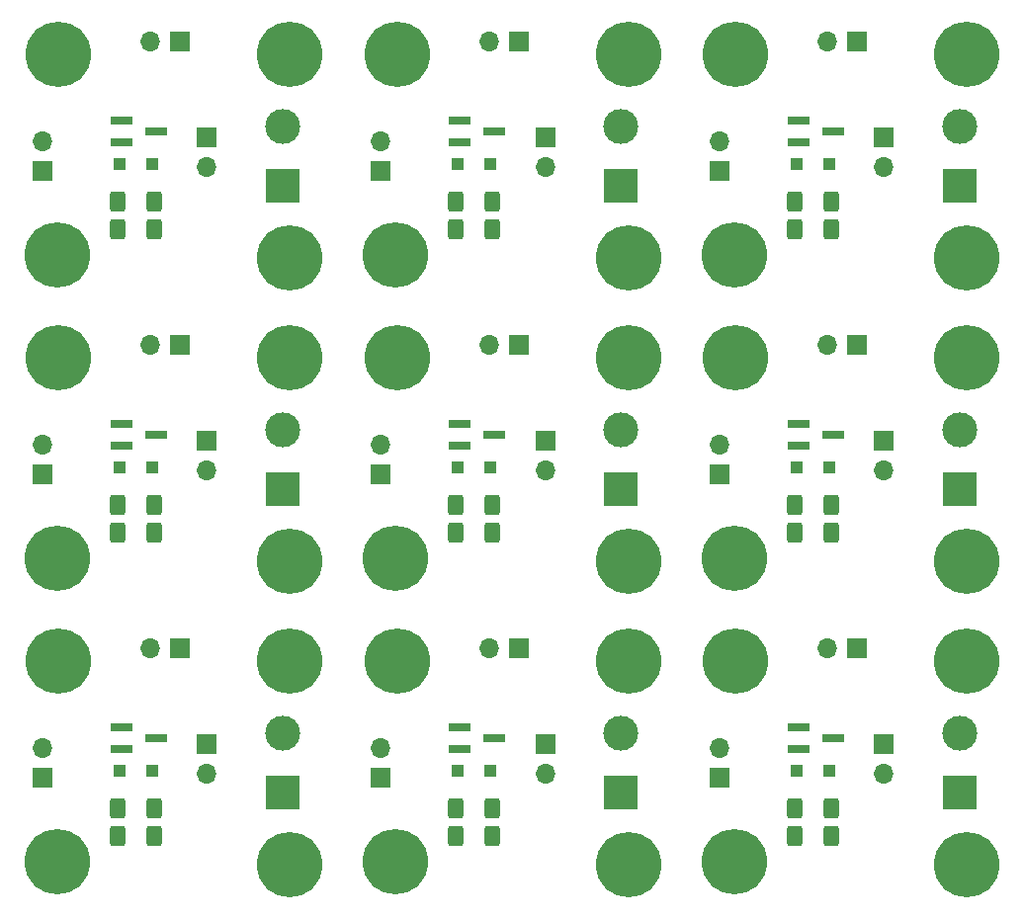
<source format=gts>
%MOIN*%
%OFA0B0*%
%FSLAX46Y46*%
%IPPOS*%
%LPD*%
%AMRoundRect*
4,1,4,
0.07874015748031496,0.11811023622047245,
0.15748031496062992,0.19685039370078741,
0.23622047244094491,0.27559055118110237,
0.31496062992125984,0.35433070866141736,
0.07874015748031496,0.11811023622047245,
0*
1,1,$1,$2,$3*
1,1,$1,$2,$3*
1,1,$1,$2,$3*
1,1,$1,$2,$3*
20,1,$1,$2,$3,$4,$5,0*
20,1,$1,$2,$3,$4,$5,0*
20,1,$1,$2,$3,$4,$5,0*
20,1,$1,$2,$3,$4,$5,0*%
%AMCOMP3*
4,1,3,
-0.015748031496062995,-0.024606299212598427,
0.015748031496062995,-0.024606299212598427,
0.015748031496062995,0.024606299212598427,
-0.015748031496062995,0.024606299212598427,
0*
4,1,19,
-0.015748031496062995,-0.014763779527559057,
-0.012706525645915873,-0.015245506729378409,
-0.0099627435797984935,-0.016643533519931621,
-0.0077852658033961877,-0.018821011296333928,
-0.0063872390128429787,-0.021564793362451307,
-0.0059055118110236228,-0.024606299212598427,
-0.006387239012842977,-0.027647805062745546,
-0.0077852658033961877,-0.030391587128862925,
-0.0099627435797984918,-0.032569064905265233,
-0.012706525645915873,-0.033967091695818442,
-0.015748031496062992,-0.034448818897637797,
-0.018789537346210118,-0.033967091695818442,
-0.02153331941232749,-0.032569064905265233,
-0.0237107971887298,-0.030391587128862928,
-0.025108823979283011,-0.027647805062745546,
-0.025590551181102365,-0.024606299212598427,
-0.025108823979283011,-0.021564793362451307,
-0.0237107971887298,-0.018821011296333928,
-0.021533319412327497,-0.016643533519931621,
-0.018789537346210118,-0.015245506729378409,
0*
4,1,19,
0.015748031496062995,-0.014763779527559057,
0.018789537346210115,-0.015245506729378409,
0.02153331941232749,-0.016643533519931621,
0.0237107971887298,-0.018821011296333928,
0.025108823979283011,-0.021564793362451307,
0.025590551181102365,-0.024606299212598427,
0.025108823979283011,-0.027647805062745546,
0.0237107971887298,-0.030391587128862925,
0.021533319412327497,-0.032569064905265233,
0.018789537346210115,-0.033967091695818442,
0.015748031496062995,-0.034448818897637797,
0.012706525645915871,-0.033967091695818442,
0.009962743579798497,-0.032569064905265233,
0.0077852658033961885,-0.030391587128862928,
0.0063872390128429787,-0.027647805062745546,
0.0059055118110236228,-0.024606299212598427,
0.006387239012842977,-0.021564793362451307,
0.0077852658033961868,-0.018821011296333928,
0.0099627435797984918,-0.016643533519931621,
0.012706525645915871,-0.015245506729378409,
0*
4,1,19,
0.015748031496062995,0.034448818897637797,
0.018789537346210115,0.033967091695818442,
0.02153331941232749,0.032569064905265233,
0.0237107971887298,0.030391587128862928,
0.025108823979283011,0.027647805062745546,
0.025590551181102365,0.024606299212598427,
0.025108823979283011,0.021564793362451307,
0.0237107971887298,0.018821011296333928,
0.021533319412327497,0.016643533519931621,
0.018789537346210115,0.015245506729378409,
0.015748031496062995,0.014763779527559057,
0.012706525645915871,0.015245506729378409,
0.009962743579798497,0.016643533519931621,
0.0077852658033961885,0.018821011296333925,
0.0063872390128429787,0.021564793362451307,
0.0059055118110236228,0.024606299212598427,
0.006387239012842977,0.027647805062745546,
0.0077852658033961868,0.030391587128862925,
0.0099627435797984918,0.032569064905265233,
0.012706525645915871,0.033967091695818442,
0*
4,1,19,
-0.015748031496062995,0.034448818897637797,
-0.012706525645915873,0.033967091695818442,
-0.0099627435797984935,0.032569064905265233,
-0.0077852658033961877,0.030391587128862928,
-0.0063872390128429787,0.027647805062745546,
-0.0059055118110236228,0.024606299212598427,
-0.006387239012842977,0.021564793362451307,
-0.0077852658033961877,0.018821011296333928,
-0.0099627435797984918,0.016643533519931621,
-0.012706525645915873,0.015245506729378409,
-0.015748031496062992,0.014763779527559057,
-0.018789537346210118,0.015245506729378409,
-0.02153331941232749,0.016643533519931621,
-0.0237107971887298,0.018821011296333925,
-0.025108823979283011,0.021564793362451307,
-0.025590551181102365,0.024606299212598427,
-0.025108823979283011,0.027647805062745546,
-0.0237107971887298,0.030391587128862925,
-0.021533319412327497,0.032569064905265233,
-0.018789537346210118,0.033967091695818442,
0*
4,1,3,
-0.015748031496062995,-0.034448818897637797,
-0.015748031496062995,-0.014763779527559057,
0.015748031496062995,-0.014763779527559057,
0.015748031496062995,-0.034448818897637797,
0*
4,1,3,
0.025590551181102365,-0.024606299212598427,
0.0059055118110236228,-0.024606299212598427,
0.0059055118110236228,0.024606299212598427,
0.025590551181102365,0.024606299212598427,
0*
4,1,3,
0.015748031496062995,0.034448818897637797,
0.015748031496062995,0.014763779527559057,
-0.015748031496062995,0.014763779527559057,
-0.015748031496062995,0.034448818897637797,
0*
4,1,3,
-0.025590551181102365,0.024606299212598427,
-0.0059055118110236228,0.024606299212598427,
-0.0059055118110236228,-0.024606299212598427,
-0.025590551181102365,-0.024606299212598427,
0*%
%AMCOMP4*
4,1,3,
0.015748031496062995,0.024606299212598427,
-0.015748031496062995,0.024606299212598427,
-0.015748031496062995,-0.024606299212598427,
0.015748031496062995,-0.024606299212598427,
0*
4,1,19,
0.015748031496062995,0.034448818897637797,
0.018789537346210115,0.033967091695818442,
0.02153331941232749,0.032569064905265233,
0.0237107971887298,0.030391587128862928,
0.025108823979283011,0.027647805062745546,
0.025590551181102365,0.024606299212598427,
0.025108823979283011,0.021564793362451307,
0.0237107971887298,0.018821011296333928,
0.021533319412327497,0.016643533519931621,
0.018789537346210115,0.015245506729378409,
0.015748031496062995,0.014763779527559057,
0.012706525645915871,0.015245506729378409,
0.009962743579798497,0.016643533519931621,
0.0077852658033961885,0.018821011296333925,
0.0063872390128429787,0.021564793362451307,
0.0059055118110236228,0.024606299212598427,
0.006387239012842977,0.027647805062745546,
0.0077852658033961868,0.030391587128862925,
0.0099627435797984918,0.032569064905265233,
0.012706525645915871,0.033967091695818442,
0*
4,1,19,
-0.015748031496062995,0.034448818897637797,
-0.012706525645915873,0.033967091695818442,
-0.0099627435797984935,0.032569064905265233,
-0.0077852658033961877,0.030391587128862928,
-0.0063872390128429787,0.027647805062745546,
-0.0059055118110236228,0.024606299212598427,
-0.006387239012842977,0.021564793362451307,
-0.0077852658033961877,0.018821011296333928,
-0.0099627435797984918,0.016643533519931621,
-0.012706525645915873,0.015245506729378409,
-0.015748031496062992,0.014763779527559057,
-0.018789537346210118,0.015245506729378409,
-0.02153331941232749,0.016643533519931621,
-0.0237107971887298,0.018821011296333925,
-0.025108823979283011,0.021564793362451307,
-0.025590551181102365,0.024606299212598427,
-0.025108823979283011,0.027647805062745546,
-0.0237107971887298,0.030391587128862925,
-0.021533319412327497,0.032569064905265233,
-0.018789537346210118,0.033967091695818442,
0*
4,1,19,
-0.015748031496062995,-0.014763779527559057,
-0.012706525645915873,-0.015245506729378409,
-0.0099627435797984935,-0.016643533519931621,
-0.0077852658033961877,-0.018821011296333928,
-0.0063872390128429787,-0.021564793362451307,
-0.0059055118110236228,-0.024606299212598427,
-0.006387239012842977,-0.027647805062745546,
-0.0077852658033961877,-0.030391587128862925,
-0.0099627435797984918,-0.032569064905265233,
-0.012706525645915873,-0.033967091695818442,
-0.015748031496062992,-0.034448818897637797,
-0.018789537346210118,-0.033967091695818442,
-0.02153331941232749,-0.032569064905265233,
-0.0237107971887298,-0.030391587128862928,
-0.025108823979283011,-0.027647805062745546,
-0.025590551181102365,-0.024606299212598427,
-0.025108823979283011,-0.021564793362451307,
-0.0237107971887298,-0.018821011296333928,
-0.021533319412327497,-0.016643533519931621,
-0.018789537346210118,-0.015245506729378409,
0*
4,1,19,
0.015748031496062995,-0.014763779527559057,
0.018789537346210115,-0.015245506729378409,
0.02153331941232749,-0.016643533519931621,
0.0237107971887298,-0.018821011296333928,
0.025108823979283011,-0.021564793362451307,
0.025590551181102365,-0.024606299212598427,
0.025108823979283011,-0.027647805062745546,
0.0237107971887298,-0.030391587128862925,
0.021533319412327497,-0.032569064905265233,
0.018789537346210115,-0.033967091695818442,
0.015748031496062995,-0.034448818897637797,
0.012706525645915871,-0.033967091695818442,
0.009962743579798497,-0.032569064905265233,
0.0077852658033961885,-0.030391587128862928,
0.0063872390128429787,-0.027647805062745546,
0.0059055118110236228,-0.024606299212598427,
0.006387239012842977,-0.021564793362451307,
0.0077852658033961868,-0.018821011296333928,
0.0099627435797984918,-0.016643533519931621,
0.012706525645915871,-0.015245506729378409,
0*
4,1,3,
0.015748031496062995,0.034448818897637797,
0.015748031496062995,0.014763779527559057,
-0.015748031496062995,0.014763779527559057,
-0.015748031496062995,0.034448818897637797,
0*
4,1,3,
-0.025590551181102365,0.024606299212598427,
-0.0059055118110236228,0.024606299212598427,
-0.0059055118110236228,-0.024606299212598427,
-0.025590551181102365,-0.024606299212598427,
0*
4,1,3,
-0.015748031496062995,-0.034448818897637797,
-0.015748031496062995,-0.014763779527559057,
0.015748031496062995,-0.014763779527559057,
0.015748031496062995,-0.034448818897637797,
0*
4,1,3,
0.025590551181102365,-0.024606299212598427,
0.0059055118110236228,-0.024606299212598427,
0.0059055118110236228,0.024606299212598427,
0.025590551181102365,0.024606299212598427,
0*%
%AMRoundRect0*
4,1,4,
0.07874015748031496,0.11811023622047245,
0.15748031496062992,0.19685039370078741,
0.23622047244094491,0.27559055118110237,
0.31496062992125984,0.35433070866141736,
0.07874015748031496,0.11811023622047245,
0*
1,1,$1,$2,$3*
1,1,$1,$2,$3*
1,1,$1,$2,$3*
1,1,$1,$2,$3*
20,1,$1,$2,$3,$4,$5,0*
20,1,$1,$2,$3,$4,$5,0*
20,1,$1,$2,$3,$4,$5,0*
20,1,$1,$2,$3,$4,$5,0*%
%AMCOMP110*
4,1,3,
-0.015748031496062995,-0.024606299212598427,
0.015748031496062995,-0.024606299212598427,
0.015748031496062995,0.024606299212598427,
-0.015748031496062995,0.024606299212598427,
0*
4,1,19,
-0.015748031496062995,-0.014763779527559057,
-0.012706525645915873,-0.015245506729378409,
-0.0099627435797984935,-0.016643533519931621,
-0.0077852658033961877,-0.018821011296333928,
-0.0063872390128429787,-0.021564793362451307,
-0.0059055118110236228,-0.024606299212598427,
-0.006387239012842977,-0.027647805062745546,
-0.0077852658033961877,-0.030391587128862925,
-0.0099627435797984918,-0.032569064905265233,
-0.012706525645915873,-0.033967091695818442,
-0.015748031496062992,-0.034448818897637797,
-0.018789537346210118,-0.033967091695818442,
-0.02153331941232749,-0.032569064905265233,
-0.0237107971887298,-0.030391587128862928,
-0.025108823979283011,-0.027647805062745546,
-0.025590551181102365,-0.024606299212598427,
-0.025108823979283011,-0.021564793362451307,
-0.0237107971887298,-0.018821011296333928,
-0.021533319412327497,-0.016643533519931621,
-0.018789537346210118,-0.015245506729378409,
0*
4,1,19,
0.015748031496062995,-0.014763779527559057,
0.018789537346210115,-0.015245506729378409,
0.02153331941232749,-0.016643533519931621,
0.0237107971887298,-0.018821011296333928,
0.025108823979283011,-0.021564793362451307,
0.025590551181102365,-0.024606299212598427,
0.025108823979283011,-0.027647805062745546,
0.0237107971887298,-0.030391587128862925,
0.021533319412327497,-0.032569064905265233,
0.018789537346210115,-0.033967091695818442,
0.015748031496062995,-0.034448818897637797,
0.012706525645915871,-0.033967091695818442,
0.009962743579798497,-0.032569064905265233,
0.0077852658033961885,-0.030391587128862928,
0.0063872390128429787,-0.027647805062745546,
0.0059055118110236228,-0.024606299212598427,
0.006387239012842977,-0.021564793362451307,
0.0077852658033961868,-0.018821011296333928,
0.0099627435797984918,-0.016643533519931621,
0.012706525645915871,-0.015245506729378409,
0*
4,1,19,
0.015748031496062995,0.034448818897637797,
0.018789537346210115,0.033967091695818442,
0.02153331941232749,0.032569064905265233,
0.0237107971887298,0.030391587128862928,
0.025108823979283011,0.027647805062745546,
0.025590551181102365,0.024606299212598427,
0.025108823979283011,0.021564793362451307,
0.0237107971887298,0.018821011296333928,
0.021533319412327497,0.016643533519931621,
0.018789537346210115,0.015245506729378409,
0.015748031496062995,0.014763779527559057,
0.012706525645915871,0.015245506729378409,
0.009962743579798497,0.016643533519931621,
0.0077852658033961885,0.018821011296333925,
0.0063872390128429787,0.021564793362451307,
0.0059055118110236228,0.024606299212598427,
0.006387239012842977,0.027647805062745546,
0.0077852658033961868,0.030391587128862925,
0.0099627435797984918,0.032569064905265233,
0.012706525645915871,0.033967091695818442,
0*
4,1,19,
-0.015748031496062995,0.034448818897637797,
-0.012706525645915873,0.033967091695818442,
-0.0099627435797984935,0.032569064905265233,
-0.0077852658033961877,0.030391587128862928,
-0.0063872390128429787,0.027647805062745546,
-0.0059055118110236228,0.024606299212598427,
-0.006387239012842977,0.021564793362451307,
-0.0077852658033961877,0.018821011296333928,
-0.0099627435797984918,0.016643533519931621,
-0.012706525645915873,0.015245506729378409,
-0.015748031496062992,0.014763779527559057,
-0.018789537346210118,0.015245506729378409,
-0.02153331941232749,0.016643533519931621,
-0.0237107971887298,0.018821011296333925,
-0.025108823979283011,0.021564793362451307,
-0.025590551181102365,0.024606299212598427,
-0.025108823979283011,0.027647805062745546,
-0.0237107971887298,0.030391587128862925,
-0.021533319412327497,0.032569064905265233,
-0.018789537346210118,0.033967091695818442,
0*
4,1,3,
-0.015748031496062995,-0.034448818897637797,
-0.015748031496062995,-0.014763779527559057,
0.015748031496062995,-0.014763779527559057,
0.015748031496062995,-0.034448818897637797,
0*
4,1,3,
0.025590551181102365,-0.024606299212598427,
0.0059055118110236228,-0.024606299212598427,
0.0059055118110236228,0.024606299212598427,
0.025590551181102365,0.024606299212598427,
0*
4,1,3,
0.015748031496062995,0.034448818897637797,
0.015748031496062995,0.014763779527559057,
-0.015748031496062995,0.014763779527559057,
-0.015748031496062995,0.034448818897637797,
0*
4,1,3,
-0.025590551181102365,0.024606299212598427,
-0.0059055118110236228,0.024606299212598427,
-0.0059055118110236228,-0.024606299212598427,
-0.025590551181102365,-0.024606299212598427,
0*%
%AMCOMP120*
4,1,3,
0.015748031496062995,0.024606299212598427,
-0.015748031496062995,0.024606299212598427,
-0.015748031496062995,-0.024606299212598427,
0.015748031496062995,-0.024606299212598427,
0*
4,1,19,
0.015748031496062995,0.034448818897637797,
0.018789537346210115,0.033967091695818442,
0.02153331941232749,0.032569064905265233,
0.0237107971887298,0.030391587128862928,
0.025108823979283011,0.027647805062745546,
0.025590551181102365,0.024606299212598427,
0.025108823979283011,0.021564793362451307,
0.0237107971887298,0.018821011296333928,
0.021533319412327497,0.016643533519931621,
0.018789537346210115,0.015245506729378409,
0.015748031496062995,0.014763779527559057,
0.012706525645915871,0.015245506729378409,
0.009962743579798497,0.016643533519931621,
0.0077852658033961885,0.018821011296333925,
0.0063872390128429787,0.021564793362451307,
0.0059055118110236228,0.024606299212598427,
0.006387239012842977,0.027647805062745546,
0.0077852658033961868,0.030391587128862925,
0.0099627435797984918,0.032569064905265233,
0.012706525645915871,0.033967091695818442,
0*
4,1,19,
-0.015748031496062995,0.034448818897637797,
-0.012706525645915873,0.033967091695818442,
-0.0099627435797984935,0.032569064905265233,
-0.0077852658033961877,0.030391587128862928,
-0.0063872390128429787,0.027647805062745546,
-0.0059055118110236228,0.024606299212598427,
-0.006387239012842977,0.021564793362451307,
-0.0077852658033961877,0.018821011296333928,
-0.0099627435797984918,0.016643533519931621,
-0.012706525645915873,0.015245506729378409,
-0.015748031496062992,0.014763779527559057,
-0.018789537346210118,0.015245506729378409,
-0.02153331941232749,0.016643533519931621,
-0.0237107971887298,0.018821011296333925,
-0.025108823979283011,0.021564793362451307,
-0.025590551181102365,0.024606299212598427,
-0.025108823979283011,0.027647805062745546,
-0.0237107971887298,0.030391587128862925,
-0.021533319412327497,0.032569064905265233,
-0.018789537346210118,0.033967091695818442,
0*
4,1,19,
-0.015748031496062995,-0.014763779527559057,
-0.012706525645915873,-0.015245506729378409,
-0.0099627435797984935,-0.016643533519931621,
-0.0077852658033961877,-0.018821011296333928,
-0.0063872390128429787,-0.021564793362451307,
-0.0059055118110236228,-0.024606299212598427,
-0.006387239012842977,-0.027647805062745546,
-0.0077852658033961877,-0.030391587128862925,
-0.0099627435797984918,-0.032569064905265233,
-0.012706525645915873,-0.033967091695818442,
-0.015748031496062992,-0.034448818897637797,
-0.018789537346210118,-0.033967091695818442,
-0.02153331941232749,-0.032569064905265233,
-0.0237107971887298,-0.030391587128862928,
-0.025108823979283011,-0.027647805062745546,
-0.025590551181102365,-0.024606299212598427,
-0.025108823979283011,-0.021564793362451307,
-0.0237107971887298,-0.018821011296333928,
-0.021533319412327497,-0.016643533519931621,
-0.018789537346210118,-0.015245506729378409,
0*
4,1,19,
0.015748031496062995,-0.014763779527559057,
0.018789537346210115,-0.015245506729378409,
0.02153331941232749,-0.016643533519931621,
0.0237107971887298,-0.018821011296333928,
0.025108823979283011,-0.021564793362451307,
0.025590551181102365,-0.024606299212598427,
0.025108823979283011,-0.027647805062745546,
0.0237107971887298,-0.030391587128862925,
0.021533319412327497,-0.032569064905265233,
0.018789537346210115,-0.033967091695818442,
0.015748031496062995,-0.034448818897637797,
0.012706525645915871,-0.033967091695818442,
0.009962743579798497,-0.032569064905265233,
0.0077852658033961885,-0.030391587128862928,
0.0063872390128429787,-0.027647805062745546,
0.0059055118110236228,-0.024606299212598427,
0.006387239012842977,-0.021564793362451307,
0.0077852658033961868,-0.018821011296333928,
0.0099627435797984918,-0.016643533519931621,
0.012706525645915871,-0.015245506729378409,
0*
4,1,3,
0.015748031496062995,0.034448818897637797,
0.015748031496062995,0.014763779527559057,
-0.015748031496062995,0.014763779527559057,
-0.015748031496062995,0.034448818897637797,
0*
4,1,3,
-0.025590551181102365,0.024606299212598427,
-0.0059055118110236228,0.024606299212598427,
-0.0059055118110236228,-0.024606299212598427,
-0.025590551181102365,-0.024606299212598427,
0*
4,1,3,
-0.015748031496062995,-0.034448818897637797,
-0.015748031496062995,-0.014763779527559057,
0.015748031496062995,-0.014763779527559057,
0.015748031496062995,-0.034448818897637797,
0*
4,1,3,
0.025590551181102365,-0.024606299212598427,
0.0059055118110236228,-0.024606299212598427,
0.0059055118110236228,0.024606299212598427,
0.025590551181102365,0.024606299212598427,
0*%
%AMRoundRect1*
4,1,4,
0.07874015748031496,0.11811023622047245,
0.15748031496062992,0.19685039370078741,
0.23622047244094491,0.27559055118110237,
0.31496062992125984,0.35433070866141736,
0.07874015748031496,0.11811023622047245,
0*
1,1,$1,$2,$3*
1,1,$1,$2,$3*
1,1,$1,$2,$3*
1,1,$1,$2,$3*
20,1,$1,$2,$3,$4,$5,0*
20,1,$1,$2,$3,$4,$5,0*
20,1,$1,$2,$3,$4,$5,0*
20,1,$1,$2,$3,$4,$5,0*%
%AMCOMP190*
4,1,3,
-0.015748031496062995,-0.024606299212598427,
0.015748031496062995,-0.024606299212598427,
0.015748031496062995,0.024606299212598427,
-0.015748031496062995,0.024606299212598427,
0*
4,1,19,
-0.015748031496062995,-0.014763779527559057,
-0.012706525645915873,-0.015245506729378409,
-0.0099627435797984935,-0.016643533519931621,
-0.0077852658033961877,-0.018821011296333928,
-0.0063872390128429787,-0.021564793362451307,
-0.0059055118110236228,-0.024606299212598427,
-0.006387239012842977,-0.027647805062745546,
-0.0077852658033961877,-0.030391587128862925,
-0.0099627435797984918,-0.032569064905265233,
-0.012706525645915873,-0.033967091695818442,
-0.015748031496062992,-0.034448818897637797,
-0.018789537346210118,-0.033967091695818442,
-0.02153331941232749,-0.032569064905265233,
-0.0237107971887298,-0.030391587128862928,
-0.025108823979283011,-0.027647805062745546,
-0.025590551181102365,-0.024606299212598427,
-0.025108823979283011,-0.021564793362451307,
-0.0237107971887298,-0.018821011296333928,
-0.021533319412327497,-0.016643533519931621,
-0.018789537346210118,-0.015245506729378409,
0*
4,1,19,
0.015748031496062995,-0.014763779527559057,
0.018789537346210115,-0.015245506729378409,
0.02153331941232749,-0.016643533519931621,
0.0237107971887298,-0.018821011296333928,
0.025108823979283011,-0.021564793362451307,
0.025590551181102365,-0.024606299212598427,
0.025108823979283011,-0.027647805062745546,
0.0237107971887298,-0.030391587128862925,
0.021533319412327497,-0.032569064905265233,
0.018789537346210115,-0.033967091695818442,
0.015748031496062995,-0.034448818897637797,
0.012706525645915871,-0.033967091695818442,
0.009962743579798497,-0.032569064905265233,
0.0077852658033961885,-0.030391587128862928,
0.0063872390128429787,-0.027647805062745546,
0.0059055118110236228,-0.024606299212598427,
0.006387239012842977,-0.021564793362451307,
0.0077852658033961868,-0.018821011296333928,
0.0099627435797984918,-0.016643533519931621,
0.012706525645915871,-0.015245506729378409,
0*
4,1,19,
0.015748031496062995,0.034448818897637797,
0.018789537346210115,0.033967091695818442,
0.02153331941232749,0.032569064905265233,
0.0237107971887298,0.030391587128862928,
0.025108823979283011,0.027647805062745546,
0.025590551181102365,0.024606299212598427,
0.025108823979283011,0.021564793362451307,
0.0237107971887298,0.018821011296333928,
0.021533319412327497,0.016643533519931621,
0.018789537346210115,0.015245506729378409,
0.015748031496062995,0.014763779527559057,
0.012706525645915871,0.015245506729378409,
0.009962743579798497,0.016643533519931621,
0.0077852658033961885,0.018821011296333925,
0.0063872390128429787,0.021564793362451307,
0.0059055118110236228,0.024606299212598427,
0.006387239012842977,0.027647805062745546,
0.0077852658033961868,0.030391587128862925,
0.0099627435797984918,0.032569064905265233,
0.012706525645915871,0.033967091695818442,
0*
4,1,19,
-0.015748031496062995,0.034448818897637797,
-0.012706525645915873,0.033967091695818442,
-0.0099627435797984935,0.032569064905265233,
-0.0077852658033961877,0.030391587128862928,
-0.0063872390128429787,0.027647805062745546,
-0.0059055118110236228,0.024606299212598427,
-0.006387239012842977,0.021564793362451307,
-0.0077852658033961877,0.018821011296333928,
-0.0099627435797984918,0.016643533519931621,
-0.012706525645915873,0.015245506729378409,
-0.015748031496062992,0.014763779527559057,
-0.018789537346210118,0.015245506729378409,
-0.02153331941232749,0.016643533519931621,
-0.0237107971887298,0.018821011296333925,
-0.025108823979283011,0.021564793362451307,
-0.025590551181102365,0.024606299212598427,
-0.025108823979283011,0.027647805062745546,
-0.0237107971887298,0.030391587128862925,
-0.021533319412327497,0.032569064905265233,
-0.018789537346210118,0.033967091695818442,
0*
4,1,3,
-0.015748031496062995,-0.034448818897637797,
-0.015748031496062995,-0.014763779527559057,
0.015748031496062995,-0.014763779527559057,
0.015748031496062995,-0.034448818897637797,
0*
4,1,3,
0.025590551181102365,-0.024606299212598427,
0.0059055118110236228,-0.024606299212598427,
0.0059055118110236228,0.024606299212598427,
0.025590551181102365,0.024606299212598427,
0*
4,1,3,
0.015748031496062995,0.034448818897637797,
0.015748031496062995,0.014763779527559057,
-0.015748031496062995,0.014763779527559057,
-0.015748031496062995,0.034448818897637797,
0*
4,1,3,
-0.025590551181102365,0.024606299212598427,
-0.0059055118110236228,0.024606299212598427,
-0.0059055118110236228,-0.024606299212598427,
-0.025590551181102365,-0.024606299212598427,
0*%
%AMCOMP200*
4,1,3,
0.015748031496062995,0.024606299212598427,
-0.015748031496062995,0.024606299212598427,
-0.015748031496062995,-0.024606299212598427,
0.015748031496062995,-0.024606299212598427,
0*
4,1,19,
0.015748031496062995,0.034448818897637797,
0.018789537346210115,0.033967091695818442,
0.02153331941232749,0.032569064905265233,
0.0237107971887298,0.030391587128862928,
0.025108823979283011,0.027647805062745546,
0.025590551181102365,0.024606299212598427,
0.025108823979283011,0.021564793362451307,
0.0237107971887298,0.018821011296333928,
0.021533319412327497,0.016643533519931621,
0.018789537346210115,0.015245506729378409,
0.015748031496062995,0.014763779527559057,
0.012706525645915871,0.015245506729378409,
0.009962743579798497,0.016643533519931621,
0.0077852658033961885,0.018821011296333925,
0.0063872390128429787,0.021564793362451307,
0.0059055118110236228,0.024606299212598427,
0.006387239012842977,0.027647805062745546,
0.0077852658033961868,0.030391587128862925,
0.0099627435797984918,0.032569064905265233,
0.012706525645915871,0.033967091695818442,
0*
4,1,19,
-0.015748031496062995,0.034448818897637797,
-0.012706525645915873,0.033967091695818442,
-0.0099627435797984935,0.032569064905265233,
-0.0077852658033961877,0.030391587128862928,
-0.0063872390128429787,0.027647805062745546,
-0.0059055118110236228,0.024606299212598427,
-0.006387239012842977,0.021564793362451307,
-0.0077852658033961877,0.018821011296333928,
-0.0099627435797984918,0.016643533519931621,
-0.012706525645915873,0.015245506729378409,
-0.015748031496062992,0.014763779527559057,
-0.018789537346210118,0.015245506729378409,
-0.02153331941232749,0.016643533519931621,
-0.0237107971887298,0.018821011296333925,
-0.025108823979283011,0.021564793362451307,
-0.025590551181102365,0.024606299212598427,
-0.025108823979283011,0.027647805062745546,
-0.0237107971887298,0.030391587128862925,
-0.021533319412327497,0.032569064905265233,
-0.018789537346210118,0.033967091695818442,
0*
4,1,19,
-0.015748031496062995,-0.014763779527559057,
-0.012706525645915873,-0.015245506729378409,
-0.0099627435797984935,-0.016643533519931621,
-0.0077852658033961877,-0.018821011296333928,
-0.0063872390128429787,-0.021564793362451307,
-0.0059055118110236228,-0.024606299212598427,
-0.006387239012842977,-0.027647805062745546,
-0.0077852658033961877,-0.030391587128862925,
-0.0099627435797984918,-0.032569064905265233,
-0.012706525645915873,-0.033967091695818442,
-0.015748031496062992,-0.034448818897637797,
-0.018789537346210118,-0.033967091695818442,
-0.02153331941232749,-0.032569064905265233,
-0.0237107971887298,-0.030391587128862928,
-0.025108823979283011,-0.027647805062745546,
-0.025590551181102365,-0.024606299212598427,
-0.025108823979283011,-0.021564793362451307,
-0.0237107971887298,-0.018821011296333928,
-0.021533319412327497,-0.016643533519931621,
-0.018789537346210118,-0.015245506729378409,
0*
4,1,19,
0.015748031496062995,-0.014763779527559057,
0.018789537346210115,-0.015245506729378409,
0.02153331941232749,-0.016643533519931621,
0.0237107971887298,-0.018821011296333928,
0.025108823979283011,-0.021564793362451307,
0.025590551181102365,-0.024606299212598427,
0.025108823979283011,-0.027647805062745546,
0.0237107971887298,-0.030391587128862925,
0.021533319412327497,-0.032569064905265233,
0.018789537346210115,-0.033967091695818442,
0.015748031496062995,-0.034448818897637797,
0.012706525645915871,-0.033967091695818442,
0.009962743579798497,-0.032569064905265233,
0.0077852658033961885,-0.030391587128862928,
0.0063872390128429787,-0.027647805062745546,
0.0059055118110236228,-0.024606299212598427,
0.006387239012842977,-0.021564793362451307,
0.0077852658033961868,-0.018821011296333928,
0.0099627435797984918,-0.016643533519931621,
0.012706525645915871,-0.015245506729378409,
0*
4,1,3,
0.015748031496062995,0.034448818897637797,
0.015748031496062995,0.014763779527559057,
-0.015748031496062995,0.014763779527559057,
-0.015748031496062995,0.034448818897637797,
0*
4,1,3,
-0.025590551181102365,0.024606299212598427,
-0.0059055118110236228,0.024606299212598427,
-0.0059055118110236228,-0.024606299212598427,
-0.025590551181102365,-0.024606299212598427,
0*
4,1,3,
-0.015748031496062995,-0.034448818897637797,
-0.015748031496062995,-0.014763779527559057,
0.015748031496062995,-0.014763779527559057,
0.015748031496062995,-0.034448818897637797,
0*
4,1,3,
0.025590551181102365,-0.024606299212598427,
0.0059055118110236228,-0.024606299212598427,
0.0059055118110236228,0.024606299212598427,
0.025590551181102365,0.024606299212598427,
0*%
%AMRoundRect0*
4,1,4,
0.07874015748031496,0.11811023622047245,
0.15748031496062992,0.19685039370078741,
0.23622047244094491,0.27559055118110237,
0.31496062992125984,0.35433070866141736,
0.07874015748031496,0.11811023622047245,
0*
1,1,$1,$2,$3*
1,1,$1,$2,$3*
1,1,$1,$2,$3*
1,1,$1,$2,$3*
20,1,$1,$2,$3,$4,$5,0*
20,1,$1,$2,$3,$4,$5,0*
20,1,$1,$2,$3,$4,$5,0*
20,1,$1,$2,$3,$4,$5,0*%
%AMCOMP270*
4,1,3,
-0.015748031496062995,-0.024606299212598427,
0.015748031496062995,-0.024606299212598427,
0.015748031496062995,0.024606299212598427,
-0.015748031496062995,0.024606299212598427,
0*
4,1,19,
-0.015748031496062995,-0.014763779527559057,
-0.012706525645915873,-0.015245506729378409,
-0.0099627435797984935,-0.016643533519931621,
-0.0077852658033961877,-0.018821011296333928,
-0.0063872390128429787,-0.021564793362451307,
-0.0059055118110236228,-0.024606299212598427,
-0.006387239012842977,-0.027647805062745546,
-0.0077852658033961877,-0.030391587128862925,
-0.0099627435797984918,-0.032569064905265233,
-0.012706525645915873,-0.033967091695818442,
-0.015748031496062992,-0.034448818897637797,
-0.018789537346210118,-0.033967091695818442,
-0.02153331941232749,-0.032569064905265233,
-0.0237107971887298,-0.030391587128862928,
-0.025108823979283011,-0.027647805062745546,
-0.025590551181102365,-0.024606299212598427,
-0.025108823979283011,-0.021564793362451307,
-0.0237107971887298,-0.018821011296333928,
-0.021533319412327497,-0.016643533519931621,
-0.018789537346210118,-0.015245506729378409,
0*
4,1,19,
0.015748031496062995,-0.014763779527559057,
0.018789537346210115,-0.015245506729378409,
0.02153331941232749,-0.016643533519931621,
0.0237107971887298,-0.018821011296333928,
0.025108823979283011,-0.021564793362451307,
0.025590551181102365,-0.024606299212598427,
0.025108823979283011,-0.027647805062745546,
0.0237107971887298,-0.030391587128862925,
0.021533319412327497,-0.032569064905265233,
0.018789537346210115,-0.033967091695818442,
0.015748031496062995,-0.034448818897637797,
0.012706525645915871,-0.033967091695818442,
0.009962743579798497,-0.032569064905265233,
0.0077852658033961885,-0.030391587128862928,
0.0063872390128429787,-0.027647805062745546,
0.0059055118110236228,-0.024606299212598427,
0.006387239012842977,-0.021564793362451307,
0.0077852658033961868,-0.018821011296333928,
0.0099627435797984918,-0.016643533519931621,
0.012706525645915871,-0.015245506729378409,
0*
4,1,19,
0.015748031496062995,0.034448818897637797,
0.018789537346210115,0.033967091695818442,
0.02153331941232749,0.032569064905265233,
0.0237107971887298,0.030391587128862928,
0.025108823979283011,0.027647805062745546,
0.025590551181102365,0.024606299212598427,
0.025108823979283011,0.021564793362451307,
0.0237107971887298,0.018821011296333928,
0.021533319412327497,0.016643533519931621,
0.018789537346210115,0.015245506729378409,
0.015748031496062995,0.014763779527559057,
0.012706525645915871,0.015245506729378409,
0.009962743579798497,0.016643533519931621,
0.0077852658033961885,0.018821011296333925,
0.0063872390128429787,0.021564793362451307,
0.0059055118110236228,0.024606299212598427,
0.006387239012842977,0.027647805062745546,
0.0077852658033961868,0.030391587128862925,
0.0099627435797984918,0.032569064905265233,
0.012706525645915871,0.033967091695818442,
0*
4,1,19,
-0.015748031496062995,0.034448818897637797,
-0.012706525645915873,0.033967091695818442,
-0.0099627435797984935,0.032569064905265233,
-0.0077852658033961877,0.030391587128862928,
-0.0063872390128429787,0.027647805062745546,
-0.0059055118110236228,0.024606299212598427,
-0.006387239012842977,0.021564793362451307,
-0.0077852658033961877,0.018821011296333928,
-0.0099627435797984918,0.016643533519931621,
-0.012706525645915873,0.015245506729378409,
-0.015748031496062992,0.014763779527559057,
-0.018789537346210118,0.015245506729378409,
-0.02153331941232749,0.016643533519931621,
-0.0237107971887298,0.018821011296333925,
-0.025108823979283011,0.021564793362451307,
-0.025590551181102365,0.024606299212598427,
-0.025108823979283011,0.027647805062745546,
-0.0237107971887298,0.030391587128862925,
-0.021533319412327497,0.032569064905265233,
-0.018789537346210118,0.033967091695818442,
0*
4,1,3,
-0.015748031496062995,-0.034448818897637797,
-0.015748031496062995,-0.014763779527559057,
0.015748031496062995,-0.014763779527559057,
0.015748031496062995,-0.034448818897637797,
0*
4,1,3,
0.025590551181102365,-0.024606299212598427,
0.0059055118110236228,-0.024606299212598427,
0.0059055118110236228,0.024606299212598427,
0.025590551181102365,0.024606299212598427,
0*
4,1,3,
0.015748031496062995,0.034448818897637797,
0.015748031496062995,0.014763779527559057,
-0.015748031496062995,0.014763779527559057,
-0.015748031496062995,0.034448818897637797,
0*
4,1,3,
-0.025590551181102365,0.024606299212598427,
-0.0059055118110236228,0.024606299212598427,
-0.0059055118110236228,-0.024606299212598427,
-0.025590551181102365,-0.024606299212598427,
0*%
%AMCOMP280*
4,1,3,
0.015748031496062995,0.024606299212598427,
-0.015748031496062995,0.024606299212598427,
-0.015748031496062995,-0.024606299212598427,
0.015748031496062995,-0.024606299212598427,
0*
4,1,19,
0.015748031496062995,0.034448818897637797,
0.018789537346210115,0.033967091695818442,
0.02153331941232749,0.032569064905265233,
0.0237107971887298,0.030391587128862928,
0.025108823979283011,0.027647805062745546,
0.025590551181102365,0.024606299212598427,
0.025108823979283011,0.021564793362451307,
0.0237107971887298,0.018821011296333928,
0.021533319412327497,0.016643533519931621,
0.018789537346210115,0.015245506729378409,
0.015748031496062995,0.014763779527559057,
0.012706525645915871,0.015245506729378409,
0.009962743579798497,0.016643533519931621,
0.0077852658033961885,0.018821011296333925,
0.0063872390128429787,0.021564793362451307,
0.0059055118110236228,0.024606299212598427,
0.006387239012842977,0.027647805062745546,
0.0077852658033961868,0.030391587128862925,
0.0099627435797984918,0.032569064905265233,
0.012706525645915871,0.033967091695818442,
0*
4,1,19,
-0.015748031496062995,0.034448818897637797,
-0.012706525645915873,0.033967091695818442,
-0.0099627435797984935,0.032569064905265233,
-0.0077852658033961877,0.030391587128862928,
-0.0063872390128429787,0.027647805062745546,
-0.0059055118110236228,0.024606299212598427,
-0.006387239012842977,0.021564793362451307,
-0.0077852658033961877,0.018821011296333928,
-0.0099627435797984918,0.016643533519931621,
-0.012706525645915873,0.015245506729378409,
-0.015748031496062992,0.014763779527559057,
-0.018789537346210118,0.015245506729378409,
-0.02153331941232749,0.016643533519931621,
-0.0237107971887298,0.018821011296333925,
-0.025108823979283011,0.021564793362451307,
-0.025590551181102365,0.024606299212598427,
-0.025108823979283011,0.027647805062745546,
-0.0237107971887298,0.030391587128862925,
-0.021533319412327497,0.032569064905265233,
-0.018789537346210118,0.033967091695818442,
0*
4,1,19,
-0.015748031496062995,-0.014763779527559057,
-0.012706525645915873,-0.015245506729378409,
-0.0099627435797984935,-0.016643533519931621,
-0.0077852658033961877,-0.018821011296333928,
-0.0063872390128429787,-0.021564793362451307,
-0.0059055118110236228,-0.024606299212598427,
-0.006387239012842977,-0.027647805062745546,
-0.0077852658033961877,-0.030391587128862925,
-0.0099627435797984918,-0.032569064905265233,
-0.012706525645915873,-0.033967091695818442,
-0.015748031496062992,-0.034448818897637797,
-0.018789537346210118,-0.033967091695818442,
-0.02153331941232749,-0.032569064905265233,
-0.0237107971887298,-0.030391587128862928,
-0.025108823979283011,-0.027647805062745546,
-0.025590551181102365,-0.024606299212598427,
-0.025108823979283011,-0.021564793362451307,
-0.0237107971887298,-0.018821011296333928,
-0.021533319412327497,-0.016643533519931621,
-0.018789537346210118,-0.015245506729378409,
0*
4,1,19,
0.015748031496062995,-0.014763779527559057,
0.018789537346210115,-0.015245506729378409,
0.02153331941232749,-0.016643533519931621,
0.0237107971887298,-0.018821011296333928,
0.025108823979283011,-0.021564793362451307,
0.025590551181102365,-0.024606299212598427,
0.025108823979283011,-0.027647805062745546,
0.0237107971887298,-0.030391587128862925,
0.021533319412327497,-0.032569064905265233,
0.018789537346210115,-0.033967091695818442,
0.015748031496062995,-0.034448818897637797,
0.012706525645915871,-0.033967091695818442,
0.009962743579798497,-0.032569064905265233,
0.0077852658033961885,-0.030391587128862928,
0.0063872390128429787,-0.027647805062745546,
0.0059055118110236228,-0.024606299212598427,
0.006387239012842977,-0.021564793362451307,
0.0077852658033961868,-0.018821011296333928,
0.0099627435797984918,-0.016643533519931621,
0.012706525645915871,-0.015245506729378409,
0*
4,1,3,
0.015748031496062995,0.034448818897637797,
0.015748031496062995,0.014763779527559057,
-0.015748031496062995,0.014763779527559057,
-0.015748031496062995,0.034448818897637797,
0*
4,1,3,
-0.025590551181102365,0.024606299212598427,
-0.0059055118110236228,0.024606299212598427,
-0.0059055118110236228,-0.024606299212598427,
-0.025590551181102365,-0.024606299212598427,
0*
4,1,3,
-0.015748031496062995,-0.034448818897637797,
-0.015748031496062995,-0.014763779527559057,
0.015748031496062995,-0.014763779527559057,
0.015748031496062995,-0.034448818897637797,
0*
4,1,3,
0.025590551181102365,-0.024606299212598427,
0.0059055118110236228,-0.024606299212598427,
0.0059055118110236228,0.024606299212598427,
0.025590551181102365,0.024606299212598427,
0*%
%AMRoundRect1*
4,1,4,
0.07874015748031496,0.11811023622047245,
0.15748031496062992,0.19685039370078741,
0.23622047244094491,0.27559055118110237,
0.31496062992125984,0.35433070866141736,
0.07874015748031496,0.11811023622047245,
0*
1,1,$1,$2,$3*
1,1,$1,$2,$3*
1,1,$1,$2,$3*
1,1,$1,$2,$3*
20,1,$1,$2,$3,$4,$5,0*
20,1,$1,$2,$3,$4,$5,0*
20,1,$1,$2,$3,$4,$5,0*
20,1,$1,$2,$3,$4,$5,0*%
%AMCOMP350*
4,1,3,
-0.015748031496062995,-0.024606299212598427,
0.015748031496062995,-0.024606299212598427,
0.015748031496062995,0.024606299212598427,
-0.015748031496062995,0.024606299212598427,
0*
4,1,19,
-0.015748031496062995,-0.014763779527559057,
-0.012706525645915873,-0.015245506729378409,
-0.0099627435797984935,-0.016643533519931621,
-0.0077852658033961877,-0.018821011296333928,
-0.0063872390128429787,-0.021564793362451307,
-0.0059055118110236228,-0.024606299212598427,
-0.006387239012842977,-0.027647805062745546,
-0.0077852658033961877,-0.030391587128862925,
-0.0099627435797984918,-0.032569064905265233,
-0.012706525645915873,-0.033967091695818442,
-0.015748031496062992,-0.034448818897637797,
-0.018789537346210118,-0.033967091695818442,
-0.02153331941232749,-0.032569064905265233,
-0.0237107971887298,-0.030391587128862928,
-0.025108823979283011,-0.027647805062745546,
-0.025590551181102365,-0.024606299212598427,
-0.025108823979283011,-0.021564793362451307,
-0.0237107971887298,-0.018821011296333928,
-0.021533319412327497,-0.016643533519931621,
-0.018789537346210118,-0.015245506729378409,
0*
4,1,19,
0.015748031496062995,-0.014763779527559057,
0.018789537346210115,-0.015245506729378409,
0.02153331941232749,-0.016643533519931621,
0.0237107971887298,-0.018821011296333928,
0.025108823979283011,-0.021564793362451307,
0.025590551181102365,-0.024606299212598427,
0.025108823979283011,-0.027647805062745546,
0.0237107971887298,-0.030391587128862925,
0.021533319412327497,-0.032569064905265233,
0.018789537346210115,-0.033967091695818442,
0.015748031496062995,-0.034448818897637797,
0.012706525645915871,-0.033967091695818442,
0.009962743579798497,-0.032569064905265233,
0.0077852658033961885,-0.030391587128862928,
0.0063872390128429787,-0.027647805062745546,
0.0059055118110236228,-0.024606299212598427,
0.006387239012842977,-0.021564793362451307,
0.0077852658033961868,-0.018821011296333928,
0.0099627435797984918,-0.016643533519931621,
0.012706525645915871,-0.015245506729378409,
0*
4,1,19,
0.015748031496062995,0.034448818897637797,
0.018789537346210115,0.033967091695818442,
0.02153331941232749,0.032569064905265233,
0.0237107971887298,0.030391587128862928,
0.025108823979283011,0.027647805062745546,
0.025590551181102365,0.024606299212598427,
0.025108823979283011,0.021564793362451307,
0.0237107971887298,0.018821011296333928,
0.021533319412327497,0.016643533519931621,
0.018789537346210115,0.015245506729378409,
0.015748031496062995,0.014763779527559057,
0.012706525645915871,0.015245506729378409,
0.009962743579798497,0.016643533519931621,
0.0077852658033961885,0.018821011296333925,
0.0063872390128429787,0.021564793362451307,
0.0059055118110236228,0.024606299212598427,
0.006387239012842977,0.027647805062745546,
0.0077852658033961868,0.030391587128862925,
0.0099627435797984918,0.032569064905265233,
0.012706525645915871,0.033967091695818442,
0*
4,1,19,
-0.015748031496062995,0.034448818897637797,
-0.012706525645915873,0.033967091695818442,
-0.0099627435797984935,0.032569064905265233,
-0.0077852658033961877,0.030391587128862928,
-0.0063872390128429787,0.027647805062745546,
-0.0059055118110236228,0.024606299212598427,
-0.006387239012842977,0.021564793362451307,
-0.0077852658033961877,0.018821011296333928,
-0.0099627435797984918,0.016643533519931621,
-0.012706525645915873,0.015245506729378409,
-0.015748031496062992,0.014763779527559057,
-0.018789537346210118,0.015245506729378409,
-0.02153331941232749,0.016643533519931621,
-0.0237107971887298,0.018821011296333925,
-0.025108823979283011,0.021564793362451307,
-0.025590551181102365,0.024606299212598427,
-0.025108823979283011,0.027647805062745546,
-0.0237107971887298,0.030391587128862925,
-0.021533319412327497,0.032569064905265233,
-0.018789537346210118,0.033967091695818442,
0*
4,1,3,
-0.015748031496062995,-0.034448818897637797,
-0.015748031496062995,-0.014763779527559057,
0.015748031496062995,-0.014763779527559057,
0.015748031496062995,-0.034448818897637797,
0*
4,1,3,
0.025590551181102365,-0.024606299212598427,
0.0059055118110236228,-0.024606299212598427,
0.0059055118110236228,0.024606299212598427,
0.025590551181102365,0.024606299212598427,
0*
4,1,3,
0.015748031496062995,0.034448818897637797,
0.015748031496062995,0.014763779527559057,
-0.015748031496062995,0.014763779527559057,
-0.015748031496062995,0.034448818897637797,
0*
4,1,3,
-0.025590551181102365,0.024606299212598427,
-0.0059055118110236228,0.024606299212598427,
-0.0059055118110236228,-0.024606299212598427,
-0.025590551181102365,-0.024606299212598427,
0*%
%AMCOMP360*
4,1,3,
0.015748031496062995,0.024606299212598427,
-0.015748031496062995,0.024606299212598427,
-0.015748031496062995,-0.024606299212598427,
0.015748031496062995,-0.024606299212598427,
0*
4,1,19,
0.015748031496062995,0.034448818897637797,
0.018789537346210115,0.033967091695818442,
0.02153331941232749,0.032569064905265233,
0.0237107971887298,0.030391587128862928,
0.025108823979283011,0.027647805062745546,
0.025590551181102365,0.024606299212598427,
0.025108823979283011,0.021564793362451307,
0.0237107971887298,0.018821011296333928,
0.021533319412327497,0.016643533519931621,
0.018789537346210115,0.015245506729378409,
0.015748031496062995,0.014763779527559057,
0.012706525645915871,0.015245506729378409,
0.009962743579798497,0.016643533519931621,
0.0077852658033961885,0.018821011296333925,
0.0063872390128429787,0.021564793362451307,
0.0059055118110236228,0.024606299212598427,
0.006387239012842977,0.027647805062745546,
0.0077852658033961868,0.030391587128862925,
0.0099627435797984918,0.032569064905265233,
0.012706525645915871,0.033967091695818442,
0*
4,1,19,
-0.015748031496062995,0.034448818897637797,
-0.012706525645915873,0.033967091695818442,
-0.0099627435797984935,0.032569064905265233,
-0.0077852658033961877,0.030391587128862928,
-0.0063872390128429787,0.027647805062745546,
-0.0059055118110236228,0.024606299212598427,
-0.006387239012842977,0.021564793362451307,
-0.0077852658033961877,0.018821011296333928,
-0.0099627435797984918,0.016643533519931621,
-0.012706525645915873,0.015245506729378409,
-0.015748031496062992,0.014763779527559057,
-0.018789537346210118,0.015245506729378409,
-0.02153331941232749,0.016643533519931621,
-0.0237107971887298,0.018821011296333925,
-0.025108823979283011,0.021564793362451307,
-0.025590551181102365,0.024606299212598427,
-0.025108823979283011,0.027647805062745546,
-0.0237107971887298,0.030391587128862925,
-0.021533319412327497,0.032569064905265233,
-0.018789537346210118,0.033967091695818442,
0*
4,1,19,
-0.015748031496062995,-0.014763779527559057,
-0.012706525645915873,-0.015245506729378409,
-0.0099627435797984935,-0.016643533519931621,
-0.0077852658033961877,-0.018821011296333928,
-0.0063872390128429787,-0.021564793362451307,
-0.0059055118110236228,-0.024606299212598427,
-0.006387239012842977,-0.027647805062745546,
-0.0077852658033961877,-0.030391587128862925,
-0.0099627435797984918,-0.032569064905265233,
-0.012706525645915873,-0.033967091695818442,
-0.015748031496062992,-0.034448818897637797,
-0.018789537346210118,-0.033967091695818442,
-0.02153331941232749,-0.032569064905265233,
-0.0237107971887298,-0.030391587128862928,
-0.025108823979283011,-0.027647805062745546,
-0.025590551181102365,-0.024606299212598427,
-0.025108823979283011,-0.021564793362451307,
-0.0237107971887298,-0.018821011296333928,
-0.021533319412327497,-0.016643533519931621,
-0.018789537346210118,-0.015245506729378409,
0*
4,1,19,
0.015748031496062995,-0.014763779527559057,
0.018789537346210115,-0.015245506729378409,
0.02153331941232749,-0.016643533519931621,
0.0237107971887298,-0.018821011296333928,
0.025108823979283011,-0.021564793362451307,
0.025590551181102365,-0.024606299212598427,
0.025108823979283011,-0.027647805062745546,
0.0237107971887298,-0.030391587128862925,
0.021533319412327497,-0.032569064905265233,
0.018789537346210115,-0.033967091695818442,
0.015748031496062995,-0.034448818897637797,
0.012706525645915871,-0.033967091695818442,
0.009962743579798497,-0.032569064905265233,
0.0077852658033961885,-0.030391587128862928,
0.0063872390128429787,-0.027647805062745546,
0.0059055118110236228,-0.024606299212598427,
0.006387239012842977,-0.021564793362451307,
0.0077852658033961868,-0.018821011296333928,
0.0099627435797984918,-0.016643533519931621,
0.012706525645915871,-0.015245506729378409,
0*
4,1,3,
0.015748031496062995,0.034448818897637797,
0.015748031496062995,0.014763779527559057,
-0.015748031496062995,0.014763779527559057,
-0.015748031496062995,0.034448818897637797,
0*
4,1,3,
-0.025590551181102365,0.024606299212598427,
-0.0059055118110236228,0.024606299212598427,
-0.0059055118110236228,-0.024606299212598427,
-0.025590551181102365,-0.024606299212598427,
0*
4,1,3,
-0.015748031496062995,-0.034448818897637797,
-0.015748031496062995,-0.014763779527559057,
0.015748031496062995,-0.014763779527559057,
0.015748031496062995,-0.034448818897637797,
0*
4,1,3,
0.025590551181102365,-0.024606299212598427,
0.0059055118110236228,-0.024606299212598427,
0.0059055118110236228,0.024606299212598427,
0.025590551181102365,0.024606299212598427,
0*%
%AMRoundRect0*
4,1,4,
0.07874015748031496,0.11811023622047245,
0.15748031496062992,0.19685039370078741,
0.23622047244094491,0.27559055118110237,
0.31496062992125984,0.35433070866141736,
0.07874015748031496,0.11811023622047245,
0*
1,1,$1,$2,$3*
1,1,$1,$2,$3*
1,1,$1,$2,$3*
1,1,$1,$2,$3*
20,1,$1,$2,$3,$4,$5,0*
20,1,$1,$2,$3,$4,$5,0*
20,1,$1,$2,$3,$4,$5,0*
20,1,$1,$2,$3,$4,$5,0*%
%AMCOMP430*
4,1,3,
-0.015748031496062995,-0.024606299212598427,
0.015748031496062995,-0.024606299212598427,
0.015748031496062995,0.024606299212598427,
-0.015748031496062995,0.024606299212598427,
0*
4,1,19,
-0.015748031496062995,-0.014763779527559057,
-0.012706525645915873,-0.015245506729378409,
-0.0099627435797984935,-0.016643533519931621,
-0.0077852658033961877,-0.018821011296333928,
-0.0063872390128429787,-0.021564793362451307,
-0.0059055118110236228,-0.024606299212598427,
-0.006387239012842977,-0.027647805062745546,
-0.0077852658033961877,-0.030391587128862925,
-0.0099627435797984918,-0.032569064905265233,
-0.012706525645915873,-0.033967091695818442,
-0.015748031496062992,-0.034448818897637797,
-0.018789537346210118,-0.033967091695818442,
-0.02153331941232749,-0.032569064905265233,
-0.0237107971887298,-0.030391587128862928,
-0.025108823979283011,-0.027647805062745546,
-0.025590551181102365,-0.024606299212598427,
-0.025108823979283011,-0.021564793362451307,
-0.0237107971887298,-0.018821011296333928,
-0.021533319412327497,-0.016643533519931621,
-0.018789537346210118,-0.015245506729378409,
0*
4,1,19,
0.015748031496062995,-0.014763779527559057,
0.018789537346210115,-0.015245506729378409,
0.02153331941232749,-0.016643533519931621,
0.0237107971887298,-0.018821011296333928,
0.025108823979283011,-0.021564793362451307,
0.025590551181102365,-0.024606299212598427,
0.025108823979283011,-0.027647805062745546,
0.0237107971887298,-0.030391587128862925,
0.021533319412327497,-0.032569064905265233,
0.018789537346210115,-0.033967091695818442,
0.015748031496062995,-0.034448818897637797,
0.012706525645915871,-0.033967091695818442,
0.009962743579798497,-0.032569064905265233,
0.0077852658033961885,-0.030391587128862928,
0.0063872390128429787,-0.027647805062745546,
0.0059055118110236228,-0.024606299212598427,
0.006387239012842977,-0.021564793362451307,
0.0077852658033961868,-0.018821011296333928,
0.0099627435797984918,-0.016643533519931621,
0.012706525645915871,-0.015245506729378409,
0*
4,1,19,
0.015748031496062995,0.034448818897637797,
0.018789537346210115,0.033967091695818442,
0.02153331941232749,0.032569064905265233,
0.0237107971887298,0.030391587128862928,
0.025108823979283011,0.027647805062745546,
0.025590551181102365,0.024606299212598427,
0.025108823979283011,0.021564793362451307,
0.0237107971887298,0.018821011296333928,
0.021533319412327497,0.016643533519931621,
0.018789537346210115,0.015245506729378409,
0.015748031496062995,0.014763779527559057,
0.012706525645915871,0.015245506729378409,
0.009962743579798497,0.016643533519931621,
0.0077852658033961885,0.018821011296333925,
0.0063872390128429787,0.021564793362451307,
0.0059055118110236228,0.024606299212598427,
0.006387239012842977,0.027647805062745546,
0.0077852658033961868,0.030391587128862925,
0.0099627435797984918,0.032569064905265233,
0.012706525645915871,0.033967091695818442,
0*
4,1,19,
-0.015748031496062995,0.034448818897637797,
-0.012706525645915873,0.033967091695818442,
-0.0099627435797984935,0.032569064905265233,
-0.0077852658033961877,0.030391587128862928,
-0.0063872390128429787,0.027647805062745546,
-0.0059055118110236228,0.024606299212598427,
-0.006387239012842977,0.021564793362451307,
-0.0077852658033961877,0.018821011296333928,
-0.0099627435797984918,0.016643533519931621,
-0.012706525645915873,0.015245506729378409,
-0.015748031496062992,0.014763779527559057,
-0.018789537346210118,0.015245506729378409,
-0.02153331941232749,0.016643533519931621,
-0.0237107971887298,0.018821011296333925,
-0.025108823979283011,0.021564793362451307,
-0.025590551181102365,0.024606299212598427,
-0.025108823979283011,0.027647805062745546,
-0.0237107971887298,0.030391587128862925,
-0.021533319412327497,0.032569064905265233,
-0.018789537346210118,0.033967091695818442,
0*
4,1,3,
-0.015748031496062995,-0.034448818897637797,
-0.015748031496062995,-0.014763779527559057,
0.015748031496062995,-0.014763779527559057,
0.015748031496062995,-0.034448818897637797,
0*
4,1,3,
0.025590551181102365,-0.024606299212598427,
0.0059055118110236228,-0.024606299212598427,
0.0059055118110236228,0.024606299212598427,
0.025590551181102365,0.024606299212598427,
0*
4,1,3,
0.015748031496062995,0.034448818897637797,
0.015748031496062995,0.014763779527559057,
-0.015748031496062995,0.014763779527559057,
-0.015748031496062995,0.034448818897637797,
0*
4,1,3,
-0.025590551181102365,0.024606299212598427,
-0.0059055118110236228,0.024606299212598427,
-0.0059055118110236228,-0.024606299212598427,
-0.025590551181102365,-0.024606299212598427,
0*%
%AMCOMP440*
4,1,3,
0.015748031496062995,0.024606299212598427,
-0.015748031496062995,0.024606299212598427,
-0.015748031496062995,-0.024606299212598427,
0.015748031496062995,-0.024606299212598427,
0*
4,1,19,
0.015748031496062995,0.034448818897637797,
0.018789537346210115,0.033967091695818442,
0.02153331941232749,0.032569064905265233,
0.0237107971887298,0.030391587128862928,
0.025108823979283011,0.027647805062745546,
0.025590551181102365,0.024606299212598427,
0.025108823979283011,0.021564793362451307,
0.0237107971887298,0.018821011296333928,
0.021533319412327497,0.016643533519931621,
0.018789537346210115,0.015245506729378409,
0.015748031496062995,0.014763779527559057,
0.012706525645915871,0.015245506729378409,
0.009962743579798497,0.016643533519931621,
0.0077852658033961885,0.018821011296333925,
0.0063872390128429787,0.021564793362451307,
0.0059055118110236228,0.024606299212598427,
0.006387239012842977,0.027647805062745546,
0.0077852658033961868,0.030391587128862925,
0.0099627435797984918,0.032569064905265233,
0.012706525645915871,0.033967091695818442,
0*
4,1,19,
-0.015748031496062995,0.034448818897637797,
-0.012706525645915873,0.033967091695818442,
-0.0099627435797984935,0.032569064905265233,
-0.0077852658033961877,0.030391587128862928,
-0.0063872390128429787,0.027647805062745546,
-0.0059055118110236228,0.024606299212598427,
-0.006387239012842977,0.021564793362451307,
-0.0077852658033961877,0.018821011296333928,
-0.0099627435797984918,0.016643533519931621,
-0.012706525645915873,0.015245506729378409,
-0.015748031496062992,0.014763779527559057,
-0.018789537346210118,0.015245506729378409,
-0.02153331941232749,0.016643533519931621,
-0.0237107971887298,0.018821011296333925,
-0.025108823979283011,0.021564793362451307,
-0.025590551181102365,0.024606299212598427,
-0.025108823979283011,0.027647805062745546,
-0.0237107971887298,0.030391587128862925,
-0.021533319412327497,0.032569064905265233,
-0.018789537346210118,0.033967091695818442,
0*
4,1,19,
-0.015748031496062995,-0.014763779527559057,
-0.012706525645915873,-0.015245506729378409,
-0.0099627435797984935,-0.016643533519931621,
-0.0077852658033961877,-0.018821011296333928,
-0.0063872390128429787,-0.021564793362451307,
-0.0059055118110236228,-0.024606299212598427,
-0.006387239012842977,-0.027647805062745546,
-0.0077852658033961877,-0.030391587128862925,
-0.0099627435797984918,-0.032569064905265233,
-0.012706525645915873,-0.033967091695818442,
-0.015748031496062992,-0.034448818897637797,
-0.018789537346210118,-0.033967091695818442,
-0.02153331941232749,-0.032569064905265233,
-0.0237107971887298,-0.030391587128862928,
-0.025108823979283011,-0.027647805062745546,
-0.025590551181102365,-0.024606299212598427,
-0.025108823979283011,-0.021564793362451307,
-0.0237107971887298,-0.018821011296333928,
-0.021533319412327497,-0.016643533519931621,
-0.018789537346210118,-0.015245506729378409,
0*
4,1,19,
0.015748031496062995,-0.014763779527559057,
0.018789537346210115,-0.015245506729378409,
0.02153331941232749,-0.016643533519931621,
0.0237107971887298,-0.018821011296333928,
0.025108823979283011,-0.021564793362451307,
0.025590551181102365,-0.024606299212598427,
0.025108823979283011,-0.027647805062745546,
0.0237107971887298,-0.030391587128862925,
0.021533319412327497,-0.032569064905265233,
0.018789537346210115,-0.033967091695818442,
0.015748031496062995,-0.034448818897637797,
0.012706525645915871,-0.033967091695818442,
0.009962743579798497,-0.032569064905265233,
0.0077852658033961885,-0.030391587128862928,
0.0063872390128429787,-0.027647805062745546,
0.0059055118110236228,-0.024606299212598427,
0.006387239012842977,-0.021564793362451307,
0.0077852658033961868,-0.018821011296333928,
0.0099627435797984918,-0.016643533519931621,
0.012706525645915871,-0.015245506729378409,
0*
4,1,3,
0.015748031496062995,0.034448818897637797,
0.015748031496062995,0.014763779527559057,
-0.015748031496062995,0.014763779527559057,
-0.015748031496062995,0.034448818897637797,
0*
4,1,3,
-0.025590551181102365,0.024606299212598427,
-0.0059055118110236228,0.024606299212598427,
-0.0059055118110236228,-0.024606299212598427,
-0.025590551181102365,-0.024606299212598427,
0*
4,1,3,
-0.015748031496062995,-0.034448818897637797,
-0.015748031496062995,-0.014763779527559057,
0.015748031496062995,-0.014763779527559057,
0.015748031496062995,-0.034448818897637797,
0*
4,1,3,
0.025590551181102365,-0.024606299212598427,
0.0059055118110236228,-0.024606299212598427,
0.0059055118110236228,0.024606299212598427,
0.025590551181102365,0.024606299212598427,
0*%
%AMRoundRect1*
4,1,4,
0.07874015748031496,0.11811023622047245,
0.15748031496062992,0.19685039370078741,
0.23622047244094491,0.27559055118110237,
0.31496062992125984,0.35433070866141736,
0.07874015748031496,0.11811023622047245,
0*
1,1,$1,$2,$3*
1,1,$1,$2,$3*
1,1,$1,$2,$3*
1,1,$1,$2,$3*
20,1,$1,$2,$3,$4,$5,0*
20,1,$1,$2,$3,$4,$5,0*
20,1,$1,$2,$3,$4,$5,0*
20,1,$1,$2,$3,$4,$5,0*%
%AMCOMP510*
4,1,3,
-0.015748031496062995,-0.024606299212598427,
0.015748031496062995,-0.024606299212598427,
0.015748031496062995,0.024606299212598427,
-0.015748031496062995,0.024606299212598427,
0*
4,1,19,
-0.015748031496062995,-0.014763779527559057,
-0.012706525645915873,-0.015245506729378409,
-0.0099627435797984935,-0.016643533519931621,
-0.0077852658033961877,-0.018821011296333928,
-0.0063872390128429787,-0.021564793362451307,
-0.0059055118110236228,-0.024606299212598427,
-0.006387239012842977,-0.027647805062745546,
-0.0077852658033961877,-0.030391587128862925,
-0.0099627435797984918,-0.032569064905265233,
-0.012706525645915873,-0.033967091695818442,
-0.015748031496062992,-0.034448818897637797,
-0.018789537346210118,-0.033967091695818442,
-0.02153331941232749,-0.032569064905265233,
-0.0237107971887298,-0.030391587128862928,
-0.025108823979283011,-0.027647805062745546,
-0.025590551181102365,-0.024606299212598427,
-0.025108823979283011,-0.021564793362451307,
-0.0237107971887298,-0.018821011296333928,
-0.021533319412327497,-0.016643533519931621,
-0.018789537346210118,-0.015245506729378409,
0*
4,1,19,
0.015748031496062995,-0.014763779527559057,
0.018789537346210115,-0.015245506729378409,
0.02153331941232749,-0.016643533519931621,
0.0237107971887298,-0.018821011296333928,
0.025108823979283011,-0.021564793362451307,
0.025590551181102365,-0.024606299212598427,
0.025108823979283011,-0.027647805062745546,
0.0237107971887298,-0.030391587128862925,
0.021533319412327497,-0.032569064905265233,
0.018789537346210115,-0.033967091695818442,
0.015748031496062995,-0.034448818897637797,
0.012706525645915871,-0.033967091695818442,
0.009962743579798497,-0.032569064905265233,
0.0077852658033961885,-0.030391587128862928,
0.0063872390128429787,-0.027647805062745546,
0.0059055118110236228,-0.024606299212598427,
0.006387239012842977,-0.021564793362451307,
0.0077852658033961868,-0.018821011296333928,
0.0099627435797984918,-0.016643533519931621,
0.012706525645915871,-0.015245506729378409,
0*
4,1,19,
0.015748031496062995,0.034448818897637797,
0.018789537346210115,0.033967091695818442,
0.02153331941232749,0.032569064905265233,
0.0237107971887298,0.030391587128862928,
0.025108823979283011,0.027647805062745546,
0.025590551181102365,0.024606299212598427,
0.025108823979283011,0.021564793362451307,
0.0237107971887298,0.018821011296333928,
0.021533319412327497,0.016643533519931621,
0.018789537346210115,0.015245506729378409,
0.015748031496062995,0.014763779527559057,
0.012706525645915871,0.015245506729378409,
0.009962743579798497,0.016643533519931621,
0.0077852658033961885,0.018821011296333925,
0.0063872390128429787,0.021564793362451307,
0.0059055118110236228,0.024606299212598427,
0.006387239012842977,0.027647805062745546,
0.0077852658033961868,0.030391587128862925,
0.0099627435797984918,0.032569064905265233,
0.012706525645915871,0.033967091695818442,
0*
4,1,19,
-0.015748031496062995,0.034448818897637797,
-0.012706525645915873,0.033967091695818442,
-0.0099627435797984935,0.032569064905265233,
-0.0077852658033961877,0.030391587128862928,
-0.0063872390128429787,0.027647805062745546,
-0.0059055118110236228,0.024606299212598427,
-0.006387239012842977,0.021564793362451307,
-0.0077852658033961877,0.018821011296333928,
-0.0099627435797984918,0.016643533519931621,
-0.012706525645915873,0.015245506729378409,
-0.015748031496062992,0.014763779527559057,
-0.018789537346210118,0.015245506729378409,
-0.02153331941232749,0.016643533519931621,
-0.0237107971887298,0.018821011296333925,
-0.025108823979283011,0.021564793362451307,
-0.025590551181102365,0.024606299212598427,
-0.025108823979283011,0.027647805062745546,
-0.0237107971887298,0.030391587128862925,
-0.021533319412327497,0.032569064905265233,
-0.018789537346210118,0.033967091695818442,
0*
4,1,3,
-0.015748031496062995,-0.034448818897637797,
-0.015748031496062995,-0.014763779527559057,
0.015748031496062995,-0.014763779527559057,
0.015748031496062995,-0.034448818897637797,
0*
4,1,3,
0.025590551181102365,-0.024606299212598427,
0.0059055118110236228,-0.024606299212598427,
0.0059055118110236228,0.024606299212598427,
0.025590551181102365,0.024606299212598427,
0*
4,1,3,
0.015748031496062995,0.034448818897637797,
0.015748031496062995,0.014763779527559057,
-0.015748031496062995,0.014763779527559057,
-0.015748031496062995,0.034448818897637797,
0*
4,1,3,
-0.025590551181102365,0.024606299212598427,
-0.0059055118110236228,0.024606299212598427,
-0.0059055118110236228,-0.024606299212598427,
-0.025590551181102365,-0.024606299212598427,
0*%
%AMCOMP520*
4,1,3,
0.015748031496062995,0.024606299212598427,
-0.015748031496062995,0.024606299212598427,
-0.015748031496062995,-0.024606299212598427,
0.015748031496062995,-0.024606299212598427,
0*
4,1,19,
0.015748031496062995,0.034448818897637797,
0.018789537346210115,0.033967091695818442,
0.02153331941232749,0.032569064905265233,
0.0237107971887298,0.030391587128862928,
0.025108823979283011,0.027647805062745546,
0.025590551181102365,0.024606299212598427,
0.025108823979283011,0.021564793362451307,
0.0237107971887298,0.018821011296333928,
0.021533319412327497,0.016643533519931621,
0.018789537346210115,0.015245506729378409,
0.015748031496062995,0.014763779527559057,
0.012706525645915871,0.015245506729378409,
0.009962743579798497,0.016643533519931621,
0.0077852658033961885,0.018821011296333925,
0.0063872390128429787,0.021564793362451307,
0.0059055118110236228,0.024606299212598427,
0.006387239012842977,0.027647805062745546,
0.0077852658033961868,0.030391587128862925,
0.0099627435797984918,0.032569064905265233,
0.012706525645915871,0.033967091695818442,
0*
4,1,19,
-0.015748031496062995,0.034448818897637797,
-0.012706525645915873,0.033967091695818442,
-0.0099627435797984935,0.032569064905265233,
-0.0077852658033961877,0.030391587128862928,
-0.0063872390128429787,0.027647805062745546,
-0.0059055118110236228,0.024606299212598427,
-0.006387239012842977,0.021564793362451307,
-0.0077852658033961877,0.018821011296333928,
-0.0099627435797984918,0.016643533519931621,
-0.012706525645915873,0.015245506729378409,
-0.015748031496062992,0.014763779527559057,
-0.018789537346210118,0.015245506729378409,
-0.02153331941232749,0.016643533519931621,
-0.0237107971887298,0.018821011296333925,
-0.025108823979283011,0.021564793362451307,
-0.025590551181102365,0.024606299212598427,
-0.025108823979283011,0.027647805062745546,
-0.0237107971887298,0.030391587128862925,
-0.021533319412327497,0.032569064905265233,
-0.018789537346210118,0.033967091695818442,
0*
4,1,19,
-0.015748031496062995,-0.014763779527559057,
-0.012706525645915873,-0.015245506729378409,
-0.0099627435797984935,-0.016643533519931621,
-0.0077852658033961877,-0.018821011296333928,
-0.0063872390128429787,-0.021564793362451307,
-0.0059055118110236228,-0.024606299212598427,
-0.006387239012842977,-0.027647805062745546,
-0.0077852658033961877,-0.030391587128862925,
-0.0099627435797984918,-0.032569064905265233,
-0.012706525645915873,-0.033967091695818442,
-0.015748031496062992,-0.034448818897637797,
-0.018789537346210118,-0.033967091695818442,
-0.02153331941232749,-0.032569064905265233,
-0.0237107971887298,-0.030391587128862928,
-0.025108823979283011,-0.027647805062745546,
-0.025590551181102365,-0.024606299212598427,
-0.025108823979283011,-0.021564793362451307,
-0.0237107971887298,-0.018821011296333928,
-0.021533319412327497,-0.016643533519931621,
-0.018789537346210118,-0.015245506729378409,
0*
4,1,19,
0.015748031496062995,-0.014763779527559057,
0.018789537346210115,-0.015245506729378409,
0.02153331941232749,-0.016643533519931621,
0.0237107971887298,-0.018821011296333928,
0.025108823979283011,-0.021564793362451307,
0.025590551181102365,-0.024606299212598427,
0.025108823979283011,-0.027647805062745546,
0.0237107971887298,-0.030391587128862925,
0.021533319412327497,-0.032569064905265233,
0.018789537346210115,-0.033967091695818442,
0.015748031496062995,-0.034448818897637797,
0.012706525645915871,-0.033967091695818442,
0.009962743579798497,-0.032569064905265233,
0.0077852658033961885,-0.030391587128862928,
0.0063872390128429787,-0.027647805062745546,
0.0059055118110236228,-0.024606299212598427,
0.006387239012842977,-0.021564793362451307,
0.0077852658033961868,-0.018821011296333928,
0.0099627435797984918,-0.016643533519931621,
0.012706525645915871,-0.015245506729378409,
0*
4,1,3,
0.015748031496062995,0.034448818897637797,
0.015748031496062995,0.014763779527559057,
-0.015748031496062995,0.014763779527559057,
-0.015748031496062995,0.034448818897637797,
0*
4,1,3,
-0.025590551181102365,0.024606299212598427,
-0.0059055118110236228,0.024606299212598427,
-0.0059055118110236228,-0.024606299212598427,
-0.025590551181102365,-0.024606299212598427,
0*
4,1,3,
-0.015748031496062995,-0.034448818897637797,
-0.015748031496062995,-0.014763779527559057,
0.015748031496062995,-0.014763779527559057,
0.015748031496062995,-0.034448818897637797,
0*
4,1,3,
0.025590551181102365,-0.024606299212598427,
0.0059055118110236228,-0.024606299212598427,
0.0059055118110236228,0.024606299212598427,
0.025590551181102365,0.024606299212598427,
0*%
%AMRoundRect0*
4,1,4,
0.07874015748031496,0.11811023622047245,
0.15748031496062992,0.19685039370078741,
0.23622047244094491,0.27559055118110237,
0.31496062992125984,0.35433070866141736,
0.07874015748031496,0.11811023622047245,
0*
1,1,$1,$2,$3*
1,1,$1,$2,$3*
1,1,$1,$2,$3*
1,1,$1,$2,$3*
20,1,$1,$2,$3,$4,$5,0*
20,1,$1,$2,$3,$4,$5,0*
20,1,$1,$2,$3,$4,$5,0*
20,1,$1,$2,$3,$4,$5,0*%
%AMCOMP590*
4,1,3,
-0.015748031496062995,-0.024606299212598427,
0.015748031496062995,-0.024606299212598427,
0.015748031496062995,0.024606299212598427,
-0.015748031496062995,0.024606299212598427,
0*
4,1,19,
-0.015748031496062995,-0.014763779527559057,
-0.012706525645915873,-0.015245506729378409,
-0.0099627435797984935,-0.016643533519931621,
-0.0077852658033961877,-0.018821011296333928,
-0.0063872390128429787,-0.021564793362451307,
-0.0059055118110236228,-0.024606299212598427,
-0.006387239012842977,-0.027647805062745546,
-0.0077852658033961877,-0.030391587128862925,
-0.0099627435797984918,-0.032569064905265233,
-0.012706525645915873,-0.033967091695818442,
-0.015748031496062992,-0.034448818897637797,
-0.018789537346210118,-0.033967091695818442,
-0.02153331941232749,-0.032569064905265233,
-0.0237107971887298,-0.030391587128862928,
-0.025108823979283011,-0.027647805062745546,
-0.025590551181102365,-0.024606299212598427,
-0.025108823979283011,-0.021564793362451307,
-0.0237107971887298,-0.018821011296333928,
-0.021533319412327497,-0.016643533519931621,
-0.018789537346210118,-0.015245506729378409,
0*
4,1,19,
0.015748031496062995,-0.014763779527559057,
0.018789537346210115,-0.015245506729378409,
0.02153331941232749,-0.016643533519931621,
0.0237107971887298,-0.018821011296333928,
0.025108823979283011,-0.021564793362451307,
0.025590551181102365,-0.024606299212598427,
0.025108823979283011,-0.027647805062745546,
0.0237107971887298,-0.030391587128862925,
0.021533319412327497,-0.032569064905265233,
0.018789537346210115,-0.033967091695818442,
0.015748031496062995,-0.034448818897637797,
0.012706525645915871,-0.033967091695818442,
0.009962743579798497,-0.032569064905265233,
0.0077852658033961885,-0.030391587128862928,
0.0063872390128429787,-0.027647805062745546,
0.0059055118110236228,-0.024606299212598427,
0.006387239012842977,-0.021564793362451307,
0.0077852658033961868,-0.018821011296333928,
0.0099627435797984918,-0.016643533519931621,
0.012706525645915871,-0.015245506729378409,
0*
4,1,19,
0.015748031496062995,0.034448818897637797,
0.018789537346210115,0.033967091695818442,
0.02153331941232749,0.032569064905265233,
0.0237107971887298,0.030391587128862928,
0.025108823979283011,0.027647805062745546,
0.025590551181102365,0.024606299212598427,
0.025108823979283011,0.021564793362451307,
0.0237107971887298,0.018821011296333928,
0.021533319412327497,0.016643533519931621,
0.018789537346210115,0.015245506729378409,
0.015748031496062995,0.014763779527559057,
0.012706525645915871,0.015245506729378409,
0.009962743579798497,0.016643533519931621,
0.0077852658033961885,0.018821011296333925,
0.0063872390128429787,0.021564793362451307,
0.0059055118110236228,0.024606299212598427,
0.006387239012842977,0.027647805062745546,
0.0077852658033961868,0.030391587128862925,
0.0099627435797984918,0.032569064905265233,
0.012706525645915871,0.033967091695818442,
0*
4,1,19,
-0.015748031496062995,0.034448818897637797,
-0.012706525645915873,0.033967091695818442,
-0.0099627435797984935,0.032569064905265233,
-0.0077852658033961877,0.030391587128862928,
-0.0063872390128429787,0.027647805062745546,
-0.0059055118110236228,0.024606299212598427,
-0.006387239012842977,0.021564793362451307,
-0.0077852658033961877,0.018821011296333928,
-0.0099627435797984918,0.016643533519931621,
-0.012706525645915873,0.015245506729378409,
-0.015748031496062992,0.014763779527559057,
-0.018789537346210118,0.015245506729378409,
-0.02153331941232749,0.016643533519931621,
-0.0237107971887298,0.018821011296333925,
-0.025108823979283011,0.021564793362451307,
-0.025590551181102365,0.024606299212598427,
-0.025108823979283011,0.027647805062745546,
-0.0237107971887298,0.030391587128862925,
-0.021533319412327497,0.032569064905265233,
-0.018789537346210118,0.033967091695818442,
0*
4,1,3,
-0.015748031496062995,-0.034448818897637797,
-0.015748031496062995,-0.014763779527559057,
0.015748031496062995,-0.014763779527559057,
0.015748031496062995,-0.034448818897637797,
0*
4,1,3,
0.025590551181102365,-0.024606299212598427,
0.0059055118110236228,-0.024606299212598427,
0.0059055118110236228,0.024606299212598427,
0.025590551181102365,0.024606299212598427,
0*
4,1,3,
0.015748031496062995,0.034448818897637797,
0.015748031496062995,0.014763779527559057,
-0.015748031496062995,0.014763779527559057,
-0.015748031496062995,0.034448818897637797,
0*
4,1,3,
-0.025590551181102365,0.024606299212598427,
-0.0059055118110236228,0.024606299212598427,
-0.0059055118110236228,-0.024606299212598427,
-0.025590551181102365,-0.024606299212598427,
0*%
%AMCOMP600*
4,1,3,
0.015748031496062995,0.024606299212598427,
-0.015748031496062995,0.024606299212598427,
-0.015748031496062995,-0.024606299212598427,
0.015748031496062995,-0.024606299212598427,
0*
4,1,19,
0.015748031496062995,0.034448818897637797,
0.018789537346210115,0.033967091695818442,
0.02153331941232749,0.032569064905265233,
0.0237107971887298,0.030391587128862928,
0.025108823979283011,0.027647805062745546,
0.025590551181102365,0.024606299212598427,
0.025108823979283011,0.021564793362451307,
0.0237107971887298,0.018821011296333928,
0.021533319412327497,0.016643533519931621,
0.018789537346210115,0.015245506729378409,
0.015748031496062995,0.014763779527559057,
0.012706525645915871,0.015245506729378409,
0.009962743579798497,0.016643533519931621,
0.0077852658033961885,0.018821011296333925,
0.0063872390128429787,0.021564793362451307,
0.0059055118110236228,0.024606299212598427,
0.006387239012842977,0.027647805062745546,
0.0077852658033961868,0.030391587128862925,
0.0099627435797984918,0.032569064905265233,
0.012706525645915871,0.033967091695818442,
0*
4,1,19,
-0.015748031496062995,0.034448818897637797,
-0.012706525645915873,0.033967091695818442,
-0.0099627435797984935,0.032569064905265233,
-0.0077852658033961877,0.030391587128862928,
-0.0063872390128429787,0.027647805062745546,
-0.0059055118110236228,0.024606299212598427,
-0.006387239012842977,0.021564793362451307,
-0.0077852658033961877,0.018821011296333928,
-0.0099627435797984918,0.016643533519931621,
-0.012706525645915873,0.015245506729378409,
-0.015748031496062992,0.014763779527559057,
-0.018789537346210118,0.015245506729378409,
-0.02153331941232749,0.016643533519931621,
-0.0237107971887298,0.018821011296333925,
-0.025108823979283011,0.021564793362451307,
-0.025590551181102365,0.024606299212598427,
-0.025108823979283011,0.027647805062745546,
-0.0237107971887298,0.030391587128862925,
-0.021533319412327497,0.032569064905265233,
-0.018789537346210118,0.033967091695818442,
0*
4,1,19,
-0.015748031496062995,-0.014763779527559057,
-0.012706525645915873,-0.015245506729378409,
-0.0099627435797984935,-0.016643533519931621,
-0.0077852658033961877,-0.018821011296333928,
-0.0063872390128429787,-0.021564793362451307,
-0.0059055118110236228,-0.024606299212598427,
-0.006387239012842977,-0.027647805062745546,
-0.0077852658033961877,-0.030391587128862925,
-0.0099627435797984918,-0.032569064905265233,
-0.012706525645915873,-0.033967091695818442,
-0.015748031496062992,-0.034448818897637797,
-0.018789537346210118,-0.033967091695818442,
-0.02153331941232749,-0.032569064905265233,
-0.0237107971887298,-0.030391587128862928,
-0.025108823979283011,-0.027647805062745546,
-0.025590551181102365,-0.024606299212598427,
-0.025108823979283011,-0.021564793362451307,
-0.0237107971887298,-0.018821011296333928,
-0.021533319412327497,-0.016643533519931621,
-0.018789537346210118,-0.015245506729378409,
0*
4,1,19,
0.015748031496062995,-0.014763779527559057,
0.018789537346210115,-0.015245506729378409,
0.02153331941232749,-0.016643533519931621,
0.0237107971887298,-0.018821011296333928,
0.025108823979283011,-0.021564793362451307,
0.025590551181102365,-0.024606299212598427,
0.025108823979283011,-0.027647805062745546,
0.0237107971887298,-0.030391587128862925,
0.021533319412327497,-0.032569064905265233,
0.018789537346210115,-0.033967091695818442,
0.015748031496062995,-0.034448818897637797,
0.012706525645915871,-0.033967091695818442,
0.009962743579798497,-0.032569064905265233,
0.0077852658033961885,-0.030391587128862928,
0.0063872390128429787,-0.027647805062745546,
0.0059055118110236228,-0.024606299212598427,
0.006387239012842977,-0.021564793362451307,
0.0077852658033961868,-0.018821011296333928,
0.0099627435797984918,-0.016643533519931621,
0.012706525645915871,-0.015245506729378409,
0*
4,1,3,
0.015748031496062995,0.034448818897637797,
0.015748031496062995,0.014763779527559057,
-0.015748031496062995,0.014763779527559057,
-0.015748031496062995,0.034448818897637797,
0*
4,1,3,
-0.025590551181102365,0.024606299212598427,
-0.0059055118110236228,0.024606299212598427,
-0.0059055118110236228,-0.024606299212598427,
-0.025590551181102365,-0.024606299212598427,
0*
4,1,3,
-0.015748031496062995,-0.034448818897637797,
-0.015748031496062995,-0.014763779527559057,
0.015748031496062995,-0.014763779527559057,
0.015748031496062995,-0.034448818897637797,
0*
4,1,3,
0.025590551181102365,-0.024606299212598427,
0.0059055118110236228,-0.024606299212598427,
0.0059055118110236228,0.024606299212598427,
0.025590551181102365,0.024606299212598427,
0*%
%AMRoundRect1*
4,1,4,
0.07874015748031496,0.11811023622047245,
0.15748031496062992,0.19685039370078741,
0.23622047244094491,0.27559055118110237,
0.31496062992125984,0.35433070866141736,
0.07874015748031496,0.11811023622047245,
0*
1,1,$1,$2,$3*
1,1,$1,$2,$3*
1,1,$1,$2,$3*
1,1,$1,$2,$3*
20,1,$1,$2,$3,$4,$5,0*
20,1,$1,$2,$3,$4,$5,0*
20,1,$1,$2,$3,$4,$5,0*
20,1,$1,$2,$3,$4,$5,0*%
%AMCOMP670*
4,1,3,
-0.015748031496062995,-0.024606299212598427,
0.015748031496062995,-0.024606299212598427,
0.015748031496062995,0.024606299212598427,
-0.015748031496062995,0.024606299212598427,
0*
4,1,19,
-0.015748031496062995,-0.014763779527559057,
-0.012706525645915873,-0.015245506729378409,
-0.0099627435797984935,-0.016643533519931621,
-0.0077852658033961877,-0.018821011296333928,
-0.0063872390128429787,-0.021564793362451307,
-0.0059055118110236228,-0.024606299212598427,
-0.006387239012842977,-0.027647805062745546,
-0.0077852658033961877,-0.030391587128862925,
-0.0099627435797984918,-0.032569064905265233,
-0.012706525645915873,-0.033967091695818442,
-0.015748031496062992,-0.034448818897637797,
-0.018789537346210118,-0.033967091695818442,
-0.02153331941232749,-0.032569064905265233,
-0.0237107971887298,-0.030391587128862928,
-0.025108823979283011,-0.027647805062745546,
-0.025590551181102365,-0.024606299212598427,
-0.025108823979283011,-0.021564793362451307,
-0.0237107971887298,-0.018821011296333928,
-0.021533319412327497,-0.016643533519931621,
-0.018789537346210118,-0.015245506729378409,
0*
4,1,19,
0.015748031496062995,-0.014763779527559057,
0.018789537346210115,-0.015245506729378409,
0.02153331941232749,-0.016643533519931621,
0.0237107971887298,-0.018821011296333928,
0.025108823979283011,-0.021564793362451307,
0.025590551181102365,-0.024606299212598427,
0.025108823979283011,-0.027647805062745546,
0.0237107971887298,-0.030391587128862925,
0.021533319412327497,-0.032569064905265233,
0.018789537346210115,-0.033967091695818442,
0.015748031496062995,-0.034448818897637797,
0.012706525645915871,-0.033967091695818442,
0.009962743579798497,-0.032569064905265233,
0.0077852658033961885,-0.030391587128862928,
0.0063872390128429787,-0.027647805062745546,
0.0059055118110236228,-0.024606299212598427,
0.006387239012842977,-0.021564793362451307,
0.0077852658033961868,-0.018821011296333928,
0.0099627435797984918,-0.016643533519931621,
0.012706525645915871,-0.015245506729378409,
0*
4,1,19,
0.015748031496062995,0.034448818897637797,
0.018789537346210115,0.033967091695818442,
0.02153331941232749,0.032569064905265233,
0.0237107971887298,0.030391587128862928,
0.025108823979283011,0.027647805062745546,
0.025590551181102365,0.024606299212598427,
0.025108823979283011,0.021564793362451307,
0.0237107971887298,0.018821011296333928,
0.021533319412327497,0.016643533519931621,
0.018789537346210115,0.015245506729378409,
0.015748031496062995,0.014763779527559057,
0.012706525645915871,0.015245506729378409,
0.009962743579798497,0.016643533519931621,
0.0077852658033961885,0.018821011296333925,
0.0063872390128429787,0.021564793362451307,
0.0059055118110236228,0.024606299212598427,
0.006387239012842977,0.027647805062745546,
0.0077852658033961868,0.030391587128862925,
0.0099627435797984918,0.032569064905265233,
0.012706525645915871,0.033967091695818442,
0*
4,1,19,
-0.015748031496062995,0.034448818897637797,
-0.012706525645915873,0.033967091695818442,
-0.0099627435797984935,0.032569064905265233,
-0.0077852658033961877,0.030391587128862928,
-0.0063872390128429787,0.027647805062745546,
-0.0059055118110236228,0.024606299212598427,
-0.006387239012842977,0.021564793362451307,
-0.0077852658033961877,0.018821011296333928,
-0.0099627435797984918,0.016643533519931621,
-0.012706525645915873,0.015245506729378409,
-0.015748031496062992,0.014763779527559057,
-0.018789537346210118,0.015245506729378409,
-0.02153331941232749,0.016643533519931621,
-0.0237107971887298,0.018821011296333925,
-0.025108823979283011,0.021564793362451307,
-0.025590551181102365,0.024606299212598427,
-0.025108823979283011,0.027647805062745546,
-0.0237107971887298,0.030391587128862925,
-0.021533319412327497,0.032569064905265233,
-0.018789537346210118,0.033967091695818442,
0*
4,1,3,
-0.015748031496062995,-0.034448818897637797,
-0.015748031496062995,-0.014763779527559057,
0.015748031496062995,-0.014763779527559057,
0.015748031496062995,-0.034448818897637797,
0*
4,1,3,
0.025590551181102365,-0.024606299212598427,
0.0059055118110236228,-0.024606299212598427,
0.0059055118110236228,0.024606299212598427,
0.025590551181102365,0.024606299212598427,
0*
4,1,3,
0.015748031496062995,0.034448818897637797,
0.015748031496062995,0.014763779527559057,
-0.015748031496062995,0.014763779527559057,
-0.015748031496062995,0.034448818897637797,
0*
4,1,3,
-0.025590551181102365,0.024606299212598427,
-0.0059055118110236228,0.024606299212598427,
-0.0059055118110236228,-0.024606299212598427,
-0.025590551181102365,-0.024606299212598427,
0*%
%AMCOMP680*
4,1,3,
0.015748031496062995,0.024606299212598427,
-0.015748031496062995,0.024606299212598427,
-0.015748031496062995,-0.024606299212598427,
0.015748031496062995,-0.024606299212598427,
0*
4,1,19,
0.015748031496062995,0.034448818897637797,
0.018789537346210115,0.033967091695818442,
0.02153331941232749,0.032569064905265233,
0.0237107971887298,0.030391587128862928,
0.025108823979283011,0.027647805062745546,
0.025590551181102365,0.024606299212598427,
0.025108823979283011,0.021564793362451307,
0.0237107971887298,0.018821011296333928,
0.021533319412327497,0.016643533519931621,
0.018789537346210115,0.015245506729378409,
0.015748031496062995,0.014763779527559057,
0.012706525645915871,0.015245506729378409,
0.009962743579798497,0.016643533519931621,
0.0077852658033961885,0.018821011296333925,
0.0063872390128429787,0.021564793362451307,
0.0059055118110236228,0.024606299212598427,
0.006387239012842977,0.027647805062745546,
0.0077852658033961868,0.030391587128862925,
0.0099627435797984918,0.032569064905265233,
0.012706525645915871,0.033967091695818442,
0*
4,1,19,
-0.015748031496062995,0.034448818897637797,
-0.012706525645915873,0.033967091695818442,
-0.0099627435797984935,0.032569064905265233,
-0.0077852658033961877,0.030391587128862928,
-0.0063872390128429787,0.027647805062745546,
-0.0059055118110236228,0.024606299212598427,
-0.006387239012842977,0.021564793362451307,
-0.0077852658033961877,0.018821011296333928,
-0.0099627435797984918,0.016643533519931621,
-0.012706525645915873,0.015245506729378409,
-0.015748031496062992,0.014763779527559057,
-0.018789537346210118,0.015245506729378409,
-0.02153331941232749,0.016643533519931621,
-0.0237107971887298,0.018821011296333925,
-0.025108823979283011,0.021564793362451307,
-0.025590551181102365,0.024606299212598427,
-0.025108823979283011,0.027647805062745546,
-0.0237107971887298,0.030391587128862925,
-0.021533319412327497,0.032569064905265233,
-0.018789537346210118,0.033967091695818442,
0*
4,1,19,
-0.015748031496062995,-0.014763779527559057,
-0.012706525645915873,-0.015245506729378409,
-0.0099627435797984935,-0.016643533519931621,
-0.0077852658033961877,-0.018821011296333928,
-0.0063872390128429787,-0.021564793362451307,
-0.0059055118110236228,-0.024606299212598427,
-0.006387239012842977,-0.027647805062745546,
-0.0077852658033961877,-0.030391587128862925,
-0.0099627435797984918,-0.032569064905265233,
-0.012706525645915873,-0.033967091695818442,
-0.015748031496062992,-0.034448818897637797,
-0.018789537346210118,-0.033967091695818442,
-0.02153331941232749,-0.032569064905265233,
-0.0237107971887298,-0.030391587128862928,
-0.025108823979283011,-0.027647805062745546,
-0.025590551181102365,-0.024606299212598427,
-0.025108823979283011,-0.021564793362451307,
-0.0237107971887298,-0.018821011296333928,
-0.021533319412327497,-0.016643533519931621,
-0.018789537346210118,-0.015245506729378409,
0*
4,1,19,
0.015748031496062995,-0.014763779527559057,
0.018789537346210115,-0.015245506729378409,
0.02153331941232749,-0.016643533519931621,
0.0237107971887298,-0.018821011296333928,
0.025108823979283011,-0.021564793362451307,
0.025590551181102365,-0.024606299212598427,
0.025108823979283011,-0.027647805062745546,
0.0237107971887298,-0.030391587128862925,
0.021533319412327497,-0.032569064905265233,
0.018789537346210115,-0.033967091695818442,
0.015748031496062995,-0.034448818897637797,
0.012706525645915871,-0.033967091695818442,
0.009962743579798497,-0.032569064905265233,
0.0077852658033961885,-0.030391587128862928,
0.0063872390128429787,-0.027647805062745546,
0.0059055118110236228,-0.024606299212598427,
0.006387239012842977,-0.021564793362451307,
0.0077852658033961868,-0.018821011296333928,
0.0099627435797984918,-0.016643533519931621,
0.012706525645915871,-0.015245506729378409,
0*
4,1,3,
0.015748031496062995,0.034448818897637797,
0.015748031496062995,0.014763779527559057,
-0.015748031496062995,0.014763779527559057,
-0.015748031496062995,0.034448818897637797,
0*
4,1,3,
-0.025590551181102365,0.024606299212598427,
-0.0059055118110236228,0.024606299212598427,
-0.0059055118110236228,-0.024606299212598427,
-0.025590551181102365,-0.024606299212598427,
0*
4,1,3,
-0.015748031496062995,-0.034448818897637797,
-0.015748031496062995,-0.014763779527559057,
0.015748031496062995,-0.014763779527559057,
0.015748031496062995,-0.034448818897637797,
0*
4,1,3,
0.025590551181102365,-0.024606299212598427,
0.0059055118110236228,-0.024606299212598427,
0.0059055118110236228,0.024606299212598427,
0.025590551181102365,0.024606299212598427,
0*%
%ADD10R,0.043307086614173235X0.043307086614173235*%
%ADD11C,0.22047244094488189*%
%ADD12R,0.066929133858267723X0.066929133858267723*%
%ADD13O,0.066929133858267723X0.066929133858267723*%
%ADD14R,0.074803149606299218X0.031496062992125991*%
%ADD15R,0.11811023622047245X0.11811023622047245*%
%ADD16C,0.11811023622047245*%
%AMCOMP73*
4,1,3,
-0.015748031496062995,-0.024606299212598427,
0.015748031496062995,-0.024606299212598427,
0.015748031496062995,0.024606299212598427,
-0.015748031496062995,0.024606299212598427,
0*
4,1,19,
-0.015748031496062995,-0.014763779527559057,
-0.012706525645915873,-0.015245506729378409,
-0.0099627435797984935,-0.016643533519931621,
-0.0077852658033961877,-0.018821011296333928,
-0.0063872390128429787,-0.021564793362451307,
-0.0059055118110236228,-0.024606299212598427,
-0.006387239012842977,-0.027647805062745546,
-0.0077852658033961877,-0.030391587128862925,
-0.0099627435797984918,-0.032569064905265233,
-0.012706525645915873,-0.033967091695818442,
-0.015748031496062992,-0.034448818897637797,
-0.018789537346210118,-0.033967091695818442,
-0.02153331941232749,-0.032569064905265233,
-0.0237107971887298,-0.030391587128862928,
-0.025108823979283011,-0.027647805062745546,
-0.025590551181102365,-0.024606299212598427,
-0.025108823979283011,-0.021564793362451307,
-0.0237107971887298,-0.018821011296333928,
-0.021533319412327497,-0.016643533519931621,
-0.018789537346210118,-0.015245506729378409,
0*
4,1,19,
0.015748031496062995,-0.014763779527559057,
0.018789537346210115,-0.015245506729378409,
0.02153331941232749,-0.016643533519931621,
0.0237107971887298,-0.018821011296333928,
0.025108823979283011,-0.021564793362451307,
0.025590551181102365,-0.024606299212598427,
0.025108823979283011,-0.027647805062745546,
0.0237107971887298,-0.030391587128862925,
0.021533319412327497,-0.032569064905265233,
0.018789537346210115,-0.033967091695818442,
0.015748031496062995,-0.034448818897637797,
0.012706525645915871,-0.033967091695818442,
0.009962743579798497,-0.032569064905265233,
0.0077852658033961885,-0.030391587128862928,
0.0063872390128429787,-0.027647805062745546,
0.0059055118110236228,-0.024606299212598427,
0.006387239012842977,-0.021564793362451307,
0.0077852658033961868,-0.018821011296333928,
0.0099627435797984918,-0.016643533519931621,
0.012706525645915871,-0.015245506729378409,
0*
4,1,19,
0.015748031496062995,0.034448818897637797,
0.018789537346210115,0.033967091695818442,
0.02153331941232749,0.032569064905265233,
0.0237107971887298,0.030391587128862928,
0.025108823979283011,0.027647805062745546,
0.025590551181102365,0.024606299212598427,
0.025108823979283011,0.021564793362451307,
0.0237107971887298,0.018821011296333928,
0.021533319412327497,0.016643533519931621,
0.018789537346210115,0.015245506729378409,
0.015748031496062995,0.014763779527559057,
0.012706525645915871,0.015245506729378409,
0.009962743579798497,0.016643533519931621,
0.0077852658033961885,0.018821011296333925,
0.0063872390128429787,0.021564793362451307,
0.0059055118110236228,0.024606299212598427,
0.006387239012842977,0.027647805062745546,
0.0077852658033961868,0.030391587128862925,
0.0099627435797984918,0.032569064905265233,
0.012706525645915871,0.033967091695818442,
0*
4,1,19,
-0.015748031496062995,0.034448818897637797,
-0.012706525645915873,0.033967091695818442,
-0.0099627435797984935,0.032569064905265233,
-0.0077852658033961877,0.030391587128862928,
-0.0063872390128429787,0.027647805062745546,
-0.0059055118110236228,0.024606299212598427,
-0.006387239012842977,0.021564793362451307,
-0.0077852658033961877,0.018821011296333928,
-0.0099627435797984918,0.016643533519931621,
-0.012706525645915873,0.015245506729378409,
-0.015748031496062992,0.014763779527559057,
-0.018789537346210118,0.015245506729378409,
-0.02153331941232749,0.016643533519931621,
-0.0237107971887298,0.018821011296333925,
-0.025108823979283011,0.021564793362451307,
-0.025590551181102365,0.024606299212598427,
-0.025108823979283011,0.027647805062745546,
-0.0237107971887298,0.030391587128862925,
-0.021533319412327497,0.032569064905265233,
-0.018789537346210118,0.033967091695818442,
0*
4,1,3,
-0.015748031496062995,-0.034448818897637797,
-0.015748031496062995,-0.014763779527559057,
0.015748031496062995,-0.014763779527559057,
0.015748031496062995,-0.034448818897637797,
0*
4,1,3,
0.025590551181102365,-0.024606299212598427,
0.0059055118110236228,-0.024606299212598427,
0.0059055118110236228,0.024606299212598427,
0.025590551181102365,0.024606299212598427,
0*
4,1,3,
0.015748031496062995,0.034448818897637797,
0.015748031496062995,0.014763779527559057,
-0.015748031496062995,0.014763779527559057,
-0.015748031496062995,0.034448818897637797,
0*
4,1,3,
-0.025590551181102365,0.024606299212598427,
-0.0059055118110236228,0.024606299212598427,
-0.0059055118110236228,-0.024606299212598427,
-0.025590551181102365,-0.024606299212598427,
0*%
%ADD17COMP73,0.25X-0.4X-0.625X0.4X-0.625X0.4X0.625X-0.4X0.625X0*%
%AMCOMP77*
4,1,3,
0.015748031496062995,0.024606299212598427,
-0.015748031496062995,0.024606299212598427,
-0.015748031496062995,-0.024606299212598427,
0.015748031496062995,-0.024606299212598427,
0*
4,1,19,
0.015748031496062995,0.034448818897637797,
0.018789537346210115,0.033967091695818442,
0.02153331941232749,0.032569064905265233,
0.0237107971887298,0.030391587128862928,
0.025108823979283011,0.027647805062745546,
0.025590551181102365,0.024606299212598427,
0.025108823979283011,0.021564793362451307,
0.0237107971887298,0.018821011296333928,
0.021533319412327497,0.016643533519931621,
0.018789537346210115,0.015245506729378409,
0.015748031496062995,0.014763779527559057,
0.012706525645915871,0.015245506729378409,
0.009962743579798497,0.016643533519931621,
0.0077852658033961885,0.018821011296333925,
0.0063872390128429787,0.021564793362451307,
0.0059055118110236228,0.024606299212598427,
0.006387239012842977,0.027647805062745546,
0.0077852658033961868,0.030391587128862925,
0.0099627435797984918,0.032569064905265233,
0.012706525645915871,0.033967091695818442,
0*
4,1,19,
-0.015748031496062995,0.034448818897637797,
-0.012706525645915873,0.033967091695818442,
-0.0099627435797984935,0.032569064905265233,
-0.0077852658033961877,0.030391587128862928,
-0.0063872390128429787,0.027647805062745546,
-0.0059055118110236228,0.024606299212598427,
-0.006387239012842977,0.021564793362451307,
-0.0077852658033961877,0.018821011296333928,
-0.0099627435797984918,0.016643533519931621,
-0.012706525645915873,0.015245506729378409,
-0.015748031496062992,0.014763779527559057,
-0.018789537346210118,0.015245506729378409,
-0.02153331941232749,0.016643533519931621,
-0.0237107971887298,0.018821011296333925,
-0.025108823979283011,0.021564793362451307,
-0.025590551181102365,0.024606299212598427,
-0.025108823979283011,0.027647805062745546,
-0.0237107971887298,0.030391587128862925,
-0.021533319412327497,0.032569064905265233,
-0.018789537346210118,0.033967091695818442,
0*
4,1,19,
-0.015748031496062995,-0.014763779527559057,
-0.012706525645915873,-0.015245506729378409,
-0.0099627435797984935,-0.016643533519931621,
-0.0077852658033961877,-0.018821011296333928,
-0.0063872390128429787,-0.021564793362451307,
-0.0059055118110236228,-0.024606299212598427,
-0.006387239012842977,-0.027647805062745546,
-0.0077852658033961877,-0.030391587128862925,
-0.0099627435797984918,-0.032569064905265233,
-0.012706525645915873,-0.033967091695818442,
-0.015748031496062992,-0.034448818897637797,
-0.018789537346210118,-0.033967091695818442,
-0.02153331941232749,-0.032569064905265233,
-0.0237107971887298,-0.030391587128862928,
-0.025108823979283011,-0.027647805062745546,
-0.025590551181102365,-0.024606299212598427,
-0.025108823979283011,-0.021564793362451307,
-0.0237107971887298,-0.018821011296333928,
-0.021533319412327497,-0.016643533519931621,
-0.018789537346210118,-0.015245506729378409,
0*
4,1,19,
0.015748031496062995,-0.014763779527559057,
0.018789537346210115,-0.015245506729378409,
0.02153331941232749,-0.016643533519931621,
0.0237107971887298,-0.018821011296333928,
0.025108823979283011,-0.021564793362451307,
0.025590551181102365,-0.024606299212598427,
0.025108823979283011,-0.027647805062745546,
0.0237107971887298,-0.030391587128862925,
0.021533319412327497,-0.032569064905265233,
0.018789537346210115,-0.033967091695818442,
0.015748031496062995,-0.034448818897637797,
0.012706525645915871,-0.033967091695818442,
0.009962743579798497,-0.032569064905265233,
0.0077852658033961885,-0.030391587128862928,
0.0063872390128429787,-0.027647805062745546,
0.0059055118110236228,-0.024606299212598427,
0.006387239012842977,-0.021564793362451307,
0.0077852658033961868,-0.018821011296333928,
0.0099627435797984918,-0.016643533519931621,
0.012706525645915871,-0.015245506729378409,
0*
4,1,3,
0.015748031496062995,0.034448818897637797,
0.015748031496062995,0.014763779527559057,
-0.015748031496062995,0.014763779527559057,
-0.015748031496062995,0.034448818897637797,
0*
4,1,3,
-0.025590551181102365,0.024606299212598427,
-0.0059055118110236228,0.024606299212598427,
-0.0059055118110236228,-0.024606299212598427,
-0.025590551181102365,-0.024606299212598427,
0*
4,1,3,
-0.015748031496062995,-0.034448818897637797,
-0.015748031496062995,-0.014763779527559057,
0.015748031496062995,-0.014763779527559057,
0.015748031496062995,-0.034448818897637797,
0*
4,1,3,
0.025590551181102365,-0.024606299212598427,
0.0059055118110236228,-0.024606299212598427,
0.0059055118110236228,0.024606299212598427,
0.025590551181102365,0.024606299212598427,
0*%
%ADD18COMP77,0.25X0.4X0.625X-0.4X0.625X-0.4X-0.625X0.4X-0.625X0*%
%ADD29R,0.043307086614173235X0.043307086614173235*%
%ADD30C,0.22047244094488189*%
%ADD31R,0.066929133858267723X0.066929133858267723*%
%ADD32O,0.066929133858267723X0.066929133858267723*%
%ADD33R,0.074803149606299218X0.031496062992125991*%
%ADD34R,0.11811023622047245X0.11811023622047245*%
%ADD35C,0.11811023622047245*%
%AMCOMP81*
4,1,3,
-0.015748031496062995,-0.024606299212598427,
0.015748031496062995,-0.024606299212598427,
0.015748031496062995,0.024606299212598427,
-0.015748031496062995,0.024606299212598427,
0*
4,1,19,
-0.015748031496062995,-0.014763779527559057,
-0.012706525645915873,-0.015245506729378409,
-0.0099627435797984935,-0.016643533519931621,
-0.0077852658033961877,-0.018821011296333928,
-0.0063872390128429787,-0.021564793362451307,
-0.0059055118110236228,-0.024606299212598427,
-0.006387239012842977,-0.027647805062745546,
-0.0077852658033961877,-0.030391587128862925,
-0.0099627435797984918,-0.032569064905265233,
-0.012706525645915873,-0.033967091695818442,
-0.015748031496062992,-0.034448818897637797,
-0.018789537346210118,-0.033967091695818442,
-0.02153331941232749,-0.032569064905265233,
-0.0237107971887298,-0.030391587128862928,
-0.025108823979283011,-0.027647805062745546,
-0.025590551181102365,-0.024606299212598427,
-0.025108823979283011,-0.021564793362451307,
-0.0237107971887298,-0.018821011296333928,
-0.021533319412327497,-0.016643533519931621,
-0.018789537346210118,-0.015245506729378409,
0*
4,1,19,
0.015748031496062995,-0.014763779527559057,
0.018789537346210115,-0.015245506729378409,
0.02153331941232749,-0.016643533519931621,
0.0237107971887298,-0.018821011296333928,
0.025108823979283011,-0.021564793362451307,
0.025590551181102365,-0.024606299212598427,
0.025108823979283011,-0.027647805062745546,
0.0237107971887298,-0.030391587128862925,
0.021533319412327497,-0.032569064905265233,
0.018789537346210115,-0.033967091695818442,
0.015748031496062995,-0.034448818897637797,
0.012706525645915871,-0.033967091695818442,
0.009962743579798497,-0.032569064905265233,
0.0077852658033961885,-0.030391587128862928,
0.0063872390128429787,-0.027647805062745546,
0.0059055118110236228,-0.024606299212598427,
0.006387239012842977,-0.021564793362451307,
0.0077852658033961868,-0.018821011296333928,
0.0099627435797984918,-0.016643533519931621,
0.012706525645915871,-0.015245506729378409,
0*
4,1,19,
0.015748031496062995,0.034448818897637797,
0.018789537346210115,0.033967091695818442,
0.02153331941232749,0.032569064905265233,
0.0237107971887298,0.030391587128862928,
0.025108823979283011,0.027647805062745546,
0.025590551181102365,0.024606299212598427,
0.025108823979283011,0.021564793362451307,
0.0237107971887298,0.018821011296333928,
0.021533319412327497,0.016643533519931621,
0.018789537346210115,0.015245506729378409,
0.015748031496062995,0.014763779527559057,
0.012706525645915871,0.015245506729378409,
0.009962743579798497,0.016643533519931621,
0.0077852658033961885,0.018821011296333925,
0.0063872390128429787,0.021564793362451307,
0.0059055118110236228,0.024606299212598427,
0.006387239012842977,0.027647805062745546,
0.0077852658033961868,0.030391587128862925,
0.0099627435797984918,0.032569064905265233,
0.012706525645915871,0.033967091695818442,
0*
4,1,19,
-0.015748031496062995,0.034448818897637797,
-0.012706525645915873,0.033967091695818442,
-0.0099627435797984935,0.032569064905265233,
-0.0077852658033961877,0.030391587128862928,
-0.0063872390128429787,0.027647805062745546,
-0.0059055118110236228,0.024606299212598427,
-0.006387239012842977,0.021564793362451307,
-0.0077852658033961877,0.018821011296333928,
-0.0099627435797984918,0.016643533519931621,
-0.012706525645915873,0.015245506729378409,
-0.015748031496062992,0.014763779527559057,
-0.018789537346210118,0.015245506729378409,
-0.02153331941232749,0.016643533519931621,
-0.0237107971887298,0.018821011296333925,
-0.025108823979283011,0.021564793362451307,
-0.025590551181102365,0.024606299212598427,
-0.025108823979283011,0.027647805062745546,
-0.0237107971887298,0.030391587128862925,
-0.021533319412327497,0.032569064905265233,
-0.018789537346210118,0.033967091695818442,
0*
4,1,3,
-0.015748031496062995,-0.034448818897637797,
-0.015748031496062995,-0.014763779527559057,
0.015748031496062995,-0.014763779527559057,
0.015748031496062995,-0.034448818897637797,
0*
4,1,3,
0.025590551181102365,-0.024606299212598427,
0.0059055118110236228,-0.024606299212598427,
0.0059055118110236228,0.024606299212598427,
0.025590551181102365,0.024606299212598427,
0*
4,1,3,
0.015748031496062995,0.034448818897637797,
0.015748031496062995,0.014763779527559057,
-0.015748031496062995,0.014763779527559057,
-0.015748031496062995,0.034448818897637797,
0*
4,1,3,
-0.025590551181102365,0.024606299212598427,
-0.0059055118110236228,0.024606299212598427,
-0.0059055118110236228,-0.024606299212598427,
-0.025590551181102365,-0.024606299212598427,
0*%
%ADD36COMP81,0.25X-0.4X-0.625X0.4X-0.625X0.4X0.625X-0.4X0.625X0*%
%AMCOMP85*
4,1,3,
0.015748031496062995,0.024606299212598427,
-0.015748031496062995,0.024606299212598427,
-0.015748031496062995,-0.024606299212598427,
0.015748031496062995,-0.024606299212598427,
0*
4,1,19,
0.015748031496062995,0.034448818897637797,
0.018789537346210115,0.033967091695818442,
0.02153331941232749,0.032569064905265233,
0.0237107971887298,0.030391587128862928,
0.025108823979283011,0.027647805062745546,
0.025590551181102365,0.024606299212598427,
0.025108823979283011,0.021564793362451307,
0.0237107971887298,0.018821011296333928,
0.021533319412327497,0.016643533519931621,
0.018789537346210115,0.015245506729378409,
0.015748031496062995,0.014763779527559057,
0.012706525645915871,0.015245506729378409,
0.009962743579798497,0.016643533519931621,
0.0077852658033961885,0.018821011296333925,
0.0063872390128429787,0.021564793362451307,
0.0059055118110236228,0.024606299212598427,
0.006387239012842977,0.027647805062745546,
0.0077852658033961868,0.030391587128862925,
0.0099627435797984918,0.032569064905265233,
0.012706525645915871,0.033967091695818442,
0*
4,1,19,
-0.015748031496062995,0.034448818897637797,
-0.012706525645915873,0.033967091695818442,
-0.0099627435797984935,0.032569064905265233,
-0.0077852658033961877,0.030391587128862928,
-0.0063872390128429787,0.027647805062745546,
-0.0059055118110236228,0.024606299212598427,
-0.006387239012842977,0.021564793362451307,
-0.0077852658033961877,0.018821011296333928,
-0.0099627435797984918,0.016643533519931621,
-0.012706525645915873,0.015245506729378409,
-0.015748031496062992,0.014763779527559057,
-0.018789537346210118,0.015245506729378409,
-0.02153331941232749,0.016643533519931621,
-0.0237107971887298,0.018821011296333925,
-0.025108823979283011,0.021564793362451307,
-0.025590551181102365,0.024606299212598427,
-0.025108823979283011,0.027647805062745546,
-0.0237107971887298,0.030391587128862925,
-0.021533319412327497,0.032569064905265233,
-0.018789537346210118,0.033967091695818442,
0*
4,1,19,
-0.015748031496062995,-0.014763779527559057,
-0.012706525645915873,-0.015245506729378409,
-0.0099627435797984935,-0.016643533519931621,
-0.0077852658033961877,-0.018821011296333928,
-0.0063872390128429787,-0.021564793362451307,
-0.0059055118110236228,-0.024606299212598427,
-0.006387239012842977,-0.027647805062745546,
-0.0077852658033961877,-0.030391587128862925,
-0.0099627435797984918,-0.032569064905265233,
-0.012706525645915873,-0.033967091695818442,
-0.015748031496062992,-0.034448818897637797,
-0.018789537346210118,-0.033967091695818442,
-0.02153331941232749,-0.032569064905265233,
-0.0237107971887298,-0.030391587128862928,
-0.025108823979283011,-0.027647805062745546,
-0.025590551181102365,-0.024606299212598427,
-0.025108823979283011,-0.021564793362451307,
-0.0237107971887298,-0.018821011296333928,
-0.021533319412327497,-0.016643533519931621,
-0.018789537346210118,-0.015245506729378409,
0*
4,1,19,
0.015748031496062995,-0.014763779527559057,
0.018789537346210115,-0.015245506729378409,
0.02153331941232749,-0.016643533519931621,
0.0237107971887298,-0.018821011296333928,
0.025108823979283011,-0.021564793362451307,
0.025590551181102365,-0.024606299212598427,
0.025108823979283011,-0.027647805062745546,
0.0237107971887298,-0.030391587128862925,
0.021533319412327497,-0.032569064905265233,
0.018789537346210115,-0.033967091695818442,
0.015748031496062995,-0.034448818897637797,
0.012706525645915871,-0.033967091695818442,
0.009962743579798497,-0.032569064905265233,
0.0077852658033961885,-0.030391587128862928,
0.0063872390128429787,-0.027647805062745546,
0.0059055118110236228,-0.024606299212598427,
0.006387239012842977,-0.021564793362451307,
0.0077852658033961868,-0.018821011296333928,
0.0099627435797984918,-0.016643533519931621,
0.012706525645915871,-0.015245506729378409,
0*
4,1,3,
0.015748031496062995,0.034448818897637797,
0.015748031496062995,0.014763779527559057,
-0.015748031496062995,0.014763779527559057,
-0.015748031496062995,0.034448818897637797,
0*
4,1,3,
-0.025590551181102365,0.024606299212598427,
-0.0059055118110236228,0.024606299212598427,
-0.0059055118110236228,-0.024606299212598427,
-0.025590551181102365,-0.024606299212598427,
0*
4,1,3,
-0.015748031496062995,-0.034448818897637797,
-0.015748031496062995,-0.014763779527559057,
0.015748031496062995,-0.014763779527559057,
0.015748031496062995,-0.034448818897637797,
0*
4,1,3,
0.025590551181102365,-0.024606299212598427,
0.0059055118110236228,-0.024606299212598427,
0.0059055118110236228,0.024606299212598427,
0.025590551181102365,0.024606299212598427,
0*%
%ADD37COMP85,0.25X0.4X0.625X-0.4X0.625X-0.4X-0.625X0.4X-0.625X0*%
%ADD38R,0.043307086614173235X0.043307086614173235*%
%ADD39C,0.22047244094488189*%
%ADD40R,0.066929133858267723X0.066929133858267723*%
%ADD41O,0.066929133858267723X0.066929133858267723*%
%ADD42R,0.074803149606299218X0.031496062992125991*%
%ADD43R,0.11811023622047245X0.11811023622047245*%
%ADD44C,0.11811023622047245*%
%AMCOMP89*
4,1,3,
-0.015748031496062995,-0.024606299212598427,
0.015748031496062995,-0.024606299212598427,
0.015748031496062995,0.024606299212598427,
-0.015748031496062995,0.024606299212598427,
0*
4,1,19,
-0.015748031496062995,-0.014763779527559057,
-0.012706525645915873,-0.015245506729378409,
-0.0099627435797984935,-0.016643533519931621,
-0.0077852658033961877,-0.018821011296333928,
-0.0063872390128429787,-0.021564793362451307,
-0.0059055118110236228,-0.024606299212598427,
-0.006387239012842977,-0.027647805062745546,
-0.0077852658033961877,-0.030391587128862925,
-0.0099627435797984918,-0.032569064905265233,
-0.012706525645915873,-0.033967091695818442,
-0.015748031496062992,-0.034448818897637797,
-0.018789537346210118,-0.033967091695818442,
-0.02153331941232749,-0.032569064905265233,
-0.0237107971887298,-0.030391587128862928,
-0.025108823979283011,-0.027647805062745546,
-0.025590551181102365,-0.024606299212598427,
-0.025108823979283011,-0.021564793362451307,
-0.0237107971887298,-0.018821011296333928,
-0.021533319412327497,-0.016643533519931621,
-0.018789537346210118,-0.015245506729378409,
0*
4,1,19,
0.015748031496062995,-0.014763779527559057,
0.018789537346210115,-0.015245506729378409,
0.02153331941232749,-0.016643533519931621,
0.0237107971887298,-0.018821011296333928,
0.025108823979283011,-0.021564793362451307,
0.025590551181102365,-0.024606299212598427,
0.025108823979283011,-0.027647805062745546,
0.0237107971887298,-0.030391587128862925,
0.021533319412327497,-0.032569064905265233,
0.018789537346210115,-0.033967091695818442,
0.015748031496062995,-0.034448818897637797,
0.012706525645915871,-0.033967091695818442,
0.009962743579798497,-0.032569064905265233,
0.0077852658033961885,-0.030391587128862928,
0.0063872390128429787,-0.027647805062745546,
0.0059055118110236228,-0.024606299212598427,
0.006387239012842977,-0.021564793362451307,
0.0077852658033961868,-0.018821011296333928,
0.0099627435797984918,-0.016643533519931621,
0.012706525645915871,-0.015245506729378409,
0*
4,1,19,
0.015748031496062995,0.034448818897637797,
0.018789537346210115,0.033967091695818442,
0.02153331941232749,0.032569064905265233,
0.0237107971887298,0.030391587128862928,
0.025108823979283011,0.027647805062745546,
0.025590551181102365,0.024606299212598427,
0.025108823979283011,0.021564793362451307,
0.0237107971887298,0.018821011296333928,
0.021533319412327497,0.016643533519931621,
0.018789537346210115,0.015245506729378409,
0.015748031496062995,0.014763779527559057,
0.012706525645915871,0.015245506729378409,
0.009962743579798497,0.016643533519931621,
0.0077852658033961885,0.018821011296333925,
0.0063872390128429787,0.021564793362451307,
0.0059055118110236228,0.024606299212598427,
0.006387239012842977,0.027647805062745546,
0.0077852658033961868,0.030391587128862925,
0.0099627435797984918,0.032569064905265233,
0.012706525645915871,0.033967091695818442,
0*
4,1,19,
-0.015748031496062995,0.034448818897637797,
-0.012706525645915873,0.033967091695818442,
-0.0099627435797984935,0.032569064905265233,
-0.0077852658033961877,0.030391587128862928,
-0.0063872390128429787,0.027647805062745546,
-0.0059055118110236228,0.024606299212598427,
-0.006387239012842977,0.021564793362451307,
-0.0077852658033961877,0.018821011296333928,
-0.0099627435797984918,0.016643533519931621,
-0.012706525645915873,0.015245506729378409,
-0.015748031496062992,0.014763779527559057,
-0.018789537346210118,0.015245506729378409,
-0.02153331941232749,0.016643533519931621,
-0.0237107971887298,0.018821011296333925,
-0.025108823979283011,0.021564793362451307,
-0.025590551181102365,0.024606299212598427,
-0.025108823979283011,0.027647805062745546,
-0.0237107971887298,0.030391587128862925,
-0.021533319412327497,0.032569064905265233,
-0.018789537346210118,0.033967091695818442,
0*
4,1,3,
-0.015748031496062995,-0.034448818897637797,
-0.015748031496062995,-0.014763779527559057,
0.015748031496062995,-0.014763779527559057,
0.015748031496062995,-0.034448818897637797,
0*
4,1,3,
0.025590551181102365,-0.024606299212598427,
0.0059055118110236228,-0.024606299212598427,
0.0059055118110236228,0.024606299212598427,
0.025590551181102365,0.024606299212598427,
0*
4,1,3,
0.015748031496062995,0.034448818897637797,
0.015748031496062995,0.014763779527559057,
-0.015748031496062995,0.014763779527559057,
-0.015748031496062995,0.034448818897637797,
0*
4,1,3,
-0.025590551181102365,0.024606299212598427,
-0.0059055118110236228,0.024606299212598427,
-0.0059055118110236228,-0.024606299212598427,
-0.025590551181102365,-0.024606299212598427,
0*%
%ADD45COMP89,0.25X-0.4X-0.625X0.4X-0.625X0.4X0.625X-0.4X0.625X0*%
%AMCOMP93*
4,1,3,
0.015748031496062995,0.024606299212598427,
-0.015748031496062995,0.024606299212598427,
-0.015748031496062995,-0.024606299212598427,
0.015748031496062995,-0.024606299212598427,
0*
4,1,19,
0.015748031496062995,0.034448818897637797,
0.018789537346210115,0.033967091695818442,
0.02153331941232749,0.032569064905265233,
0.0237107971887298,0.030391587128862928,
0.025108823979283011,0.027647805062745546,
0.025590551181102365,0.024606299212598427,
0.025108823979283011,0.021564793362451307,
0.0237107971887298,0.018821011296333928,
0.021533319412327497,0.016643533519931621,
0.018789537346210115,0.015245506729378409,
0.015748031496062995,0.014763779527559057,
0.012706525645915871,0.015245506729378409,
0.009962743579798497,0.016643533519931621,
0.0077852658033961885,0.018821011296333925,
0.0063872390128429787,0.021564793362451307,
0.0059055118110236228,0.024606299212598427,
0.006387239012842977,0.027647805062745546,
0.0077852658033961868,0.030391587128862925,
0.0099627435797984918,0.032569064905265233,
0.012706525645915871,0.033967091695818442,
0*
4,1,19,
-0.015748031496062995,0.034448818897637797,
-0.012706525645915873,0.033967091695818442,
-0.0099627435797984935,0.032569064905265233,
-0.0077852658033961877,0.030391587128862928,
-0.0063872390128429787,0.027647805062745546,
-0.0059055118110236228,0.024606299212598427,
-0.006387239012842977,0.021564793362451307,
-0.0077852658033961877,0.018821011296333928,
-0.0099627435797984918,0.016643533519931621,
-0.012706525645915873,0.015245506729378409,
-0.015748031496062992,0.014763779527559057,
-0.018789537346210118,0.015245506729378409,
-0.02153331941232749,0.016643533519931621,
-0.0237107971887298,0.018821011296333925,
-0.025108823979283011,0.021564793362451307,
-0.025590551181102365,0.024606299212598427,
-0.025108823979283011,0.027647805062745546,
-0.0237107971887298,0.030391587128862925,
-0.021533319412327497,0.032569064905265233,
-0.018789537346210118,0.033967091695818442,
0*
4,1,19,
-0.015748031496062995,-0.014763779527559057,
-0.012706525645915873,-0.015245506729378409,
-0.0099627435797984935,-0.016643533519931621,
-0.0077852658033961877,-0.018821011296333928,
-0.0063872390128429787,-0.021564793362451307,
-0.0059055118110236228,-0.024606299212598427,
-0.006387239012842977,-0.027647805062745546,
-0.0077852658033961877,-0.030391587128862925,
-0.0099627435797984918,-0.032569064905265233,
-0.012706525645915873,-0.033967091695818442,
-0.015748031496062992,-0.034448818897637797,
-0.018789537346210118,-0.033967091695818442,
-0.02153331941232749,-0.032569064905265233,
-0.0237107971887298,-0.030391587128862928,
-0.025108823979283011,-0.027647805062745546,
-0.025590551181102365,-0.024606299212598427,
-0.025108823979283011,-0.021564793362451307,
-0.0237107971887298,-0.018821011296333928,
-0.021533319412327497,-0.016643533519931621,
-0.018789537346210118,-0.015245506729378409,
0*
4,1,19,
0.015748031496062995,-0.014763779527559057,
0.018789537346210115,-0.015245506729378409,
0.02153331941232749,-0.016643533519931621,
0.0237107971887298,-0.018821011296333928,
0.025108823979283011,-0.021564793362451307,
0.025590551181102365,-0.024606299212598427,
0.025108823979283011,-0.027647805062745546,
0.0237107971887298,-0.030391587128862925,
0.021533319412327497,-0.032569064905265233,
0.018789537346210115,-0.033967091695818442,
0.015748031496062995,-0.034448818897637797,
0.012706525645915871,-0.033967091695818442,
0.009962743579798497,-0.032569064905265233,
0.0077852658033961885,-0.030391587128862928,
0.0063872390128429787,-0.027647805062745546,
0.0059055118110236228,-0.024606299212598427,
0.006387239012842977,-0.021564793362451307,
0.0077852658033961868,-0.018821011296333928,
0.0099627435797984918,-0.016643533519931621,
0.012706525645915871,-0.015245506729378409,
0*
4,1,3,
0.015748031496062995,0.034448818897637797,
0.015748031496062995,0.014763779527559057,
-0.015748031496062995,0.014763779527559057,
-0.015748031496062995,0.034448818897637797,
0*
4,1,3,
-0.025590551181102365,0.024606299212598427,
-0.0059055118110236228,0.024606299212598427,
-0.0059055118110236228,-0.024606299212598427,
-0.025590551181102365,-0.024606299212598427,
0*
4,1,3,
-0.015748031496062995,-0.034448818897637797,
-0.015748031496062995,-0.014763779527559057,
0.015748031496062995,-0.014763779527559057,
0.015748031496062995,-0.034448818897637797,
0*
4,1,3,
0.025590551181102365,-0.024606299212598427,
0.0059055118110236228,-0.024606299212598427,
0.0059055118110236228,0.024606299212598427,
0.025590551181102365,0.024606299212598427,
0*%
%ADD46COMP93,0.25X0.4X0.625X-0.4X0.625X-0.4X-0.625X0.4X-0.625X0*%
%ADD47R,0.043307086614173235X0.043307086614173235*%
%ADD48C,0.22047244094488189*%
%ADD49R,0.066929133858267723X0.066929133858267723*%
%ADD50O,0.066929133858267723X0.066929133858267723*%
%ADD51R,0.074803149606299218X0.031496062992125991*%
%ADD52R,0.11811023622047245X0.11811023622047245*%
%ADD53C,0.11811023622047245*%
%AMCOMP97*
4,1,3,
-0.015748031496062995,-0.024606299212598427,
0.015748031496062995,-0.024606299212598427,
0.015748031496062995,0.024606299212598427,
-0.015748031496062995,0.024606299212598427,
0*
4,1,19,
-0.015748031496062995,-0.014763779527559057,
-0.012706525645915873,-0.015245506729378409,
-0.0099627435797984935,-0.016643533519931621,
-0.0077852658033961877,-0.018821011296333928,
-0.0063872390128429787,-0.021564793362451307,
-0.0059055118110236228,-0.024606299212598427,
-0.006387239012842977,-0.027647805062745546,
-0.0077852658033961877,-0.030391587128862925,
-0.0099627435797984918,-0.032569064905265233,
-0.012706525645915873,-0.033967091695818442,
-0.015748031496062992,-0.034448818897637797,
-0.018789537346210118,-0.033967091695818442,
-0.02153331941232749,-0.032569064905265233,
-0.0237107971887298,-0.030391587128862928,
-0.025108823979283011,-0.027647805062745546,
-0.025590551181102365,-0.024606299212598427,
-0.025108823979283011,-0.021564793362451307,
-0.0237107971887298,-0.018821011296333928,
-0.021533319412327497,-0.016643533519931621,
-0.018789537346210118,-0.015245506729378409,
0*
4,1,19,
0.015748031496062995,-0.014763779527559057,
0.018789537346210115,-0.015245506729378409,
0.02153331941232749,-0.016643533519931621,
0.0237107971887298,-0.018821011296333928,
0.025108823979283011,-0.021564793362451307,
0.025590551181102365,-0.024606299212598427,
0.025108823979283011,-0.027647805062745546,
0.0237107971887298,-0.030391587128862925,
0.021533319412327497,-0.032569064905265233,
0.018789537346210115,-0.033967091695818442,
0.015748031496062995,-0.034448818897637797,
0.012706525645915871,-0.033967091695818442,
0.009962743579798497,-0.032569064905265233,
0.0077852658033961885,-0.030391587128862928,
0.0063872390128429787,-0.027647805062745546,
0.0059055118110236228,-0.024606299212598427,
0.006387239012842977,-0.021564793362451307,
0.0077852658033961868,-0.018821011296333928,
0.0099627435797984918,-0.016643533519931621,
0.012706525645915871,-0.015245506729378409,
0*
4,1,19,
0.015748031496062995,0.034448818897637797,
0.018789537346210115,0.033967091695818442,
0.02153331941232749,0.032569064905265233,
0.0237107971887298,0.030391587128862928,
0.025108823979283011,0.027647805062745546,
0.025590551181102365,0.024606299212598427,
0.025108823979283011,0.021564793362451307,
0.0237107971887298,0.018821011296333928,
0.021533319412327497,0.016643533519931621,
0.018789537346210115,0.015245506729378409,
0.015748031496062995,0.014763779527559057,
0.012706525645915871,0.015245506729378409,
0.009962743579798497,0.016643533519931621,
0.0077852658033961885,0.018821011296333925,
0.0063872390128429787,0.021564793362451307,
0.0059055118110236228,0.024606299212598427,
0.006387239012842977,0.027647805062745546,
0.0077852658033961868,0.030391587128862925,
0.0099627435797984918,0.032569064905265233,
0.012706525645915871,0.033967091695818442,
0*
4,1,19,
-0.015748031496062995,0.034448818897637797,
-0.012706525645915873,0.033967091695818442,
-0.0099627435797984935,0.032569064905265233,
-0.0077852658033961877,0.030391587128862928,
-0.0063872390128429787,0.027647805062745546,
-0.0059055118110236228,0.024606299212598427,
-0.006387239012842977,0.021564793362451307,
-0.0077852658033961877,0.018821011296333928,
-0.0099627435797984918,0.016643533519931621,
-0.012706525645915873,0.015245506729378409,
-0.015748031496062992,0.014763779527559057,
-0.018789537346210118,0.015245506729378409,
-0.02153331941232749,0.016643533519931621,
-0.0237107971887298,0.018821011296333925,
-0.025108823979283011,0.021564793362451307,
-0.025590551181102365,0.024606299212598427,
-0.025108823979283011,0.027647805062745546,
-0.0237107971887298,0.030391587128862925,
-0.021533319412327497,0.032569064905265233,
-0.018789537346210118,0.033967091695818442,
0*
4,1,3,
-0.015748031496062995,-0.034448818897637797,
-0.015748031496062995,-0.014763779527559057,
0.015748031496062995,-0.014763779527559057,
0.015748031496062995,-0.034448818897637797,
0*
4,1,3,
0.025590551181102365,-0.024606299212598427,
0.0059055118110236228,-0.024606299212598427,
0.0059055118110236228,0.024606299212598427,
0.025590551181102365,0.024606299212598427,
0*
4,1,3,
0.015748031496062995,0.034448818897637797,
0.015748031496062995,0.014763779527559057,
-0.015748031496062995,0.014763779527559057,
-0.015748031496062995,0.034448818897637797,
0*
4,1,3,
-0.025590551181102365,0.024606299212598427,
-0.0059055118110236228,0.024606299212598427,
-0.0059055118110236228,-0.024606299212598427,
-0.025590551181102365,-0.024606299212598427,
0*%
%ADD54COMP97,0.25X-0.4X-0.625X0.4X-0.625X0.4X0.625X-0.4X0.625X0*%
%AMCOMP101*
4,1,3,
0.015748031496062995,0.024606299212598427,
-0.015748031496062995,0.024606299212598427,
-0.015748031496062995,-0.024606299212598427,
0.015748031496062995,-0.024606299212598427,
0*
4,1,19,
0.015748031496062995,0.034448818897637797,
0.018789537346210115,0.033967091695818442,
0.02153331941232749,0.032569064905265233,
0.0237107971887298,0.030391587128862928,
0.025108823979283011,0.027647805062745546,
0.025590551181102365,0.024606299212598427,
0.025108823979283011,0.021564793362451307,
0.0237107971887298,0.018821011296333928,
0.021533319412327497,0.016643533519931621,
0.018789537346210115,0.015245506729378409,
0.015748031496062995,0.014763779527559057,
0.012706525645915871,0.015245506729378409,
0.009962743579798497,0.016643533519931621,
0.0077852658033961885,0.018821011296333925,
0.0063872390128429787,0.021564793362451307,
0.0059055118110236228,0.024606299212598427,
0.006387239012842977,0.027647805062745546,
0.0077852658033961868,0.030391587128862925,
0.0099627435797984918,0.032569064905265233,
0.012706525645915871,0.033967091695818442,
0*
4,1,19,
-0.015748031496062995,0.034448818897637797,
-0.012706525645915873,0.033967091695818442,
-0.0099627435797984935,0.032569064905265233,
-0.0077852658033961877,0.030391587128862928,
-0.0063872390128429787,0.027647805062745546,
-0.0059055118110236228,0.024606299212598427,
-0.006387239012842977,0.021564793362451307,
-0.0077852658033961877,0.018821011296333928,
-0.0099627435797984918,0.016643533519931621,
-0.012706525645915873,0.015245506729378409,
-0.015748031496062992,0.014763779527559057,
-0.018789537346210118,0.015245506729378409,
-0.02153331941232749,0.016643533519931621,
-0.0237107971887298,0.018821011296333925,
-0.025108823979283011,0.021564793362451307,
-0.025590551181102365,0.024606299212598427,
-0.025108823979283011,0.027647805062745546,
-0.0237107971887298,0.030391587128862925,
-0.021533319412327497,0.032569064905265233,
-0.018789537346210118,0.033967091695818442,
0*
4,1,19,
-0.015748031496062995,-0.014763779527559057,
-0.012706525645915873,-0.015245506729378409,
-0.0099627435797984935,-0.016643533519931621,
-0.0077852658033961877,-0.018821011296333928,
-0.0063872390128429787,-0.021564793362451307,
-0.0059055118110236228,-0.024606299212598427,
-0.006387239012842977,-0.027647805062745546,
-0.0077852658033961877,-0.030391587128862925,
-0.0099627435797984918,-0.032569064905265233,
-0.012706525645915873,-0.033967091695818442,
-0.015748031496062992,-0.034448818897637797,
-0.018789537346210118,-0.033967091695818442,
-0.02153331941232749,-0.032569064905265233,
-0.0237107971887298,-0.030391587128862928,
-0.025108823979283011,-0.027647805062745546,
-0.025590551181102365,-0.024606299212598427,
-0.025108823979283011,-0.021564793362451307,
-0.0237107971887298,-0.018821011296333928,
-0.021533319412327497,-0.016643533519931621,
-0.018789537346210118,-0.015245506729378409,
0*
4,1,19,
0.015748031496062995,-0.014763779527559057,
0.018789537346210115,-0.015245506729378409,
0.02153331941232749,-0.016643533519931621,
0.0237107971887298,-0.018821011296333928,
0.025108823979283011,-0.021564793362451307,
0.025590551181102365,-0.024606299212598427,
0.025108823979283011,-0.027647805062745546,
0.0237107971887298,-0.030391587128862925,
0.021533319412327497,-0.032569064905265233,
0.018789537346210115,-0.033967091695818442,
0.015748031496062995,-0.034448818897637797,
0.012706525645915871,-0.033967091695818442,
0.009962743579798497,-0.032569064905265233,
0.0077852658033961885,-0.030391587128862928,
0.0063872390128429787,-0.027647805062745546,
0.0059055118110236228,-0.024606299212598427,
0.006387239012842977,-0.021564793362451307,
0.0077852658033961868,-0.018821011296333928,
0.0099627435797984918,-0.016643533519931621,
0.012706525645915871,-0.015245506729378409,
0*
4,1,3,
0.015748031496062995,0.034448818897637797,
0.015748031496062995,0.014763779527559057,
-0.015748031496062995,0.014763779527559057,
-0.015748031496062995,0.034448818897637797,
0*
4,1,3,
-0.025590551181102365,0.024606299212598427,
-0.0059055118110236228,0.024606299212598427,
-0.0059055118110236228,-0.024606299212598427,
-0.025590551181102365,-0.024606299212598427,
0*
4,1,3,
-0.015748031496062995,-0.034448818897637797,
-0.015748031496062995,-0.014763779527559057,
0.015748031496062995,-0.014763779527559057,
0.015748031496062995,-0.034448818897637797,
0*
4,1,3,
0.025590551181102365,-0.024606299212598427,
0.0059055118110236228,-0.024606299212598427,
0.0059055118110236228,0.024606299212598427,
0.025590551181102365,0.024606299212598427,
0*%
%ADD55COMP101,0.25X0.4X0.625X-0.4X0.625X-0.4X-0.625X0.4X-0.625X0*%
%ADD56R,0.043307086614173235X0.043307086614173235*%
%ADD57C,0.22047244094488189*%
%ADD58R,0.066929133858267723X0.066929133858267723*%
%ADD59O,0.066929133858267723X0.066929133858267723*%
%ADD60R,0.074803149606299218X0.031496062992125991*%
%ADD61R,0.11811023622047245X0.11811023622047245*%
%ADD62C,0.11811023622047245*%
%AMCOMP105*
4,1,3,
-0.015748031496062995,-0.024606299212598427,
0.015748031496062995,-0.024606299212598427,
0.015748031496062995,0.024606299212598427,
-0.015748031496062995,0.024606299212598427,
0*
4,1,19,
-0.015748031496062995,-0.014763779527559057,
-0.012706525645915873,-0.015245506729378409,
-0.0099627435797984935,-0.016643533519931621,
-0.0077852658033961877,-0.018821011296333928,
-0.0063872390128429787,-0.021564793362451307,
-0.0059055118110236228,-0.024606299212598427,
-0.006387239012842977,-0.027647805062745546,
-0.0077852658033961877,-0.030391587128862925,
-0.0099627435797984918,-0.032569064905265233,
-0.012706525645915873,-0.033967091695818442,
-0.015748031496062992,-0.034448818897637797,
-0.018789537346210118,-0.033967091695818442,
-0.02153331941232749,-0.032569064905265233,
-0.0237107971887298,-0.030391587128862928,
-0.025108823979283011,-0.027647805062745546,
-0.025590551181102365,-0.024606299212598427,
-0.025108823979283011,-0.021564793362451307,
-0.0237107971887298,-0.018821011296333928,
-0.021533319412327497,-0.016643533519931621,
-0.018789537346210118,-0.015245506729378409,
0*
4,1,19,
0.015748031496062995,-0.014763779527559057,
0.018789537346210115,-0.015245506729378409,
0.02153331941232749,-0.016643533519931621,
0.0237107971887298,-0.018821011296333928,
0.025108823979283011,-0.021564793362451307,
0.025590551181102365,-0.024606299212598427,
0.025108823979283011,-0.027647805062745546,
0.0237107971887298,-0.030391587128862925,
0.021533319412327497,-0.032569064905265233,
0.018789537346210115,-0.033967091695818442,
0.015748031496062995,-0.034448818897637797,
0.012706525645915871,-0.033967091695818442,
0.009962743579798497,-0.032569064905265233,
0.0077852658033961885,-0.030391587128862928,
0.0063872390128429787,-0.027647805062745546,
0.0059055118110236228,-0.024606299212598427,
0.006387239012842977,-0.021564793362451307,
0.0077852658033961868,-0.018821011296333928,
0.0099627435797984918,-0.016643533519931621,
0.012706525645915871,-0.015245506729378409,
0*
4,1,19,
0.015748031496062995,0.034448818897637797,
0.018789537346210115,0.033967091695818442,
0.02153331941232749,0.032569064905265233,
0.0237107971887298,0.030391587128862928,
0.025108823979283011,0.027647805062745546,
0.025590551181102365,0.024606299212598427,
0.025108823979283011,0.021564793362451307,
0.0237107971887298,0.018821011296333928,
0.021533319412327497,0.016643533519931621,
0.018789537346210115,0.015245506729378409,
0.015748031496062995,0.014763779527559057,
0.012706525645915871,0.015245506729378409,
0.009962743579798497,0.016643533519931621,
0.0077852658033961885,0.018821011296333925,
0.0063872390128429787,0.021564793362451307,
0.0059055118110236228,0.024606299212598427,
0.006387239012842977,0.027647805062745546,
0.0077852658033961868,0.030391587128862925,
0.0099627435797984918,0.032569064905265233,
0.012706525645915871,0.033967091695818442,
0*
4,1,19,
-0.015748031496062995,0.034448818897637797,
-0.012706525645915873,0.033967091695818442,
-0.0099627435797984935,0.032569064905265233,
-0.0077852658033961877,0.030391587128862928,
-0.0063872390128429787,0.027647805062745546,
-0.0059055118110236228,0.024606299212598427,
-0.006387239012842977,0.021564793362451307,
-0.0077852658033961877,0.018821011296333928,
-0.0099627435797984918,0.016643533519931621,
-0.012706525645915873,0.015245506729378409,
-0.015748031496062992,0.014763779527559057,
-0.018789537346210118,0.015245506729378409,
-0.02153331941232749,0.016643533519931621,
-0.0237107971887298,0.018821011296333925,
-0.025108823979283011,0.021564793362451307,
-0.025590551181102365,0.024606299212598427,
-0.025108823979283011,0.027647805062745546,
-0.0237107971887298,0.030391587128862925,
-0.021533319412327497,0.032569064905265233,
-0.018789537346210118,0.033967091695818442,
0*
4,1,3,
-0.015748031496062995,-0.034448818897637797,
-0.015748031496062995,-0.014763779527559057,
0.015748031496062995,-0.014763779527559057,
0.015748031496062995,-0.034448818897637797,
0*
4,1,3,
0.025590551181102365,-0.024606299212598427,
0.0059055118110236228,-0.024606299212598427,
0.0059055118110236228,0.024606299212598427,
0.025590551181102365,0.024606299212598427,
0*
4,1,3,
0.015748031496062995,0.034448818897637797,
0.015748031496062995,0.014763779527559057,
-0.015748031496062995,0.014763779527559057,
-0.015748031496062995,0.034448818897637797,
0*
4,1,3,
-0.025590551181102365,0.024606299212598427,
-0.0059055118110236228,0.024606299212598427,
-0.0059055118110236228,-0.024606299212598427,
-0.025590551181102365,-0.024606299212598427,
0*%
%ADD63COMP105,0.25X-0.4X-0.625X0.4X-0.625X0.4X0.625X-0.4X0.625X0*%
%AMCOMP109*
4,1,3,
0.015748031496062995,0.024606299212598427,
-0.015748031496062995,0.024606299212598427,
-0.015748031496062995,-0.024606299212598427,
0.015748031496062995,-0.024606299212598427,
0*
4,1,19,
0.015748031496062995,0.034448818897637797,
0.018789537346210115,0.033967091695818442,
0.02153331941232749,0.032569064905265233,
0.0237107971887298,0.030391587128862928,
0.025108823979283011,0.027647805062745546,
0.025590551181102365,0.024606299212598427,
0.025108823979283011,0.021564793362451307,
0.0237107971887298,0.018821011296333928,
0.021533319412327497,0.016643533519931621,
0.018789537346210115,0.015245506729378409,
0.015748031496062995,0.014763779527559057,
0.012706525645915871,0.015245506729378409,
0.009962743579798497,0.016643533519931621,
0.0077852658033961885,0.018821011296333925,
0.0063872390128429787,0.021564793362451307,
0.0059055118110236228,0.024606299212598427,
0.006387239012842977,0.027647805062745546,
0.0077852658033961868,0.030391587128862925,
0.0099627435797984918,0.032569064905265233,
0.012706525645915871,0.033967091695818442,
0*
4,1,19,
-0.015748031496062995,0.034448818897637797,
-0.012706525645915873,0.033967091695818442,
-0.0099627435797984935,0.032569064905265233,
-0.0077852658033961877,0.030391587128862928,
-0.0063872390128429787,0.027647805062745546,
-0.0059055118110236228,0.024606299212598427,
-0.006387239012842977,0.021564793362451307,
-0.0077852658033961877,0.018821011296333928,
-0.0099627435797984918,0.016643533519931621,
-0.012706525645915873,0.015245506729378409,
-0.015748031496062992,0.014763779527559057,
-0.018789537346210118,0.015245506729378409,
-0.02153331941232749,0.016643533519931621,
-0.0237107971887298,0.018821011296333925,
-0.025108823979283011,0.021564793362451307,
-0.025590551181102365,0.024606299212598427,
-0.025108823979283011,0.027647805062745546,
-0.0237107971887298,0.030391587128862925,
-0.021533319412327497,0.032569064905265233,
-0.018789537346210118,0.033967091695818442,
0*
4,1,19,
-0.015748031496062995,-0.014763779527559057,
-0.012706525645915873,-0.015245506729378409,
-0.0099627435797984935,-0.016643533519931621,
-0.0077852658033961877,-0.018821011296333928,
-0.0063872390128429787,-0.021564793362451307,
-0.0059055118110236228,-0.024606299212598427,
-0.006387239012842977,-0.027647805062745546,
-0.0077852658033961877,-0.030391587128862925,
-0.0099627435797984918,-0.032569064905265233,
-0.012706525645915873,-0.033967091695818442,
-0.015748031496062992,-0.034448818897637797,
-0.018789537346210118,-0.033967091695818442,
-0.02153331941232749,-0.032569064905265233,
-0.0237107971887298,-0.030391587128862928,
-0.025108823979283011,-0.027647805062745546,
-0.025590551181102365,-0.024606299212598427,
-0.025108823979283011,-0.021564793362451307,
-0.0237107971887298,-0.018821011296333928,
-0.021533319412327497,-0.016643533519931621,
-0.018789537346210118,-0.015245506729378409,
0*
4,1,19,
0.015748031496062995,-0.014763779527559057,
0.018789537346210115,-0.015245506729378409,
0.02153331941232749,-0.016643533519931621,
0.0237107971887298,-0.018821011296333928,
0.025108823979283011,-0.021564793362451307,
0.025590551181102365,-0.024606299212598427,
0.025108823979283011,-0.027647805062745546,
0.0237107971887298,-0.030391587128862925,
0.021533319412327497,-0.032569064905265233,
0.018789537346210115,-0.033967091695818442,
0.015748031496062995,-0.034448818897637797,
0.012706525645915871,-0.033967091695818442,
0.009962743579798497,-0.032569064905265233,
0.0077852658033961885,-0.030391587128862928,
0.0063872390128429787,-0.027647805062745546,
0.0059055118110236228,-0.024606299212598427,
0.006387239012842977,-0.021564793362451307,
0.0077852658033961868,-0.018821011296333928,
0.0099627435797984918,-0.016643533519931621,
0.012706525645915871,-0.015245506729378409,
0*
4,1,3,
0.015748031496062995,0.034448818897637797,
0.015748031496062995,0.014763779527559057,
-0.015748031496062995,0.014763779527559057,
-0.015748031496062995,0.034448818897637797,
0*
4,1,3,
-0.025590551181102365,0.024606299212598427,
-0.0059055118110236228,0.024606299212598427,
-0.0059055118110236228,-0.024606299212598427,
-0.025590551181102365,-0.024606299212598427,
0*
4,1,3,
-0.015748031496062995,-0.034448818897637797,
-0.015748031496062995,-0.014763779527559057,
0.015748031496062995,-0.014763779527559057,
0.015748031496062995,-0.034448818897637797,
0*
4,1,3,
0.025590551181102365,-0.024606299212598427,
0.0059055118110236228,-0.024606299212598427,
0.0059055118110236228,0.024606299212598427,
0.025590551181102365,0.024606299212598427,
0*%
%ADD64COMP109,0.25X0.4X0.625X-0.4X0.625X-0.4X-0.625X0.4X-0.625X0*%
%ADD65R,0.043307086614173235X0.043307086614173235*%
%ADD66C,0.22047244094488189*%
%ADD67R,0.066929133858267723X0.066929133858267723*%
%ADD68O,0.066929133858267723X0.066929133858267723*%
%ADD69R,0.074803149606299218X0.031496062992125991*%
%ADD70R,0.11811023622047245X0.11811023622047245*%
%ADD71C,0.11811023622047245*%
%AMCOMP113*
4,1,3,
-0.015748031496062995,-0.024606299212598427,
0.015748031496062995,-0.024606299212598427,
0.015748031496062995,0.024606299212598427,
-0.015748031496062995,0.024606299212598427,
0*
4,1,19,
-0.015748031496062995,-0.014763779527559057,
-0.012706525645915873,-0.015245506729378409,
-0.0099627435797984935,-0.016643533519931621,
-0.0077852658033961877,-0.018821011296333928,
-0.0063872390128429787,-0.021564793362451307,
-0.0059055118110236228,-0.024606299212598427,
-0.006387239012842977,-0.027647805062745546,
-0.0077852658033961877,-0.030391587128862925,
-0.0099627435797984918,-0.032569064905265233,
-0.012706525645915873,-0.033967091695818442,
-0.015748031496062992,-0.034448818897637797,
-0.018789537346210118,-0.033967091695818442,
-0.02153331941232749,-0.032569064905265233,
-0.0237107971887298,-0.030391587128862928,
-0.025108823979283011,-0.027647805062745546,
-0.025590551181102365,-0.024606299212598427,
-0.025108823979283011,-0.021564793362451307,
-0.0237107971887298,-0.018821011296333928,
-0.021533319412327497,-0.016643533519931621,
-0.018789537346210118,-0.015245506729378409,
0*
4,1,19,
0.015748031496062995,-0.014763779527559057,
0.018789537346210115,-0.015245506729378409,
0.02153331941232749,-0.016643533519931621,
0.0237107971887298,-0.018821011296333928,
0.025108823979283011,-0.021564793362451307,
0.025590551181102365,-0.024606299212598427,
0.025108823979283011,-0.027647805062745546,
0.0237107971887298,-0.030391587128862925,
0.021533319412327497,-0.032569064905265233,
0.018789537346210115,-0.033967091695818442,
0.015748031496062995,-0.034448818897637797,
0.012706525645915871,-0.033967091695818442,
0.009962743579798497,-0.032569064905265233,
0.0077852658033961885,-0.030391587128862928,
0.0063872390128429787,-0.027647805062745546,
0.0059055118110236228,-0.024606299212598427,
0.006387239012842977,-0.021564793362451307,
0.0077852658033961868,-0.018821011296333928,
0.0099627435797984918,-0.016643533519931621,
0.012706525645915871,-0.015245506729378409,
0*
4,1,19,
0.015748031496062995,0.034448818897637797,
0.018789537346210115,0.033967091695818442,
0.02153331941232749,0.032569064905265233,
0.0237107971887298,0.030391587128862928,
0.025108823979283011,0.027647805062745546,
0.025590551181102365,0.024606299212598427,
0.025108823979283011,0.021564793362451307,
0.0237107971887298,0.018821011296333928,
0.021533319412327497,0.016643533519931621,
0.018789537346210115,0.015245506729378409,
0.015748031496062995,0.014763779527559057,
0.012706525645915871,0.015245506729378409,
0.009962743579798497,0.016643533519931621,
0.0077852658033961885,0.018821011296333925,
0.0063872390128429787,0.021564793362451307,
0.0059055118110236228,0.024606299212598427,
0.006387239012842977,0.027647805062745546,
0.0077852658033961868,0.030391587128862925,
0.0099627435797984918,0.032569064905265233,
0.012706525645915871,0.033967091695818442,
0*
4,1,19,
-0.015748031496062995,0.034448818897637797,
-0.012706525645915873,0.033967091695818442,
-0.0099627435797984935,0.032569064905265233,
-0.0077852658033961877,0.030391587128862928,
-0.0063872390128429787,0.027647805062745546,
-0.0059055118110236228,0.024606299212598427,
-0.006387239012842977,0.021564793362451307,
-0.0077852658033961877,0.018821011296333928,
-0.0099627435797984918,0.016643533519931621,
-0.012706525645915873,0.015245506729378409,
-0.015748031496062992,0.014763779527559057,
-0.018789537346210118,0.015245506729378409,
-0.02153331941232749,0.016643533519931621,
-0.0237107971887298,0.018821011296333925,
-0.025108823979283011,0.021564793362451307,
-0.025590551181102365,0.024606299212598427,
-0.025108823979283011,0.027647805062745546,
-0.0237107971887298,0.030391587128862925,
-0.021533319412327497,0.032569064905265233,
-0.018789537346210118,0.033967091695818442,
0*
4,1,3,
-0.015748031496062995,-0.034448818897637797,
-0.015748031496062995,-0.014763779527559057,
0.015748031496062995,-0.014763779527559057,
0.015748031496062995,-0.034448818897637797,
0*
4,1,3,
0.025590551181102365,-0.024606299212598427,
0.0059055118110236228,-0.024606299212598427,
0.0059055118110236228,0.024606299212598427,
0.025590551181102365,0.024606299212598427,
0*
4,1,3,
0.015748031496062995,0.034448818897637797,
0.015748031496062995,0.014763779527559057,
-0.015748031496062995,0.014763779527559057,
-0.015748031496062995,0.034448818897637797,
0*
4,1,3,
-0.025590551181102365,0.024606299212598427,
-0.0059055118110236228,0.024606299212598427,
-0.0059055118110236228,-0.024606299212598427,
-0.025590551181102365,-0.024606299212598427,
0*%
%ADD72COMP113,0.25X-0.4X-0.625X0.4X-0.625X0.4X0.625X-0.4X0.625X0*%
%AMCOMP117*
4,1,3,
0.015748031496062995,0.024606299212598427,
-0.015748031496062995,0.024606299212598427,
-0.015748031496062995,-0.024606299212598427,
0.015748031496062995,-0.024606299212598427,
0*
4,1,19,
0.015748031496062995,0.034448818897637797,
0.018789537346210115,0.033967091695818442,
0.02153331941232749,0.032569064905265233,
0.0237107971887298,0.030391587128862928,
0.025108823979283011,0.027647805062745546,
0.025590551181102365,0.024606299212598427,
0.025108823979283011,0.021564793362451307,
0.0237107971887298,0.018821011296333928,
0.021533319412327497,0.016643533519931621,
0.018789537346210115,0.015245506729378409,
0.015748031496062995,0.014763779527559057,
0.012706525645915871,0.015245506729378409,
0.009962743579798497,0.016643533519931621,
0.0077852658033961885,0.018821011296333925,
0.0063872390128429787,0.021564793362451307,
0.0059055118110236228,0.024606299212598427,
0.006387239012842977,0.027647805062745546,
0.0077852658033961868,0.030391587128862925,
0.0099627435797984918,0.032569064905265233,
0.012706525645915871,0.033967091695818442,
0*
4,1,19,
-0.015748031496062995,0.034448818897637797,
-0.012706525645915873,0.033967091695818442,
-0.0099627435797984935,0.032569064905265233,
-0.0077852658033961877,0.030391587128862928,
-0.0063872390128429787,0.027647805062745546,
-0.0059055118110236228,0.024606299212598427,
-0.006387239012842977,0.021564793362451307,
-0.0077852658033961877,0.018821011296333928,
-0.0099627435797984918,0.016643533519931621,
-0.012706525645915873,0.015245506729378409,
-0.015748031496062992,0.014763779527559057,
-0.018789537346210118,0.015245506729378409,
-0.02153331941232749,0.016643533519931621,
-0.0237107971887298,0.018821011296333925,
-0.025108823979283011,0.021564793362451307,
-0.025590551181102365,0.024606299212598427,
-0.025108823979283011,0.027647805062745546,
-0.0237107971887298,0.030391587128862925,
-0.021533319412327497,0.032569064905265233,
-0.018789537346210118,0.033967091695818442,
0*
4,1,19,
-0.015748031496062995,-0.014763779527559057,
-0.012706525645915873,-0.015245506729378409,
-0.0099627435797984935,-0.016643533519931621,
-0.0077852658033961877,-0.018821011296333928,
-0.0063872390128429787,-0.021564793362451307,
-0.0059055118110236228,-0.024606299212598427,
-0.006387239012842977,-0.027647805062745546,
-0.0077852658033961877,-0.030391587128862925,
-0.0099627435797984918,-0.032569064905265233,
-0.012706525645915873,-0.033967091695818442,
-0.015748031496062992,-0.034448818897637797,
-0.018789537346210118,-0.033967091695818442,
-0.02153331941232749,-0.032569064905265233,
-0.0237107971887298,-0.030391587128862928,
-0.025108823979283011,-0.027647805062745546,
-0.025590551181102365,-0.024606299212598427,
-0.025108823979283011,-0.021564793362451307,
-0.0237107971887298,-0.018821011296333928,
-0.021533319412327497,-0.016643533519931621,
-0.018789537346210118,-0.015245506729378409,
0*
4,1,19,
0.015748031496062995,-0.014763779527559057,
0.018789537346210115,-0.015245506729378409,
0.02153331941232749,-0.016643533519931621,
0.0237107971887298,-0.018821011296333928,
0.025108823979283011,-0.021564793362451307,
0.025590551181102365,-0.024606299212598427,
0.025108823979283011,-0.027647805062745546,
0.0237107971887298,-0.030391587128862925,
0.021533319412327497,-0.032569064905265233,
0.018789537346210115,-0.033967091695818442,
0.015748031496062995,-0.034448818897637797,
0.012706525645915871,-0.033967091695818442,
0.009962743579798497,-0.032569064905265233,
0.0077852658033961885,-0.030391587128862928,
0.0063872390128429787,-0.027647805062745546,
0.0059055118110236228,-0.024606299212598427,
0.006387239012842977,-0.021564793362451307,
0.0077852658033961868,-0.018821011296333928,
0.0099627435797984918,-0.016643533519931621,
0.012706525645915871,-0.015245506729378409,
0*
4,1,3,
0.015748031496062995,0.034448818897637797,
0.015748031496062995,0.014763779527559057,
-0.015748031496062995,0.014763779527559057,
-0.015748031496062995,0.034448818897637797,
0*
4,1,3,
-0.025590551181102365,0.024606299212598427,
-0.0059055118110236228,0.024606299212598427,
-0.0059055118110236228,-0.024606299212598427,
-0.025590551181102365,-0.024606299212598427,
0*
4,1,3,
-0.015748031496062995,-0.034448818897637797,
-0.015748031496062995,-0.014763779527559057,
0.015748031496062995,-0.014763779527559057,
0.015748031496062995,-0.034448818897637797,
0*
4,1,3,
0.025590551181102365,-0.024606299212598427,
0.0059055118110236228,-0.024606299212598427,
0.0059055118110236228,0.024606299212598427,
0.025590551181102365,0.024606299212598427,
0*%
%ADD73COMP117,0.25X0.4X0.625X-0.4X0.625X-0.4X-0.625X0.4X-0.625X0*%
%ADD74R,0.043307086614173235X0.043307086614173235*%
%ADD75C,0.22047244094488189*%
%ADD76R,0.066929133858267723X0.066929133858267723*%
%ADD77O,0.066929133858267723X0.066929133858267723*%
%ADD78R,0.074803149606299218X0.031496062992125991*%
%ADD79R,0.11811023622047245X0.11811023622047245*%
%ADD80C,0.11811023622047245*%
%AMCOMP121*
4,1,3,
-0.015748031496062995,-0.024606299212598427,
0.015748031496062995,-0.024606299212598427,
0.015748031496062995,0.024606299212598427,
-0.015748031496062995,0.024606299212598427,
0*
4,1,19,
-0.015748031496062995,-0.014763779527559057,
-0.012706525645915873,-0.015245506729378409,
-0.0099627435797984935,-0.016643533519931621,
-0.0077852658033961877,-0.018821011296333928,
-0.0063872390128429787,-0.021564793362451307,
-0.0059055118110236228,-0.024606299212598427,
-0.006387239012842977,-0.027647805062745546,
-0.0077852658033961877,-0.030391587128862925,
-0.0099627435797984918,-0.032569064905265233,
-0.012706525645915873,-0.033967091695818442,
-0.015748031496062992,-0.034448818897637797,
-0.018789537346210118,-0.033967091695818442,
-0.02153331941232749,-0.032569064905265233,
-0.0237107971887298,-0.030391587128862928,
-0.025108823979283011,-0.027647805062745546,
-0.025590551181102365,-0.024606299212598427,
-0.025108823979283011,-0.021564793362451307,
-0.0237107971887298,-0.018821011296333928,
-0.021533319412327497,-0.016643533519931621,
-0.018789537346210118,-0.015245506729378409,
0*
4,1,19,
0.015748031496062995,-0.014763779527559057,
0.018789537346210115,-0.015245506729378409,
0.02153331941232749,-0.016643533519931621,
0.0237107971887298,-0.018821011296333928,
0.025108823979283011,-0.021564793362451307,
0.025590551181102365,-0.024606299212598427,
0.025108823979283011,-0.027647805062745546,
0.0237107971887298,-0.030391587128862925,
0.021533319412327497,-0.032569064905265233,
0.018789537346210115,-0.033967091695818442,
0.015748031496062995,-0.034448818897637797,
0.012706525645915871,-0.033967091695818442,
0.009962743579798497,-0.032569064905265233,
0.0077852658033961885,-0.030391587128862928,
0.0063872390128429787,-0.027647805062745546,
0.0059055118110236228,-0.024606299212598427,
0.006387239012842977,-0.021564793362451307,
0.0077852658033961868,-0.018821011296333928,
0.0099627435797984918,-0.016643533519931621,
0.012706525645915871,-0.015245506729378409,
0*
4,1,19,
0.015748031496062995,0.034448818897637797,
0.018789537346210115,0.033967091695818442,
0.02153331941232749,0.032569064905265233,
0.0237107971887298,0.030391587128862928,
0.025108823979283011,0.027647805062745546,
0.025590551181102365,0.024606299212598427,
0.025108823979283011,0.021564793362451307,
0.0237107971887298,0.018821011296333928,
0.021533319412327497,0.016643533519931621,
0.018789537346210115,0.015245506729378409,
0.015748031496062995,0.014763779527559057,
0.012706525645915871,0.015245506729378409,
0.009962743579798497,0.016643533519931621,
0.0077852658033961885,0.018821011296333925,
0.0063872390128429787,0.021564793362451307,
0.0059055118110236228,0.024606299212598427,
0.006387239012842977,0.027647805062745546,
0.0077852658033961868,0.030391587128862925,
0.0099627435797984918,0.032569064905265233,
0.012706525645915871,0.033967091695818442,
0*
4,1,19,
-0.015748031496062995,0.034448818897637797,
-0.012706525645915873,0.033967091695818442,
-0.0099627435797984935,0.032569064905265233,
-0.0077852658033961877,0.030391587128862928,
-0.0063872390128429787,0.027647805062745546,
-0.0059055118110236228,0.024606299212598427,
-0.006387239012842977,0.021564793362451307,
-0.0077852658033961877,0.018821011296333928,
-0.0099627435797984918,0.016643533519931621,
-0.012706525645915873,0.015245506729378409,
-0.015748031496062992,0.014763779527559057,
-0.018789537346210118,0.015245506729378409,
-0.02153331941232749,0.016643533519931621,
-0.0237107971887298,0.018821011296333925,
-0.025108823979283011,0.021564793362451307,
-0.025590551181102365,0.024606299212598427,
-0.025108823979283011,0.027647805062745546,
-0.0237107971887298,0.030391587128862925,
-0.021533319412327497,0.032569064905265233,
-0.018789537346210118,0.033967091695818442,
0*
4,1,3,
-0.015748031496062995,-0.034448818897637797,
-0.015748031496062995,-0.014763779527559057,
0.015748031496062995,-0.014763779527559057,
0.015748031496062995,-0.034448818897637797,
0*
4,1,3,
0.025590551181102365,-0.024606299212598427,
0.0059055118110236228,-0.024606299212598427,
0.0059055118110236228,0.024606299212598427,
0.025590551181102365,0.024606299212598427,
0*
4,1,3,
0.015748031496062995,0.034448818897637797,
0.015748031496062995,0.014763779527559057,
-0.015748031496062995,0.014763779527559057,
-0.015748031496062995,0.034448818897637797,
0*
4,1,3,
-0.025590551181102365,0.024606299212598427,
-0.0059055118110236228,0.024606299212598427,
-0.0059055118110236228,-0.024606299212598427,
-0.025590551181102365,-0.024606299212598427,
0*%
%ADD81COMP121,0.25X-0.4X-0.625X0.4X-0.625X0.4X0.625X-0.4X0.625X0*%
%AMCOMP125*
4,1,3,
0.015748031496062995,0.024606299212598427,
-0.015748031496062995,0.024606299212598427,
-0.015748031496062995,-0.024606299212598427,
0.015748031496062995,-0.024606299212598427,
0*
4,1,19,
0.015748031496062995,0.034448818897637797,
0.018789537346210115,0.033967091695818442,
0.02153331941232749,0.032569064905265233,
0.0237107971887298,0.030391587128862928,
0.025108823979283011,0.027647805062745546,
0.025590551181102365,0.024606299212598427,
0.025108823979283011,0.021564793362451307,
0.0237107971887298,0.018821011296333928,
0.021533319412327497,0.016643533519931621,
0.018789537346210115,0.015245506729378409,
0.015748031496062995,0.014763779527559057,
0.012706525645915871,0.015245506729378409,
0.009962743579798497,0.016643533519931621,
0.0077852658033961885,0.018821011296333925,
0.0063872390128429787,0.021564793362451307,
0.0059055118110236228,0.024606299212598427,
0.006387239012842977,0.027647805062745546,
0.0077852658033961868,0.030391587128862925,
0.0099627435797984918,0.032569064905265233,
0.012706525645915871,0.033967091695818442,
0*
4,1,19,
-0.015748031496062995,0.034448818897637797,
-0.012706525645915873,0.033967091695818442,
-0.0099627435797984935,0.032569064905265233,
-0.0077852658033961877,0.030391587128862928,
-0.0063872390128429787,0.027647805062745546,
-0.0059055118110236228,0.024606299212598427,
-0.006387239012842977,0.021564793362451307,
-0.0077852658033961877,0.018821011296333928,
-0.0099627435797984918,0.016643533519931621,
-0.012706525645915873,0.015245506729378409,
-0.015748031496062992,0.014763779527559057,
-0.018789537346210118,0.015245506729378409,
-0.02153331941232749,0.016643533519931621,
-0.0237107971887298,0.018821011296333925,
-0.025108823979283011,0.021564793362451307,
-0.025590551181102365,0.024606299212598427,
-0.025108823979283011,0.027647805062745546,
-0.0237107971887298,0.030391587128862925,
-0.021533319412327497,0.032569064905265233,
-0.018789537346210118,0.033967091695818442,
0*
4,1,19,
-0.015748031496062995,-0.014763779527559057,
-0.012706525645915873,-0.015245506729378409,
-0.0099627435797984935,-0.016643533519931621,
-0.0077852658033961877,-0.018821011296333928,
-0.0063872390128429787,-0.021564793362451307,
-0.0059055118110236228,-0.024606299212598427,
-0.006387239012842977,-0.027647805062745546,
-0.0077852658033961877,-0.030391587128862925,
-0.0099627435797984918,-0.032569064905265233,
-0.012706525645915873,-0.033967091695818442,
-0.015748031496062992,-0.034448818897637797,
-0.018789537346210118,-0.033967091695818442,
-0.02153331941232749,-0.032569064905265233,
-0.0237107971887298,-0.030391587128862928,
-0.025108823979283011,-0.027647805062745546,
-0.025590551181102365,-0.024606299212598427,
-0.025108823979283011,-0.021564793362451307,
-0.0237107971887298,-0.018821011296333928,
-0.021533319412327497,-0.016643533519931621,
-0.018789537346210118,-0.015245506729378409,
0*
4,1,19,
0.015748031496062995,-0.014763779527559057,
0.018789537346210115,-0.015245506729378409,
0.02153331941232749,-0.016643533519931621,
0.0237107971887298,-0.018821011296333928,
0.025108823979283011,-0.021564793362451307,
0.025590551181102365,-0.024606299212598427,
0.025108823979283011,-0.027647805062745546,
0.0237107971887298,-0.030391587128862925,
0.021533319412327497,-0.032569064905265233,
0.018789537346210115,-0.033967091695818442,
0.015748031496062995,-0.034448818897637797,
0.012706525645915871,-0.033967091695818442,
0.009962743579798497,-0.032569064905265233,
0.0077852658033961885,-0.030391587128862928,
0.0063872390128429787,-0.027647805062745546,
0.0059055118110236228,-0.024606299212598427,
0.006387239012842977,-0.021564793362451307,
0.0077852658033961868,-0.018821011296333928,
0.0099627435797984918,-0.016643533519931621,
0.012706525645915871,-0.015245506729378409,
0*
4,1,3,
0.015748031496062995,0.034448818897637797,
0.015748031496062995,0.014763779527559057,
-0.015748031496062995,0.014763779527559057,
-0.015748031496062995,0.034448818897637797,
0*
4,1,3,
-0.025590551181102365,0.024606299212598427,
-0.0059055118110236228,0.024606299212598427,
-0.0059055118110236228,-0.024606299212598427,
-0.025590551181102365,-0.024606299212598427,
0*
4,1,3,
-0.015748031496062995,-0.034448818897637797,
-0.015748031496062995,-0.014763779527559057,
0.015748031496062995,-0.014763779527559057,
0.015748031496062995,-0.034448818897637797,
0*
4,1,3,
0.025590551181102365,-0.024606299212598427,
0.0059055118110236228,-0.024606299212598427,
0.0059055118110236228,0.024606299212598427,
0.025590551181102365,0.024606299212598427,
0*%
%ADD82COMP125,0.25X0.4X0.625X-0.4X0.625X-0.4X-0.625X0.4X-0.625X0*%
%ADD83R,0.043307086614173235X0.043307086614173235*%
%ADD84C,0.22047244094488189*%
%ADD85R,0.066929133858267723X0.066929133858267723*%
%ADD86O,0.066929133858267723X0.066929133858267723*%
%ADD87R,0.074803149606299218X0.031496062992125991*%
%ADD88R,0.11811023622047245X0.11811023622047245*%
%ADD89C,0.11811023622047245*%
%AMCOMP129*
4,1,3,
-0.015748031496062995,-0.024606299212598427,
0.015748031496062995,-0.024606299212598427,
0.015748031496062995,0.024606299212598427,
-0.015748031496062995,0.024606299212598427,
0*
4,1,19,
-0.015748031496062995,-0.014763779527559057,
-0.012706525645915873,-0.015245506729378409,
-0.0099627435797984935,-0.016643533519931621,
-0.0077852658033961877,-0.018821011296333928,
-0.0063872390128429787,-0.021564793362451307,
-0.0059055118110236228,-0.024606299212598427,
-0.006387239012842977,-0.027647805062745546,
-0.0077852658033961877,-0.030391587128862925,
-0.0099627435797984918,-0.032569064905265233,
-0.012706525645915873,-0.033967091695818442,
-0.015748031496062992,-0.034448818897637797,
-0.018789537346210118,-0.033967091695818442,
-0.02153331941232749,-0.032569064905265233,
-0.0237107971887298,-0.030391587128862928,
-0.025108823979283011,-0.027647805062745546,
-0.025590551181102365,-0.024606299212598427,
-0.025108823979283011,-0.021564793362451307,
-0.0237107971887298,-0.018821011296333928,
-0.021533319412327497,-0.016643533519931621,
-0.018789537346210118,-0.015245506729378409,
0*
4,1,19,
0.015748031496062995,-0.014763779527559057,
0.018789537346210115,-0.015245506729378409,
0.02153331941232749,-0.016643533519931621,
0.0237107971887298,-0.018821011296333928,
0.025108823979283011,-0.021564793362451307,
0.025590551181102365,-0.024606299212598427,
0.025108823979283011,-0.027647805062745546,
0.0237107971887298,-0.030391587128862925,
0.021533319412327497,-0.032569064905265233,
0.018789537346210115,-0.033967091695818442,
0.015748031496062995,-0.034448818897637797,
0.012706525645915871,-0.033967091695818442,
0.009962743579798497,-0.032569064905265233,
0.0077852658033961885,-0.030391587128862928,
0.0063872390128429787,-0.027647805062745546,
0.0059055118110236228,-0.024606299212598427,
0.006387239012842977,-0.021564793362451307,
0.0077852658033961868,-0.018821011296333928,
0.0099627435797984918,-0.016643533519931621,
0.012706525645915871,-0.015245506729378409,
0*
4,1,19,
0.015748031496062995,0.034448818897637797,
0.018789537346210115,0.033967091695818442,
0.02153331941232749,0.032569064905265233,
0.0237107971887298,0.030391587128862928,
0.025108823979283011,0.027647805062745546,
0.025590551181102365,0.024606299212598427,
0.025108823979283011,0.021564793362451307,
0.0237107971887298,0.018821011296333928,
0.021533319412327497,0.016643533519931621,
0.018789537346210115,0.015245506729378409,
0.015748031496062995,0.014763779527559057,
0.012706525645915871,0.015245506729378409,
0.009962743579798497,0.016643533519931621,
0.0077852658033961885,0.018821011296333925,
0.0063872390128429787,0.021564793362451307,
0.0059055118110236228,0.024606299212598427,
0.006387239012842977,0.027647805062745546,
0.0077852658033961868,0.030391587128862925,
0.0099627435797984918,0.032569064905265233,
0.012706525645915871,0.033967091695818442,
0*
4,1,19,
-0.015748031496062995,0.034448818897637797,
-0.012706525645915873,0.033967091695818442,
-0.0099627435797984935,0.032569064905265233,
-0.0077852658033961877,0.030391587128862928,
-0.0063872390128429787,0.027647805062745546,
-0.0059055118110236228,0.024606299212598427,
-0.006387239012842977,0.021564793362451307,
-0.0077852658033961877,0.018821011296333928,
-0.0099627435797984918,0.016643533519931621,
-0.012706525645915873,0.015245506729378409,
-0.015748031496062992,0.014763779527559057,
-0.018789537346210118,0.015245506729378409,
-0.02153331941232749,0.016643533519931621,
-0.0237107971887298,0.018821011296333925,
-0.025108823979283011,0.021564793362451307,
-0.025590551181102365,0.024606299212598427,
-0.025108823979283011,0.027647805062745546,
-0.0237107971887298,0.030391587128862925,
-0.021533319412327497,0.032569064905265233,
-0.018789537346210118,0.033967091695818442,
0*
4,1,3,
-0.015748031496062995,-0.034448818897637797,
-0.015748031496062995,-0.014763779527559057,
0.015748031496062995,-0.014763779527559057,
0.015748031496062995,-0.034448818897637797,
0*
4,1,3,
0.025590551181102365,-0.024606299212598427,
0.0059055118110236228,-0.024606299212598427,
0.0059055118110236228,0.024606299212598427,
0.025590551181102365,0.024606299212598427,
0*
4,1,3,
0.015748031496062995,0.034448818897637797,
0.015748031496062995,0.014763779527559057,
-0.015748031496062995,0.014763779527559057,
-0.015748031496062995,0.034448818897637797,
0*
4,1,3,
-0.025590551181102365,0.024606299212598427,
-0.0059055118110236228,0.024606299212598427,
-0.0059055118110236228,-0.024606299212598427,
-0.025590551181102365,-0.024606299212598427,
0*%
%ADD90COMP129,0.25X-0.4X-0.625X0.4X-0.625X0.4X0.625X-0.4X0.625X0*%
%AMCOMP133*
4,1,3,
0.015748031496062995,0.024606299212598427,
-0.015748031496062995,0.024606299212598427,
-0.015748031496062995,-0.024606299212598427,
0.015748031496062995,-0.024606299212598427,
0*
4,1,19,
0.015748031496062995,0.034448818897637797,
0.018789537346210115,0.033967091695818442,
0.02153331941232749,0.032569064905265233,
0.0237107971887298,0.030391587128862928,
0.025108823979283011,0.027647805062745546,
0.025590551181102365,0.024606299212598427,
0.025108823979283011,0.021564793362451307,
0.0237107971887298,0.018821011296333928,
0.021533319412327497,0.016643533519931621,
0.018789537346210115,0.015245506729378409,
0.015748031496062995,0.014763779527559057,
0.012706525645915871,0.015245506729378409,
0.009962743579798497,0.016643533519931621,
0.0077852658033961885,0.018821011296333925,
0.0063872390128429787,0.021564793362451307,
0.0059055118110236228,0.024606299212598427,
0.006387239012842977,0.027647805062745546,
0.0077852658033961868,0.030391587128862925,
0.0099627435797984918,0.032569064905265233,
0.012706525645915871,0.033967091695818442,
0*
4,1,19,
-0.015748031496062995,0.034448818897637797,
-0.012706525645915873,0.033967091695818442,
-0.0099627435797984935,0.032569064905265233,
-0.0077852658033961877,0.030391587128862928,
-0.0063872390128429787,0.027647805062745546,
-0.0059055118110236228,0.024606299212598427,
-0.006387239012842977,0.021564793362451307,
-0.0077852658033961877,0.018821011296333928,
-0.0099627435797984918,0.016643533519931621,
-0.012706525645915873,0.015245506729378409,
-0.015748031496062992,0.014763779527559057,
-0.018789537346210118,0.015245506729378409,
-0.02153331941232749,0.016643533519931621,
-0.0237107971887298,0.018821011296333925,
-0.025108823979283011,0.021564793362451307,
-0.025590551181102365,0.024606299212598427,
-0.025108823979283011,0.027647805062745546,
-0.0237107971887298,0.030391587128862925,
-0.021533319412327497,0.032569064905265233,
-0.018789537346210118,0.033967091695818442,
0*
4,1,19,
-0.015748031496062995,-0.014763779527559057,
-0.012706525645915873,-0.015245506729378409,
-0.0099627435797984935,-0.016643533519931621,
-0.0077852658033961877,-0.018821011296333928,
-0.0063872390128429787,-0.021564793362451307,
-0.0059055118110236228,-0.024606299212598427,
-0.006387239012842977,-0.027647805062745546,
-0.0077852658033961877,-0.030391587128862925,
-0.0099627435797984918,-0.032569064905265233,
-0.012706525645915873,-0.033967091695818442,
-0.015748031496062992,-0.034448818897637797,
-0.018789537346210118,-0.033967091695818442,
-0.02153331941232749,-0.032569064905265233,
-0.0237107971887298,-0.030391587128862928,
-0.025108823979283011,-0.027647805062745546,
-0.025590551181102365,-0.024606299212598427,
-0.025108823979283011,-0.021564793362451307,
-0.0237107971887298,-0.018821011296333928,
-0.021533319412327497,-0.016643533519931621,
-0.018789537346210118,-0.015245506729378409,
0*
4,1,19,
0.015748031496062995,-0.014763779527559057,
0.018789537346210115,-0.015245506729378409,
0.02153331941232749,-0.016643533519931621,
0.0237107971887298,-0.018821011296333928,
0.025108823979283011,-0.021564793362451307,
0.025590551181102365,-0.024606299212598427,
0.025108823979283011,-0.027647805062745546,
0.0237107971887298,-0.030391587128862925,
0.021533319412327497,-0.032569064905265233,
0.018789537346210115,-0.033967091695818442,
0.015748031496062995,-0.034448818897637797,
0.012706525645915871,-0.033967091695818442,
0.009962743579798497,-0.032569064905265233,
0.0077852658033961885,-0.030391587128862928,
0.0063872390128429787,-0.027647805062745546,
0.0059055118110236228,-0.024606299212598427,
0.006387239012842977,-0.021564793362451307,
0.0077852658033961868,-0.018821011296333928,
0.0099627435797984918,-0.016643533519931621,
0.012706525645915871,-0.015245506729378409,
0*
4,1,3,
0.015748031496062995,0.034448818897637797,
0.015748031496062995,0.014763779527559057,
-0.015748031496062995,0.014763779527559057,
-0.015748031496062995,0.034448818897637797,
0*
4,1,3,
-0.025590551181102365,0.024606299212598427,
-0.0059055118110236228,0.024606299212598427,
-0.0059055118110236228,-0.024606299212598427,
-0.025590551181102365,-0.024606299212598427,
0*
4,1,3,
-0.015748031496062995,-0.034448818897637797,
-0.015748031496062995,-0.014763779527559057,
0.015748031496062995,-0.014763779527559057,
0.015748031496062995,-0.034448818897637797,
0*
4,1,3,
0.025590551181102365,-0.024606299212598427,
0.0059055118110236228,-0.024606299212598427,
0.0059055118110236228,0.024606299212598427,
0.025590551181102365,0.024606299212598427,
0*%
%ADD91COMP133,0.25X0.4X0.625X-0.4X0.625X-0.4X-0.625X0.4X-0.625X0*%
%ADD92R,0.043307086614173235X0.043307086614173235*%
%ADD93C,0.22047244094488189*%
%ADD94R,0.066929133858267723X0.066929133858267723*%
%ADD95O,0.066929133858267723X0.066929133858267723*%
%ADD96R,0.074803149606299218X0.031496062992125991*%
%ADD97R,0.11811023622047245X0.11811023622047245*%
%ADD98C,0.11811023622047245*%
%AMCOMP137*
4,1,3,
-0.015748031496062995,-0.024606299212598427,
0.015748031496062995,-0.024606299212598427,
0.015748031496062995,0.024606299212598427,
-0.015748031496062995,0.024606299212598427,
0*
4,1,19,
-0.015748031496062995,-0.014763779527559057,
-0.012706525645915873,-0.015245506729378409,
-0.0099627435797984935,-0.016643533519931621,
-0.0077852658033961877,-0.018821011296333928,
-0.0063872390128429787,-0.021564793362451307,
-0.0059055118110236228,-0.024606299212598427,
-0.006387239012842977,-0.027647805062745546,
-0.0077852658033961877,-0.030391587128862925,
-0.0099627435797984918,-0.032569064905265233,
-0.012706525645915873,-0.033967091695818442,
-0.015748031496062992,-0.034448818897637797,
-0.018789537346210118,-0.033967091695818442,
-0.02153331941232749,-0.032569064905265233,
-0.0237107971887298,-0.030391587128862928,
-0.025108823979283011,-0.027647805062745546,
-0.025590551181102365,-0.024606299212598427,
-0.025108823979283011,-0.021564793362451307,
-0.0237107971887298,-0.018821011296333928,
-0.021533319412327497,-0.016643533519931621,
-0.018789537346210118,-0.015245506729378409,
0*
4,1,19,
0.015748031496062995,-0.014763779527559057,
0.018789537346210115,-0.015245506729378409,
0.02153331941232749,-0.016643533519931621,
0.0237107971887298,-0.018821011296333928,
0.025108823979283011,-0.021564793362451307,
0.025590551181102365,-0.024606299212598427,
0.025108823979283011,-0.027647805062745546,
0.0237107971887298,-0.030391587128862925,
0.021533319412327497,-0.032569064905265233,
0.018789537346210115,-0.033967091695818442,
0.015748031496062995,-0.034448818897637797,
0.012706525645915871,-0.033967091695818442,
0.009962743579798497,-0.032569064905265233,
0.0077852658033961885,-0.030391587128862928,
0.0063872390128429787,-0.027647805062745546,
0.0059055118110236228,-0.024606299212598427,
0.006387239012842977,-0.021564793362451307,
0.0077852658033961868,-0.018821011296333928,
0.0099627435797984918,-0.016643533519931621,
0.012706525645915871,-0.015245506729378409,
0*
4,1,19,
0.015748031496062995,0.034448818897637797,
0.018789537346210115,0.033967091695818442,
0.02153331941232749,0.032569064905265233,
0.0237107971887298,0.030391587128862928,
0.025108823979283011,0.027647805062745546,
0.025590551181102365,0.024606299212598427,
0.025108823979283011,0.021564793362451307,
0.0237107971887298,0.018821011296333928,
0.021533319412327497,0.016643533519931621,
0.018789537346210115,0.015245506729378409,
0.015748031496062995,0.014763779527559057,
0.012706525645915871,0.015245506729378409,
0.009962743579798497,0.016643533519931621,
0.0077852658033961885,0.018821011296333925,
0.0063872390128429787,0.021564793362451307,
0.0059055118110236228,0.024606299212598427,
0.006387239012842977,0.027647805062745546,
0.0077852658033961868,0.030391587128862925,
0.0099627435797984918,0.032569064905265233,
0.012706525645915871,0.033967091695818442,
0*
4,1,19,
-0.015748031496062995,0.034448818897637797,
-0.012706525645915873,0.033967091695818442,
-0.0099627435797984935,0.032569064905265233,
-0.0077852658033961877,0.030391587128862928,
-0.0063872390128429787,0.027647805062745546,
-0.0059055118110236228,0.024606299212598427,
-0.006387239012842977,0.021564793362451307,
-0.0077852658033961877,0.018821011296333928,
-0.0099627435797984918,0.016643533519931621,
-0.012706525645915873,0.015245506729378409,
-0.015748031496062992,0.014763779527559057,
-0.018789537346210118,0.015245506729378409,
-0.02153331941232749,0.016643533519931621,
-0.0237107971887298,0.018821011296333925,
-0.025108823979283011,0.021564793362451307,
-0.025590551181102365,0.024606299212598427,
-0.025108823979283011,0.027647805062745546,
-0.0237107971887298,0.030391587128862925,
-0.021533319412327497,0.032569064905265233,
-0.018789537346210118,0.033967091695818442,
0*
4,1,3,
-0.015748031496062995,-0.034448818897637797,
-0.015748031496062995,-0.014763779527559057,
0.015748031496062995,-0.014763779527559057,
0.015748031496062995,-0.034448818897637797,
0*
4,1,3,
0.025590551181102365,-0.024606299212598427,
0.0059055118110236228,-0.024606299212598427,
0.0059055118110236228,0.024606299212598427,
0.025590551181102365,0.024606299212598427,
0*
4,1,3,
0.015748031496062995,0.034448818897637797,
0.015748031496062995,0.014763779527559057,
-0.015748031496062995,0.014763779527559057,
-0.015748031496062995,0.034448818897637797,
0*
4,1,3,
-0.025590551181102365,0.024606299212598427,
-0.0059055118110236228,0.024606299212598427,
-0.0059055118110236228,-0.024606299212598427,
-0.025590551181102365,-0.024606299212598427,
0*%
%ADD99COMP137,0.25X-0.4X-0.625X0.4X-0.625X0.4X0.625X-0.4X0.625X0*%
%AMCOMP141*
4,1,3,
0.015748031496062995,0.024606299212598427,
-0.015748031496062995,0.024606299212598427,
-0.015748031496062995,-0.024606299212598427,
0.015748031496062995,-0.024606299212598427,
0*
4,1,19,
0.015748031496062995,0.034448818897637797,
0.018789537346210115,0.033967091695818442,
0.02153331941232749,0.032569064905265233,
0.0237107971887298,0.030391587128862928,
0.025108823979283011,0.027647805062745546,
0.025590551181102365,0.024606299212598427,
0.025108823979283011,0.021564793362451307,
0.0237107971887298,0.018821011296333928,
0.021533319412327497,0.016643533519931621,
0.018789537346210115,0.015245506729378409,
0.015748031496062995,0.014763779527559057,
0.012706525645915871,0.015245506729378409,
0.009962743579798497,0.016643533519931621,
0.0077852658033961885,0.018821011296333925,
0.0063872390128429787,0.021564793362451307,
0.0059055118110236228,0.024606299212598427,
0.006387239012842977,0.027647805062745546,
0.0077852658033961868,0.030391587128862925,
0.0099627435797984918,0.032569064905265233,
0.012706525645915871,0.033967091695818442,
0*
4,1,19,
-0.015748031496062995,0.034448818897637797,
-0.012706525645915873,0.033967091695818442,
-0.0099627435797984935,0.032569064905265233,
-0.0077852658033961877,0.030391587128862928,
-0.0063872390128429787,0.027647805062745546,
-0.0059055118110236228,0.024606299212598427,
-0.006387239012842977,0.021564793362451307,
-0.0077852658033961877,0.018821011296333928,
-0.0099627435797984918,0.016643533519931621,
-0.012706525645915873,0.015245506729378409,
-0.015748031496062992,0.014763779527559057,
-0.018789537346210118,0.015245506729378409,
-0.02153331941232749,0.016643533519931621,
-0.0237107971887298,0.018821011296333925,
-0.025108823979283011,0.021564793362451307,
-0.025590551181102365,0.024606299212598427,
-0.025108823979283011,0.027647805062745546,
-0.0237107971887298,0.030391587128862925,
-0.021533319412327497,0.032569064905265233,
-0.018789537346210118,0.033967091695818442,
0*
4,1,19,
-0.015748031496062995,-0.014763779527559057,
-0.012706525645915873,-0.015245506729378409,
-0.0099627435797984935,-0.016643533519931621,
-0.0077852658033961877,-0.018821011296333928,
-0.0063872390128429787,-0.021564793362451307,
-0.0059055118110236228,-0.024606299212598427,
-0.006387239012842977,-0.027647805062745546,
-0.0077852658033961877,-0.030391587128862925,
-0.0099627435797984918,-0.032569064905265233,
-0.012706525645915873,-0.033967091695818442,
-0.015748031496062992,-0.034448818897637797,
-0.018789537346210118,-0.033967091695818442,
-0.02153331941232749,-0.032569064905265233,
-0.0237107971887298,-0.030391587128862928,
-0.025108823979283011,-0.027647805062745546,
-0.025590551181102365,-0.024606299212598427,
-0.025108823979283011,-0.021564793362451307,
-0.0237107971887298,-0.018821011296333928,
-0.021533319412327497,-0.016643533519931621,
-0.018789537346210118,-0.015245506729378409,
0*
4,1,19,
0.015748031496062995,-0.014763779527559057,
0.018789537346210115,-0.015245506729378409,
0.02153331941232749,-0.016643533519931621,
0.0237107971887298,-0.018821011296333928,
0.025108823979283011,-0.021564793362451307,
0.025590551181102365,-0.024606299212598427,
0.025108823979283011,-0.027647805062745546,
0.0237107971887298,-0.030391587128862925,
0.021533319412327497,-0.032569064905265233,
0.018789537346210115,-0.033967091695818442,
0.015748031496062995,-0.034448818897637797,
0.012706525645915871,-0.033967091695818442,
0.009962743579798497,-0.032569064905265233,
0.0077852658033961885,-0.030391587128862928,
0.0063872390128429787,-0.027647805062745546,
0.0059055118110236228,-0.024606299212598427,
0.006387239012842977,-0.021564793362451307,
0.0077852658033961868,-0.018821011296333928,
0.0099627435797984918,-0.016643533519931621,
0.012706525645915871,-0.015245506729378409,
0*
4,1,3,
0.015748031496062995,0.034448818897637797,
0.015748031496062995,0.014763779527559057,
-0.015748031496062995,0.014763779527559057,
-0.015748031496062995,0.034448818897637797,
0*
4,1,3,
-0.025590551181102365,0.024606299212598427,
-0.0059055118110236228,0.024606299212598427,
-0.0059055118110236228,-0.024606299212598427,
-0.025590551181102365,-0.024606299212598427,
0*
4,1,3,
-0.015748031496062995,-0.034448818897637797,
-0.015748031496062995,-0.014763779527559057,
0.015748031496062995,-0.014763779527559057,
0.015748031496062995,-0.034448818897637797,
0*
4,1,3,
0.025590551181102365,-0.024606299212598427,
0.0059055118110236228,-0.024606299212598427,
0.0059055118110236228,0.024606299212598427,
0.025590551181102365,0.024606299212598427,
0*%
%ADD100COMP141,0.25X0.4X0.625X-0.4X0.625X-0.4X-0.625X0.4X-0.625X0*%
G01*
D10*
X-0004055118Y0008188976D02*
X0000397263Y0003418976D03*
X0000507499Y0003418976D03*
D11*
X0000972381Y0003788976D03*
X0000192381Y0003788976D03*
X0000972381Y0003103976D03*
D12*
X0000692381Y0003508976D03*
D13*
X0000692381Y0003408976D03*
D12*
X0000602381Y0003833976D03*
D13*
X0000502381Y0003833976D03*
D14*
X0000403326Y0003566377D03*
X0000403326Y0003491574D03*
X0000521437Y0003528976D03*
D15*
X0000947381Y0003346476D03*
D16*
X0000947381Y0003546476D03*
D11*
X0000187381Y0003113976D03*
D12*
X0000137381Y0003396476D03*
D13*
X0000137381Y0003496476D03*
D17*
X0000391358Y0003198976D03*
X0000513405Y0003198976D03*
D18*
X0000513405Y0003293976D03*
X0000391358Y0003293976D03*
G04 next file*
G04 #@! TF.GenerationSoftware,KiCad,Pcbnew,(6.0.5)*
G04 #@! TF.CreationDate,2022-08-01T19:03:23+01:00*
G04 #@! TF.ProjectId,PWM-TRANSISTOR-PCB,50574d2d-5452-4414-9e53-4953544f522d,rev?*
G04 #@! TF.SameCoordinates,Original*
G04 #@! TF.FileFunction,Soldermask,Top*
G04 #@! TF.FilePolarity,Negative*
G04 Gerber Fmt 4.6, Leading zero omitted, Abs format (unit mm)*
G04 Created by KiCad (PCBNEW (6.0.5)) date 2022-08-01 19:03:23*
G01*
G04 APERTURE LIST*
G04 Aperture macros list*
G04 Aperture macros list end*
G04 APERTURE END LIST*
D29*
X-0002913385Y0008188976D02*
X0001538996Y0003418976D03*
X0001649232Y0003418976D03*
D30*
X0002114114Y0003788976D03*
X0001334114Y0003788976D03*
X0002114114Y0003103976D03*
D31*
X0001834114Y0003508976D03*
D32*
X0001834114Y0003408976D03*
D31*
X0001744114Y0003833976D03*
D32*
X0001644114Y0003833976D03*
D33*
X0001545059Y0003566377D03*
X0001545059Y0003491574D03*
X0001663169Y0003528976D03*
D34*
X0002089114Y0003346476D03*
D35*
X0002089114Y0003546476D03*
D30*
X0001329114Y0003113976D03*
D31*
X0001279114Y0003396476D03*
D32*
X0001279114Y0003496476D03*
D36*
X0001533090Y0003198976D03*
X0001655137Y0003198976D03*
D37*
X0001655137Y0003293976D03*
X0001533090Y0003293976D03*
G04 next file*
G04 #@! TF.GenerationSoftware,KiCad,Pcbnew,(6.0.5)*
G04 #@! TF.CreationDate,2022-08-01T19:03:23+01:00*
G04 #@! TF.ProjectId,PWM-TRANSISTOR-PCB,50574d2d-5452-4414-9e53-4953544f522d,rev?*
G04 #@! TF.SameCoordinates,Original*
G04 #@! TF.FileFunction,Soldermask,Top*
G04 #@! TF.FilePolarity,Negative*
G04 Gerber Fmt 4.6, Leading zero omitted, Abs format (unit mm)*
G04 Created by KiCad (PCBNEW (6.0.5)) date 2022-08-01 19:03:23*
G01*
G04 APERTURE LIST*
G04 Aperture macros list*
G04 Aperture macros list end*
G04 APERTURE END LIST*
D38*
X-0001771653Y0008188976D02*
X0002680728Y0003418976D03*
X0002790964Y0003418976D03*
D39*
X0003255846Y0003788976D03*
X0002475846Y0003788976D03*
X0003255846Y0003103976D03*
D40*
X0002975846Y0003508976D03*
D41*
X0002975846Y0003408976D03*
D40*
X0002885846Y0003833976D03*
D41*
X0002785846Y0003833976D03*
D42*
X0002686791Y0003566377D03*
X0002686791Y0003491574D03*
X0002804901Y0003528976D03*
D43*
X0003230846Y0003346476D03*
D44*
X0003230846Y0003546476D03*
D39*
X0002470846Y0003113976D03*
D40*
X0002420846Y0003396476D03*
D41*
X0002420846Y0003496476D03*
D45*
X0002674822Y0003198976D03*
X0002796870Y0003198976D03*
D46*
X0002796870Y0003293976D03*
X0002674822Y0003293976D03*
G04 next file*
G04 #@! TF.GenerationSoftware,KiCad,Pcbnew,(6.0.5)*
G04 #@! TF.CreationDate,2022-08-01T19:03:23+01:00*
G04 #@! TF.ProjectId,PWM-TRANSISTOR-PCB,50574d2d-5452-4414-9e53-4953544f522d,rev?*
G04 #@! TF.SameCoordinates,Original*
G04 #@! TF.FileFunction,Soldermask,Top*
G04 #@! TF.FilePolarity,Negative*
G04 Gerber Fmt 4.6, Leading zero omitted, Abs format (unit mm)*
G04 Created by KiCad (PCBNEW (6.0.5)) date 2022-08-01 19:03:23*
G01*
G04 APERTURE LIST*
G04 Aperture macros list*
G04 Aperture macros list end*
G04 APERTURE END LIST*
D47*
X-0004055118Y0007165354D02*
X0000397263Y0002395354D03*
X0000507499Y0002395354D03*
D48*
X0000972381Y0002765354D03*
X0000192381Y0002765354D03*
X0000972381Y0002080354D03*
D49*
X0000692381Y0002485354D03*
D50*
X0000692381Y0002385354D03*
D49*
X0000602381Y0002810354D03*
D50*
X0000502381Y0002810354D03*
D51*
X0000403326Y0002542755D03*
X0000403326Y0002467952D03*
X0000521437Y0002505354D03*
D52*
X0000947381Y0002322854D03*
D53*
X0000947381Y0002522854D03*
D48*
X0000187381Y0002090354D03*
D49*
X0000137381Y0002372854D03*
D50*
X0000137381Y0002472854D03*
D54*
X0000391358Y0002175354D03*
X0000513405Y0002175354D03*
D55*
X0000513405Y0002270354D03*
X0000391358Y0002270354D03*
G04 next file*
G04 #@! TF.GenerationSoftware,KiCad,Pcbnew,(6.0.5)*
G04 #@! TF.CreationDate,2022-08-01T19:03:23+01:00*
G04 #@! TF.ProjectId,PWM-TRANSISTOR-PCB,50574d2d-5452-4414-9e53-4953544f522d,rev?*
G04 #@! TF.SameCoordinates,Original*
G04 #@! TF.FileFunction,Soldermask,Top*
G04 #@! TF.FilePolarity,Negative*
G04 Gerber Fmt 4.6, Leading zero omitted, Abs format (unit mm)*
G04 Created by KiCad (PCBNEW (6.0.5)) date 2022-08-01 19:03:23*
G01*
G04 APERTURE LIST*
G04 Aperture macros list*
G04 Aperture macros list end*
G04 APERTURE END LIST*
D56*
X-0002913385Y0007165354D02*
X0001538996Y0002395354D03*
X0001649232Y0002395354D03*
D57*
X0002114114Y0002765354D03*
X0001334114Y0002765354D03*
X0002114114Y0002080354D03*
D58*
X0001834114Y0002485354D03*
D59*
X0001834114Y0002385354D03*
D58*
X0001744114Y0002810354D03*
D59*
X0001644114Y0002810354D03*
D60*
X0001545059Y0002542755D03*
X0001545059Y0002467952D03*
X0001663169Y0002505354D03*
D61*
X0002089114Y0002322854D03*
D62*
X0002089114Y0002522854D03*
D57*
X0001329114Y0002090354D03*
D58*
X0001279114Y0002372854D03*
D59*
X0001279114Y0002472854D03*
D63*
X0001533090Y0002175354D03*
X0001655137Y0002175354D03*
D64*
X0001655137Y0002270354D03*
X0001533090Y0002270354D03*
G04 next file*
G04 #@! TF.GenerationSoftware,KiCad,Pcbnew,(6.0.5)*
G04 #@! TF.CreationDate,2022-08-01T19:03:23+01:00*
G04 #@! TF.ProjectId,PWM-TRANSISTOR-PCB,50574d2d-5452-4414-9e53-4953544f522d,rev?*
G04 #@! TF.SameCoordinates,Original*
G04 #@! TF.FileFunction,Soldermask,Top*
G04 #@! TF.FilePolarity,Negative*
G04 Gerber Fmt 4.6, Leading zero omitted, Abs format (unit mm)*
G04 Created by KiCad (PCBNEW (6.0.5)) date 2022-08-01 19:03:23*
G01*
G04 APERTURE LIST*
G04 Aperture macros list*
G04 Aperture macros list end*
G04 APERTURE END LIST*
D65*
X-0001771653Y0007165354D02*
X0002680728Y0002395354D03*
X0002790964Y0002395354D03*
D66*
X0003255846Y0002765354D03*
X0002475846Y0002765354D03*
X0003255846Y0002080354D03*
D67*
X0002975846Y0002485354D03*
D68*
X0002975846Y0002385354D03*
D67*
X0002885846Y0002810354D03*
D68*
X0002785846Y0002810354D03*
D69*
X0002686791Y0002542755D03*
X0002686791Y0002467952D03*
X0002804901Y0002505354D03*
D70*
X0003230846Y0002322854D03*
D71*
X0003230846Y0002522854D03*
D66*
X0002470846Y0002090354D03*
D67*
X0002420846Y0002372854D03*
D68*
X0002420846Y0002472854D03*
D72*
X0002674822Y0002175354D03*
X0002796870Y0002175354D03*
D73*
X0002796870Y0002270354D03*
X0002674822Y0002270354D03*
G04 next file*
G04 #@! TF.GenerationSoftware,KiCad,Pcbnew,(6.0.5)*
G04 #@! TF.CreationDate,2022-08-01T19:03:23+01:00*
G04 #@! TF.ProjectId,PWM-TRANSISTOR-PCB,50574d2d-5452-4414-9e53-4953544f522d,rev?*
G04 #@! TF.SameCoordinates,Original*
G04 #@! TF.FileFunction,Soldermask,Top*
G04 #@! TF.FilePolarity,Negative*
G04 Gerber Fmt 4.6, Leading zero omitted, Abs format (unit mm)*
G04 Created by KiCad (PCBNEW (6.0.5)) date 2022-08-01 19:03:23*
G01*
G04 APERTURE LIST*
G04 Aperture macros list*
G04 Aperture macros list end*
G04 APERTURE END LIST*
D74*
X-0004055118Y0006141732D02*
X0000397263Y0001371732D03*
X0000507499Y0001371732D03*
D75*
X0000972381Y0001741732D03*
X0000192381Y0001741732D03*
X0000972381Y0001056732D03*
D76*
X0000692381Y0001461732D03*
D77*
X0000692381Y0001361732D03*
D76*
X0000602381Y0001786732D03*
D77*
X0000502381Y0001786732D03*
D78*
X0000403326Y0001519133D03*
X0000403326Y0001444330D03*
X0000521437Y0001481732D03*
D79*
X0000947381Y0001299232D03*
D80*
X0000947381Y0001499232D03*
D75*
X0000187381Y0001066732D03*
D76*
X0000137381Y0001349232D03*
D77*
X0000137381Y0001449232D03*
D81*
X0000391358Y0001151732D03*
X0000513405Y0001151732D03*
D82*
X0000513405Y0001246732D03*
X0000391358Y0001246732D03*
G04 next file*
G04 #@! TF.GenerationSoftware,KiCad,Pcbnew,(6.0.5)*
G04 #@! TF.CreationDate,2022-08-01T19:03:23+01:00*
G04 #@! TF.ProjectId,PWM-TRANSISTOR-PCB,50574d2d-5452-4414-9e53-4953544f522d,rev?*
G04 #@! TF.SameCoordinates,Original*
G04 #@! TF.FileFunction,Soldermask,Top*
G04 #@! TF.FilePolarity,Negative*
G04 Gerber Fmt 4.6, Leading zero omitted, Abs format (unit mm)*
G04 Created by KiCad (PCBNEW (6.0.5)) date 2022-08-01 19:03:23*
G01*
G04 APERTURE LIST*
G04 Aperture macros list*
G04 Aperture macros list end*
G04 APERTURE END LIST*
D83*
X-0002913385Y0006141732D02*
X0001538996Y0001371732D03*
X0001649232Y0001371732D03*
D84*
X0002114114Y0001741732D03*
X0001334114Y0001741732D03*
X0002114114Y0001056732D03*
D85*
X0001834114Y0001461732D03*
D86*
X0001834114Y0001361732D03*
D85*
X0001744114Y0001786732D03*
D86*
X0001644114Y0001786732D03*
D87*
X0001545059Y0001519133D03*
X0001545059Y0001444330D03*
X0001663169Y0001481732D03*
D88*
X0002089114Y0001299232D03*
D89*
X0002089114Y0001499232D03*
D84*
X0001329114Y0001066732D03*
D85*
X0001279114Y0001349232D03*
D86*
X0001279114Y0001449232D03*
D90*
X0001533090Y0001151732D03*
X0001655137Y0001151732D03*
D91*
X0001655137Y0001246732D03*
X0001533090Y0001246732D03*
G04 next file*
G04 #@! TF.GenerationSoftware,KiCad,Pcbnew,(6.0.5)*
G04 #@! TF.CreationDate,2022-08-01T19:03:23+01:00*
G04 #@! TF.ProjectId,PWM-TRANSISTOR-PCB,50574d2d-5452-4414-9e53-4953544f522d,rev?*
G04 #@! TF.SameCoordinates,Original*
G04 #@! TF.FileFunction,Soldermask,Top*
G04 #@! TF.FilePolarity,Negative*
G04 Gerber Fmt 4.6, Leading zero omitted, Abs format (unit mm)*
G04 Created by KiCad (PCBNEW (6.0.5)) date 2022-08-01 19:03:23*
G01*
G04 APERTURE LIST*
G04 Aperture macros list*
G04 Aperture macros list end*
G04 APERTURE END LIST*
D92*
X-0001771653Y0006141732D02*
X0002680728Y0001371732D03*
X0002790964Y0001371732D03*
D93*
X0003255846Y0001741732D03*
X0002475846Y0001741732D03*
X0003255846Y0001056732D03*
D94*
X0002975846Y0001461732D03*
D95*
X0002975846Y0001361732D03*
D94*
X0002885846Y0001786732D03*
D95*
X0002785846Y0001786732D03*
D96*
X0002686791Y0001519133D03*
X0002686791Y0001444330D03*
X0002804901Y0001481732D03*
D97*
X0003230846Y0001299232D03*
D98*
X0003230846Y0001499232D03*
D93*
X0002470846Y0001066732D03*
D94*
X0002420846Y0001349232D03*
D95*
X0002420846Y0001449232D03*
D99*
X0002674822Y0001151732D03*
X0002796870Y0001151732D03*
D100*
X0002796870Y0001246732D03*
X0002674822Y0001246732D03*
M02*
</source>
